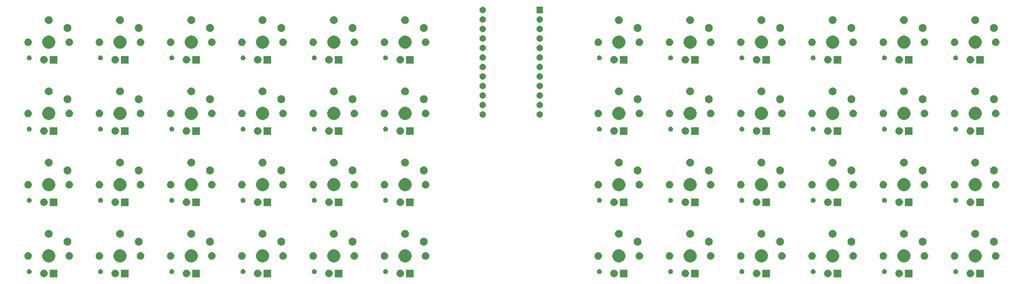
<source format=gbs>
G04 #@! TF.GenerationSoftware,KiCad,Pcbnew,(5.1.5)-3*
G04 #@! TF.CreationDate,2020-07-05T21:00:07-05:00*
G04 #@! TF.ProjectId,starter-ortho,73746172-7465-4722-9d6f-7274686f2e6b,rev?*
G04 #@! TF.SameCoordinates,Original*
G04 #@! TF.FileFunction,Soldermask,Bot*
G04 #@! TF.FilePolarity,Negative*
%FSLAX46Y46*%
G04 Gerber Fmt 4.6, Leading zero omitted, Abs format (unit mm)*
G04 Created by KiCad (PCBNEW (5.1.5)-3) date 2020-07-05 21:00:07*
%MOMM*%
%LPD*%
G04 APERTURE LIST*
%ADD10C,0.020000*%
G04 APERTURE END LIST*
D10*
G36*
X275323500Y-88253500D02*
G01*
X273316500Y-88253500D01*
X273316500Y-86246500D01*
X275323500Y-86246500D01*
X275323500Y-88253500D01*
G37*
G36*
X103873500Y-88253500D02*
G01*
X101866500Y-88253500D01*
X101866500Y-86246500D01*
X103873500Y-86246500D01*
X103873500Y-88253500D01*
G37*
G36*
X176656425Y-86251988D02*
G01*
X176822710Y-86285063D01*
X177005336Y-86360709D01*
X177169694Y-86470530D01*
X177309470Y-86610306D01*
X177419291Y-86774664D01*
X177494937Y-86957290D01*
X177533500Y-87151164D01*
X177533500Y-87348836D01*
X177494937Y-87542710D01*
X177419291Y-87725336D01*
X177309470Y-87889694D01*
X177169694Y-88029470D01*
X177005336Y-88139291D01*
X176822710Y-88214937D01*
X176656425Y-88248012D01*
X176628837Y-88253500D01*
X176431163Y-88253500D01*
X176403575Y-88248012D01*
X176237290Y-88214937D01*
X176054664Y-88139291D01*
X175890306Y-88029470D01*
X175750530Y-87889694D01*
X175640709Y-87725336D01*
X175565063Y-87542710D01*
X175526500Y-87348836D01*
X175526500Y-87151164D01*
X175565063Y-86957290D01*
X175640709Y-86774664D01*
X175750530Y-86610306D01*
X175890306Y-86470530D01*
X176054664Y-86360709D01*
X176237290Y-86285063D01*
X176403575Y-86251988D01*
X176431163Y-86246500D01*
X176628837Y-86246500D01*
X176656425Y-86251988D01*
G37*
G36*
X180073500Y-88253500D02*
G01*
X178066500Y-88253500D01*
X178066500Y-86246500D01*
X180073500Y-86246500D01*
X180073500Y-88253500D01*
G37*
G36*
X195706425Y-86251988D02*
G01*
X195872710Y-86285063D01*
X196055336Y-86360709D01*
X196219694Y-86470530D01*
X196359470Y-86610306D01*
X196469291Y-86774664D01*
X196544937Y-86957290D01*
X196583500Y-87151164D01*
X196583500Y-87348836D01*
X196544937Y-87542710D01*
X196469291Y-87725336D01*
X196359470Y-87889694D01*
X196219694Y-88029470D01*
X196055336Y-88139291D01*
X195872710Y-88214937D01*
X195706425Y-88248012D01*
X195678837Y-88253500D01*
X195481163Y-88253500D01*
X195453575Y-88248012D01*
X195287290Y-88214937D01*
X195104664Y-88139291D01*
X194940306Y-88029470D01*
X194800530Y-87889694D01*
X194690709Y-87725336D01*
X194615063Y-87542710D01*
X194576500Y-87348836D01*
X194576500Y-87151164D01*
X194615063Y-86957290D01*
X194690709Y-86774664D01*
X194800530Y-86610306D01*
X194940306Y-86470530D01*
X195104664Y-86360709D01*
X195287290Y-86285063D01*
X195453575Y-86251988D01*
X195481163Y-86246500D01*
X195678837Y-86246500D01*
X195706425Y-86251988D01*
G37*
G36*
X199123500Y-88253500D02*
G01*
X197116500Y-88253500D01*
X197116500Y-86246500D01*
X199123500Y-86246500D01*
X199123500Y-88253500D01*
G37*
G36*
X122923500Y-88253500D02*
G01*
X120916500Y-88253500D01*
X120916500Y-86246500D01*
X122923500Y-86246500D01*
X122923500Y-88253500D01*
G37*
G36*
X119506425Y-86251988D02*
G01*
X119672710Y-86285063D01*
X119855336Y-86360709D01*
X120019694Y-86470530D01*
X120159470Y-86610306D01*
X120269291Y-86774664D01*
X120344937Y-86957290D01*
X120383500Y-87151164D01*
X120383500Y-87348836D01*
X120344937Y-87542710D01*
X120269291Y-87725336D01*
X120159470Y-87889694D01*
X120019694Y-88029470D01*
X119855336Y-88139291D01*
X119672710Y-88214937D01*
X119506425Y-88248012D01*
X119478837Y-88253500D01*
X119281163Y-88253500D01*
X119253575Y-88248012D01*
X119087290Y-88214937D01*
X118904664Y-88139291D01*
X118740306Y-88029470D01*
X118600530Y-87889694D01*
X118490709Y-87725336D01*
X118415063Y-87542710D01*
X118376500Y-87348836D01*
X118376500Y-87151164D01*
X118415063Y-86957290D01*
X118490709Y-86774664D01*
X118600530Y-86610306D01*
X118740306Y-86470530D01*
X118904664Y-86360709D01*
X119087290Y-86285063D01*
X119253575Y-86251988D01*
X119281163Y-86246500D01*
X119478837Y-86246500D01*
X119506425Y-86251988D01*
G37*
G36*
X214756425Y-86251988D02*
G01*
X214922710Y-86285063D01*
X215105336Y-86360709D01*
X215269694Y-86470530D01*
X215409470Y-86610306D01*
X215519291Y-86774664D01*
X215594937Y-86957290D01*
X215633500Y-87151164D01*
X215633500Y-87348836D01*
X215594937Y-87542710D01*
X215519291Y-87725336D01*
X215409470Y-87889694D01*
X215269694Y-88029470D01*
X215105336Y-88139291D01*
X214922710Y-88214937D01*
X214756425Y-88248012D01*
X214728837Y-88253500D01*
X214531163Y-88253500D01*
X214503575Y-88248012D01*
X214337290Y-88214937D01*
X214154664Y-88139291D01*
X213990306Y-88029470D01*
X213850530Y-87889694D01*
X213740709Y-87725336D01*
X213665063Y-87542710D01*
X213626500Y-87348836D01*
X213626500Y-87151164D01*
X213665063Y-86957290D01*
X213740709Y-86774664D01*
X213850530Y-86610306D01*
X213990306Y-86470530D01*
X214154664Y-86360709D01*
X214337290Y-86285063D01*
X214503575Y-86251988D01*
X214531163Y-86246500D01*
X214728837Y-86246500D01*
X214756425Y-86251988D01*
G37*
G36*
X218173500Y-88253500D02*
G01*
X216166500Y-88253500D01*
X216166500Y-86246500D01*
X218173500Y-86246500D01*
X218173500Y-88253500D01*
G37*
G36*
X233806425Y-86251988D02*
G01*
X233972710Y-86285063D01*
X234155336Y-86360709D01*
X234319694Y-86470530D01*
X234459470Y-86610306D01*
X234569291Y-86774664D01*
X234644937Y-86957290D01*
X234683500Y-87151164D01*
X234683500Y-87348836D01*
X234644937Y-87542710D01*
X234569291Y-87725336D01*
X234459470Y-87889694D01*
X234319694Y-88029470D01*
X234155336Y-88139291D01*
X233972710Y-88214937D01*
X233806425Y-88248012D01*
X233778837Y-88253500D01*
X233581163Y-88253500D01*
X233553575Y-88248012D01*
X233387290Y-88214937D01*
X233204664Y-88139291D01*
X233040306Y-88029470D01*
X232900530Y-87889694D01*
X232790709Y-87725336D01*
X232715063Y-87542710D01*
X232676500Y-87348836D01*
X232676500Y-87151164D01*
X232715063Y-86957290D01*
X232790709Y-86774664D01*
X232900530Y-86610306D01*
X233040306Y-86470530D01*
X233204664Y-86360709D01*
X233387290Y-86285063D01*
X233553575Y-86251988D01*
X233581163Y-86246500D01*
X233778837Y-86246500D01*
X233806425Y-86251988D01*
G37*
G36*
X237223500Y-88253500D02*
G01*
X235216500Y-88253500D01*
X235216500Y-86246500D01*
X237223500Y-86246500D01*
X237223500Y-88253500D01*
G37*
G36*
X252856425Y-86251988D02*
G01*
X253022710Y-86285063D01*
X253205336Y-86360709D01*
X253369694Y-86470530D01*
X253509470Y-86610306D01*
X253619291Y-86774664D01*
X253694937Y-86957290D01*
X253733500Y-87151164D01*
X253733500Y-87348836D01*
X253694937Y-87542710D01*
X253619291Y-87725336D01*
X253509470Y-87889694D01*
X253369694Y-88029470D01*
X253205336Y-88139291D01*
X253022710Y-88214937D01*
X252856425Y-88248012D01*
X252828837Y-88253500D01*
X252631163Y-88253500D01*
X252603575Y-88248012D01*
X252437290Y-88214937D01*
X252254664Y-88139291D01*
X252090306Y-88029470D01*
X251950530Y-87889694D01*
X251840709Y-87725336D01*
X251765063Y-87542710D01*
X251726500Y-87348836D01*
X251726500Y-87151164D01*
X251765063Y-86957290D01*
X251840709Y-86774664D01*
X251950530Y-86610306D01*
X252090306Y-86470530D01*
X252254664Y-86360709D01*
X252437290Y-86285063D01*
X252603575Y-86251988D01*
X252631163Y-86246500D01*
X252828837Y-86246500D01*
X252856425Y-86251988D01*
G37*
G36*
X100456425Y-86251988D02*
G01*
X100622710Y-86285063D01*
X100805336Y-86360709D01*
X100969694Y-86470530D01*
X101109470Y-86610306D01*
X101219291Y-86774664D01*
X101294937Y-86957290D01*
X101333500Y-87151164D01*
X101333500Y-87348836D01*
X101294937Y-87542710D01*
X101219291Y-87725336D01*
X101109470Y-87889694D01*
X100969694Y-88029470D01*
X100805336Y-88139291D01*
X100622710Y-88214937D01*
X100456425Y-88248012D01*
X100428837Y-88253500D01*
X100231163Y-88253500D01*
X100203575Y-88248012D01*
X100037290Y-88214937D01*
X99854664Y-88139291D01*
X99690306Y-88029470D01*
X99550530Y-87889694D01*
X99440709Y-87725336D01*
X99365063Y-87542710D01*
X99326500Y-87348836D01*
X99326500Y-87151164D01*
X99365063Y-86957290D01*
X99440709Y-86774664D01*
X99550530Y-86610306D01*
X99690306Y-86470530D01*
X99854664Y-86360709D01*
X100037290Y-86285063D01*
X100203575Y-86251988D01*
X100231163Y-86246500D01*
X100428837Y-86246500D01*
X100456425Y-86251988D01*
G37*
G36*
X256273500Y-88253500D02*
G01*
X254266500Y-88253500D01*
X254266500Y-86246500D01*
X256273500Y-86246500D01*
X256273500Y-88253500D01*
G37*
G36*
X65773500Y-88253500D02*
G01*
X63766500Y-88253500D01*
X63766500Y-86246500D01*
X65773500Y-86246500D01*
X65773500Y-88253500D01*
G37*
G36*
X62356425Y-86251988D02*
G01*
X62522710Y-86285063D01*
X62705336Y-86360709D01*
X62869694Y-86470530D01*
X63009470Y-86610306D01*
X63119291Y-86774664D01*
X63194937Y-86957290D01*
X63233500Y-87151164D01*
X63233500Y-87348836D01*
X63194937Y-87542710D01*
X63119291Y-87725336D01*
X63009470Y-87889694D01*
X62869694Y-88029470D01*
X62705336Y-88139291D01*
X62522710Y-88214937D01*
X62356425Y-88248012D01*
X62328837Y-88253500D01*
X62131163Y-88253500D01*
X62103575Y-88248012D01*
X61937290Y-88214937D01*
X61754664Y-88139291D01*
X61590306Y-88029470D01*
X61450530Y-87889694D01*
X61340709Y-87725336D01*
X61265063Y-87542710D01*
X61226500Y-87348836D01*
X61226500Y-87151164D01*
X61265063Y-86957290D01*
X61340709Y-86774664D01*
X61450530Y-86610306D01*
X61590306Y-86470530D01*
X61754664Y-86360709D01*
X61937290Y-86285063D01*
X62103575Y-86251988D01*
X62131163Y-86246500D01*
X62328837Y-86246500D01*
X62356425Y-86251988D01*
G37*
G36*
X81406425Y-86251988D02*
G01*
X81572710Y-86285063D01*
X81755336Y-86360709D01*
X81919694Y-86470530D01*
X82059470Y-86610306D01*
X82169291Y-86774664D01*
X82244937Y-86957290D01*
X82283500Y-87151164D01*
X82283500Y-87348836D01*
X82244937Y-87542710D01*
X82169291Y-87725336D01*
X82059470Y-87889694D01*
X81919694Y-88029470D01*
X81755336Y-88139291D01*
X81572710Y-88214937D01*
X81406425Y-88248012D01*
X81378837Y-88253500D01*
X81181163Y-88253500D01*
X81153575Y-88248012D01*
X80987290Y-88214937D01*
X80804664Y-88139291D01*
X80640306Y-88029470D01*
X80500530Y-87889694D01*
X80390709Y-87725336D01*
X80315063Y-87542710D01*
X80276500Y-87348836D01*
X80276500Y-87151164D01*
X80315063Y-86957290D01*
X80390709Y-86774664D01*
X80500530Y-86610306D01*
X80640306Y-86470530D01*
X80804664Y-86360709D01*
X80987290Y-86285063D01*
X81153575Y-86251988D01*
X81181163Y-86246500D01*
X81378837Y-86246500D01*
X81406425Y-86251988D01*
G37*
G36*
X84823500Y-88253500D02*
G01*
X82816500Y-88253500D01*
X82816500Y-86246500D01*
X84823500Y-86246500D01*
X84823500Y-88253500D01*
G37*
G36*
X43306425Y-86251988D02*
G01*
X43472710Y-86285063D01*
X43655336Y-86360709D01*
X43819694Y-86470530D01*
X43959470Y-86610306D01*
X44069291Y-86774664D01*
X44144937Y-86957290D01*
X44183500Y-87151164D01*
X44183500Y-87348836D01*
X44144937Y-87542710D01*
X44069291Y-87725336D01*
X43959470Y-87889694D01*
X43819694Y-88029470D01*
X43655336Y-88139291D01*
X43472710Y-88214937D01*
X43306425Y-88248012D01*
X43278837Y-88253500D01*
X43081163Y-88253500D01*
X43053575Y-88248012D01*
X42887290Y-88214937D01*
X42704664Y-88139291D01*
X42540306Y-88029470D01*
X42400530Y-87889694D01*
X42290709Y-87725336D01*
X42215063Y-87542710D01*
X42176500Y-87348836D01*
X42176500Y-87151164D01*
X42215063Y-86957290D01*
X42290709Y-86774664D01*
X42400530Y-86610306D01*
X42540306Y-86470530D01*
X42704664Y-86360709D01*
X42887290Y-86285063D01*
X43053575Y-86251988D01*
X43081163Y-86246500D01*
X43278837Y-86246500D01*
X43306425Y-86251988D01*
G37*
G36*
X271906425Y-86251988D02*
G01*
X272072710Y-86285063D01*
X272255336Y-86360709D01*
X272419694Y-86470530D01*
X272559470Y-86610306D01*
X272669291Y-86774664D01*
X272744937Y-86957290D01*
X272783500Y-87151164D01*
X272783500Y-87348836D01*
X272744937Y-87542710D01*
X272669291Y-87725336D01*
X272559470Y-87889694D01*
X272419694Y-88029470D01*
X272255336Y-88139291D01*
X272072710Y-88214937D01*
X271906425Y-88248012D01*
X271878837Y-88253500D01*
X271681163Y-88253500D01*
X271653575Y-88248012D01*
X271487290Y-88214937D01*
X271304664Y-88139291D01*
X271140306Y-88029470D01*
X271000530Y-87889694D01*
X270890709Y-87725336D01*
X270815063Y-87542710D01*
X270776500Y-87348836D01*
X270776500Y-87151164D01*
X270815063Y-86957290D01*
X270890709Y-86774664D01*
X271000530Y-86610306D01*
X271140306Y-86470530D01*
X271304664Y-86360709D01*
X271487290Y-86285063D01*
X271653575Y-86251988D01*
X271681163Y-86246500D01*
X271878837Y-86246500D01*
X271906425Y-86251988D01*
G37*
G36*
X27673500Y-88253500D02*
G01*
X25666500Y-88253500D01*
X25666500Y-86246500D01*
X27673500Y-86246500D01*
X27673500Y-88253500D01*
G37*
G36*
X24256425Y-86251988D02*
G01*
X24422710Y-86285063D01*
X24605336Y-86360709D01*
X24769694Y-86470530D01*
X24909470Y-86610306D01*
X25019291Y-86774664D01*
X25094937Y-86957290D01*
X25133500Y-87151164D01*
X25133500Y-87348836D01*
X25094937Y-87542710D01*
X25019291Y-87725336D01*
X24909470Y-87889694D01*
X24769694Y-88029470D01*
X24605336Y-88139291D01*
X24422710Y-88214937D01*
X24256425Y-88248012D01*
X24228837Y-88253500D01*
X24031163Y-88253500D01*
X24003575Y-88248012D01*
X23837290Y-88214937D01*
X23654664Y-88139291D01*
X23490306Y-88029470D01*
X23350530Y-87889694D01*
X23240709Y-87725336D01*
X23165063Y-87542710D01*
X23126500Y-87348836D01*
X23126500Y-87151164D01*
X23165063Y-86957290D01*
X23240709Y-86774664D01*
X23350530Y-86610306D01*
X23490306Y-86470530D01*
X23654664Y-86360709D01*
X23837290Y-86285063D01*
X24003575Y-86251988D01*
X24031163Y-86246500D01*
X24228837Y-86246500D01*
X24256425Y-86251988D01*
G37*
G36*
X46723500Y-88253500D02*
G01*
X44716500Y-88253500D01*
X44716500Y-86246500D01*
X46723500Y-86246500D01*
X46723500Y-88253500D01*
G37*
G36*
X20369890Y-86124017D02*
G01*
X20488364Y-86173091D01*
X20594988Y-86244335D01*
X20685665Y-86335012D01*
X20756910Y-86441638D01*
X20805983Y-86560110D01*
X20831000Y-86685882D01*
X20831000Y-86814118D01*
X20805983Y-86939890D01*
X20756909Y-87058364D01*
X20685665Y-87164988D01*
X20594988Y-87255665D01*
X20488364Y-87326909D01*
X20488363Y-87326910D01*
X20488362Y-87326910D01*
X20369890Y-87375983D01*
X20244119Y-87401000D01*
X20115881Y-87401000D01*
X19990110Y-87375983D01*
X19871638Y-87326910D01*
X19871637Y-87326910D01*
X19871636Y-87326909D01*
X19765012Y-87255665D01*
X19674335Y-87164988D01*
X19603091Y-87058364D01*
X19554017Y-86939890D01*
X19529000Y-86814118D01*
X19529000Y-86685882D01*
X19554017Y-86560110D01*
X19603090Y-86441638D01*
X19674335Y-86335012D01*
X19765012Y-86244335D01*
X19871636Y-86173091D01*
X19990110Y-86124017D01*
X20115881Y-86099000D01*
X20244119Y-86099000D01*
X20369890Y-86124017D01*
G37*
G36*
X172769890Y-86124017D02*
G01*
X172888364Y-86173091D01*
X172994988Y-86244335D01*
X173085665Y-86335012D01*
X173156910Y-86441638D01*
X173205983Y-86560110D01*
X173231000Y-86685882D01*
X173231000Y-86814118D01*
X173205983Y-86939890D01*
X173156909Y-87058364D01*
X173085665Y-87164988D01*
X172994988Y-87255665D01*
X172888364Y-87326909D01*
X172888363Y-87326910D01*
X172888362Y-87326910D01*
X172769890Y-87375983D01*
X172644119Y-87401000D01*
X172515881Y-87401000D01*
X172390110Y-87375983D01*
X172271638Y-87326910D01*
X172271637Y-87326910D01*
X172271636Y-87326909D01*
X172165012Y-87255665D01*
X172074335Y-87164988D01*
X172003091Y-87058364D01*
X171954017Y-86939890D01*
X171929000Y-86814118D01*
X171929000Y-86685882D01*
X171954017Y-86560110D01*
X172003090Y-86441638D01*
X172074335Y-86335012D01*
X172165012Y-86244335D01*
X172271636Y-86173091D01*
X172390110Y-86124017D01*
X172515881Y-86099000D01*
X172644119Y-86099000D01*
X172769890Y-86124017D01*
G37*
G36*
X191819890Y-86124017D02*
G01*
X191938364Y-86173091D01*
X192044988Y-86244335D01*
X192135665Y-86335012D01*
X192206910Y-86441638D01*
X192255983Y-86560110D01*
X192281000Y-86685882D01*
X192281000Y-86814118D01*
X192255983Y-86939890D01*
X192206909Y-87058364D01*
X192135665Y-87164988D01*
X192044988Y-87255665D01*
X191938364Y-87326909D01*
X191938363Y-87326910D01*
X191938362Y-87326910D01*
X191819890Y-87375983D01*
X191694119Y-87401000D01*
X191565881Y-87401000D01*
X191440110Y-87375983D01*
X191321638Y-87326910D01*
X191321637Y-87326910D01*
X191321636Y-87326909D01*
X191215012Y-87255665D01*
X191124335Y-87164988D01*
X191053091Y-87058364D01*
X191004017Y-86939890D01*
X190979000Y-86814118D01*
X190979000Y-86685882D01*
X191004017Y-86560110D01*
X191053090Y-86441638D01*
X191124335Y-86335012D01*
X191215012Y-86244335D01*
X191321636Y-86173091D01*
X191440110Y-86124017D01*
X191565881Y-86099000D01*
X191694119Y-86099000D01*
X191819890Y-86124017D01*
G37*
G36*
X115619890Y-86124017D02*
G01*
X115738364Y-86173091D01*
X115844988Y-86244335D01*
X115935665Y-86335012D01*
X116006910Y-86441638D01*
X116055983Y-86560110D01*
X116081000Y-86685882D01*
X116081000Y-86814118D01*
X116055983Y-86939890D01*
X116006909Y-87058364D01*
X115935665Y-87164988D01*
X115844988Y-87255665D01*
X115738364Y-87326909D01*
X115738363Y-87326910D01*
X115738362Y-87326910D01*
X115619890Y-87375983D01*
X115494119Y-87401000D01*
X115365881Y-87401000D01*
X115240110Y-87375983D01*
X115121638Y-87326910D01*
X115121637Y-87326910D01*
X115121636Y-87326909D01*
X115015012Y-87255665D01*
X114924335Y-87164988D01*
X114853091Y-87058364D01*
X114804017Y-86939890D01*
X114779000Y-86814118D01*
X114779000Y-86685882D01*
X114804017Y-86560110D01*
X114853090Y-86441638D01*
X114924335Y-86335012D01*
X115015012Y-86244335D01*
X115121636Y-86173091D01*
X115240110Y-86124017D01*
X115365881Y-86099000D01*
X115494119Y-86099000D01*
X115619890Y-86124017D01*
G37*
G36*
X229919890Y-86124017D02*
G01*
X230038364Y-86173091D01*
X230144988Y-86244335D01*
X230235665Y-86335012D01*
X230306910Y-86441638D01*
X230355983Y-86560110D01*
X230381000Y-86685882D01*
X230381000Y-86814118D01*
X230355983Y-86939890D01*
X230306909Y-87058364D01*
X230235665Y-87164988D01*
X230144988Y-87255665D01*
X230038364Y-87326909D01*
X230038363Y-87326910D01*
X230038362Y-87326910D01*
X229919890Y-87375983D01*
X229794119Y-87401000D01*
X229665881Y-87401000D01*
X229540110Y-87375983D01*
X229421638Y-87326910D01*
X229421637Y-87326910D01*
X229421636Y-87326909D01*
X229315012Y-87255665D01*
X229224335Y-87164988D01*
X229153091Y-87058364D01*
X229104017Y-86939890D01*
X229079000Y-86814118D01*
X229079000Y-86685882D01*
X229104017Y-86560110D01*
X229153090Y-86441638D01*
X229224335Y-86335012D01*
X229315012Y-86244335D01*
X229421636Y-86173091D01*
X229540110Y-86124017D01*
X229665881Y-86099000D01*
X229794119Y-86099000D01*
X229919890Y-86124017D01*
G37*
G36*
X96569890Y-86124017D02*
G01*
X96688364Y-86173091D01*
X96794988Y-86244335D01*
X96885665Y-86335012D01*
X96956910Y-86441638D01*
X97005983Y-86560110D01*
X97031000Y-86685882D01*
X97031000Y-86814118D01*
X97005983Y-86939890D01*
X96956909Y-87058364D01*
X96885665Y-87164988D01*
X96794988Y-87255665D01*
X96688364Y-87326909D01*
X96688363Y-87326910D01*
X96688362Y-87326910D01*
X96569890Y-87375983D01*
X96444119Y-87401000D01*
X96315881Y-87401000D01*
X96190110Y-87375983D01*
X96071638Y-87326910D01*
X96071637Y-87326910D01*
X96071636Y-87326909D01*
X95965012Y-87255665D01*
X95874335Y-87164988D01*
X95803091Y-87058364D01*
X95754017Y-86939890D01*
X95729000Y-86814118D01*
X95729000Y-86685882D01*
X95754017Y-86560110D01*
X95803090Y-86441638D01*
X95874335Y-86335012D01*
X95965012Y-86244335D01*
X96071636Y-86173091D01*
X96190110Y-86124017D01*
X96315881Y-86099000D01*
X96444119Y-86099000D01*
X96569890Y-86124017D01*
G37*
G36*
X39419890Y-86124017D02*
G01*
X39538364Y-86173091D01*
X39644988Y-86244335D01*
X39735665Y-86335012D01*
X39806910Y-86441638D01*
X39855983Y-86560110D01*
X39881000Y-86685882D01*
X39881000Y-86814118D01*
X39855983Y-86939890D01*
X39806909Y-87058364D01*
X39735665Y-87164988D01*
X39644988Y-87255665D01*
X39538364Y-87326909D01*
X39538363Y-87326910D01*
X39538362Y-87326910D01*
X39419890Y-87375983D01*
X39294119Y-87401000D01*
X39165881Y-87401000D01*
X39040110Y-87375983D01*
X38921638Y-87326910D01*
X38921637Y-87326910D01*
X38921636Y-87326909D01*
X38815012Y-87255665D01*
X38724335Y-87164988D01*
X38653091Y-87058364D01*
X38604017Y-86939890D01*
X38579000Y-86814118D01*
X38579000Y-86685882D01*
X38604017Y-86560110D01*
X38653090Y-86441638D01*
X38724335Y-86335012D01*
X38815012Y-86244335D01*
X38921636Y-86173091D01*
X39040110Y-86124017D01*
X39165881Y-86099000D01*
X39294119Y-86099000D01*
X39419890Y-86124017D01*
G37*
G36*
X210869890Y-86124017D02*
G01*
X210988364Y-86173091D01*
X211094988Y-86244335D01*
X211185665Y-86335012D01*
X211256910Y-86441638D01*
X211305983Y-86560110D01*
X211331000Y-86685882D01*
X211331000Y-86814118D01*
X211305983Y-86939890D01*
X211256909Y-87058364D01*
X211185665Y-87164988D01*
X211094988Y-87255665D01*
X210988364Y-87326909D01*
X210988363Y-87326910D01*
X210988362Y-87326910D01*
X210869890Y-87375983D01*
X210744119Y-87401000D01*
X210615881Y-87401000D01*
X210490110Y-87375983D01*
X210371638Y-87326910D01*
X210371637Y-87326910D01*
X210371636Y-87326909D01*
X210265012Y-87255665D01*
X210174335Y-87164988D01*
X210103091Y-87058364D01*
X210054017Y-86939890D01*
X210029000Y-86814118D01*
X210029000Y-86685882D01*
X210054017Y-86560110D01*
X210103090Y-86441638D01*
X210174335Y-86335012D01*
X210265012Y-86244335D01*
X210371636Y-86173091D01*
X210490110Y-86124017D01*
X210615881Y-86099000D01*
X210744119Y-86099000D01*
X210869890Y-86124017D01*
G37*
G36*
X268019890Y-86124017D02*
G01*
X268138364Y-86173091D01*
X268244988Y-86244335D01*
X268335665Y-86335012D01*
X268406910Y-86441638D01*
X268455983Y-86560110D01*
X268481000Y-86685882D01*
X268481000Y-86814118D01*
X268455983Y-86939890D01*
X268406909Y-87058364D01*
X268335665Y-87164988D01*
X268244988Y-87255665D01*
X268138364Y-87326909D01*
X268138363Y-87326910D01*
X268138362Y-87326910D01*
X268019890Y-87375983D01*
X267894119Y-87401000D01*
X267765881Y-87401000D01*
X267640110Y-87375983D01*
X267521638Y-87326910D01*
X267521637Y-87326910D01*
X267521636Y-87326909D01*
X267415012Y-87255665D01*
X267324335Y-87164988D01*
X267253091Y-87058364D01*
X267204017Y-86939890D01*
X267179000Y-86814118D01*
X267179000Y-86685882D01*
X267204017Y-86560110D01*
X267253090Y-86441638D01*
X267324335Y-86335012D01*
X267415012Y-86244335D01*
X267521636Y-86173091D01*
X267640110Y-86124017D01*
X267765881Y-86099000D01*
X267894119Y-86099000D01*
X268019890Y-86124017D01*
G37*
G36*
X58469890Y-86124017D02*
G01*
X58588364Y-86173091D01*
X58694988Y-86244335D01*
X58785665Y-86335012D01*
X58856910Y-86441638D01*
X58905983Y-86560110D01*
X58931000Y-86685882D01*
X58931000Y-86814118D01*
X58905983Y-86939890D01*
X58856909Y-87058364D01*
X58785665Y-87164988D01*
X58694988Y-87255665D01*
X58588364Y-87326909D01*
X58588363Y-87326910D01*
X58588362Y-87326910D01*
X58469890Y-87375983D01*
X58344119Y-87401000D01*
X58215881Y-87401000D01*
X58090110Y-87375983D01*
X57971638Y-87326910D01*
X57971637Y-87326910D01*
X57971636Y-87326909D01*
X57865012Y-87255665D01*
X57774335Y-87164988D01*
X57703091Y-87058364D01*
X57654017Y-86939890D01*
X57629000Y-86814118D01*
X57629000Y-86685882D01*
X57654017Y-86560110D01*
X57703090Y-86441638D01*
X57774335Y-86335012D01*
X57865012Y-86244335D01*
X57971636Y-86173091D01*
X58090110Y-86124017D01*
X58215881Y-86099000D01*
X58344119Y-86099000D01*
X58469890Y-86124017D01*
G37*
G36*
X77519890Y-86124017D02*
G01*
X77638364Y-86173091D01*
X77744988Y-86244335D01*
X77835665Y-86335012D01*
X77906910Y-86441638D01*
X77955983Y-86560110D01*
X77981000Y-86685882D01*
X77981000Y-86814118D01*
X77955983Y-86939890D01*
X77906909Y-87058364D01*
X77835665Y-87164988D01*
X77744988Y-87255665D01*
X77638364Y-87326909D01*
X77638363Y-87326910D01*
X77638362Y-87326910D01*
X77519890Y-87375983D01*
X77394119Y-87401000D01*
X77265881Y-87401000D01*
X77140110Y-87375983D01*
X77021638Y-87326910D01*
X77021637Y-87326910D01*
X77021636Y-87326909D01*
X76915012Y-87255665D01*
X76824335Y-87164988D01*
X76753091Y-87058364D01*
X76704017Y-86939890D01*
X76679000Y-86814118D01*
X76679000Y-86685882D01*
X76704017Y-86560110D01*
X76753090Y-86441638D01*
X76824335Y-86335012D01*
X76915012Y-86244335D01*
X77021636Y-86173091D01*
X77140110Y-86124017D01*
X77265881Y-86099000D01*
X77394119Y-86099000D01*
X77519890Y-86124017D01*
G37*
G36*
X248969890Y-86124017D02*
G01*
X249088364Y-86173091D01*
X249194988Y-86244335D01*
X249285665Y-86335012D01*
X249356910Y-86441638D01*
X249405983Y-86560110D01*
X249431000Y-86685882D01*
X249431000Y-86814118D01*
X249405983Y-86939890D01*
X249356909Y-87058364D01*
X249285665Y-87164988D01*
X249194988Y-87255665D01*
X249088364Y-87326909D01*
X249088363Y-87326910D01*
X249088362Y-87326910D01*
X248969890Y-87375983D01*
X248844119Y-87401000D01*
X248715881Y-87401000D01*
X248590110Y-87375983D01*
X248471638Y-87326910D01*
X248471637Y-87326910D01*
X248471636Y-87326909D01*
X248365012Y-87255665D01*
X248274335Y-87164988D01*
X248203091Y-87058364D01*
X248154017Y-86939890D01*
X248129000Y-86814118D01*
X248129000Y-86685882D01*
X248154017Y-86560110D01*
X248203090Y-86441638D01*
X248274335Y-86335012D01*
X248365012Y-86244335D01*
X248471636Y-86173091D01*
X248590110Y-86124017D01*
X248715881Y-86099000D01*
X248844119Y-86099000D01*
X248969890Y-86124017D01*
G37*
G36*
X101997985Y-80843860D02*
G01*
X102110748Y-80866290D01*
X102242741Y-80920963D01*
X102429408Y-80998283D01*
X102716196Y-81189909D01*
X102960091Y-81433804D01*
X103151717Y-81720592D01*
X103229037Y-81907259D01*
X103283710Y-82039252D01*
X103290990Y-82075851D01*
X103351000Y-82377540D01*
X103351000Y-82722460D01*
X103306140Y-82947985D01*
X103290990Y-83024151D01*
X103283710Y-83060747D01*
X103151717Y-83379408D01*
X102960091Y-83666196D01*
X102716196Y-83910091D01*
X102429408Y-84101717D01*
X102242741Y-84179037D01*
X102110748Y-84233710D01*
X101997985Y-84256140D01*
X101772460Y-84301000D01*
X101427540Y-84301000D01*
X101202015Y-84256140D01*
X101089252Y-84233710D01*
X100957259Y-84179037D01*
X100770592Y-84101717D01*
X100483804Y-83910091D01*
X100239909Y-83666196D01*
X100048283Y-83379408D01*
X99916290Y-83060747D01*
X99909011Y-83024151D01*
X99893860Y-82947985D01*
X99849000Y-82722460D01*
X99849000Y-82377540D01*
X99909010Y-82075851D01*
X99916290Y-82039252D01*
X99970963Y-81907259D01*
X100048283Y-81720592D01*
X100239909Y-81433804D01*
X100483804Y-81189909D01*
X100770592Y-80998283D01*
X100957259Y-80920963D01*
X101089252Y-80866290D01*
X101202015Y-80843860D01*
X101427540Y-80799000D01*
X101772460Y-80799000D01*
X101997985Y-80843860D01*
G37*
G36*
X25797985Y-80843860D02*
G01*
X25910748Y-80866290D01*
X26042741Y-80920963D01*
X26229408Y-80998283D01*
X26516196Y-81189909D01*
X26760091Y-81433804D01*
X26951717Y-81720592D01*
X27029037Y-81907259D01*
X27083710Y-82039252D01*
X27090990Y-82075851D01*
X27151000Y-82377540D01*
X27151000Y-82722460D01*
X27106140Y-82947985D01*
X27090990Y-83024151D01*
X27083710Y-83060747D01*
X26951717Y-83379408D01*
X26760091Y-83666196D01*
X26516196Y-83910091D01*
X26229408Y-84101717D01*
X26042741Y-84179037D01*
X25910748Y-84233710D01*
X25797985Y-84256140D01*
X25572460Y-84301000D01*
X25227540Y-84301000D01*
X25002015Y-84256140D01*
X24889252Y-84233710D01*
X24757259Y-84179037D01*
X24570592Y-84101717D01*
X24283804Y-83910091D01*
X24039909Y-83666196D01*
X23848283Y-83379408D01*
X23716290Y-83060747D01*
X23709011Y-83024151D01*
X23693860Y-82947985D01*
X23649000Y-82722460D01*
X23649000Y-82377540D01*
X23709010Y-82075851D01*
X23716290Y-82039252D01*
X23770963Y-81907259D01*
X23848283Y-81720592D01*
X24039909Y-81433804D01*
X24283804Y-81189909D01*
X24570592Y-80998283D01*
X24757259Y-80920963D01*
X24889252Y-80866290D01*
X25002015Y-80843860D01*
X25227540Y-80799000D01*
X25572460Y-80799000D01*
X25797985Y-80843860D01*
G37*
G36*
X273447985Y-80843860D02*
G01*
X273560748Y-80866290D01*
X273692741Y-80920963D01*
X273879408Y-80998283D01*
X274166196Y-81189909D01*
X274410091Y-81433804D01*
X274601717Y-81720592D01*
X274679037Y-81907259D01*
X274733710Y-82039252D01*
X274740990Y-82075851D01*
X274801000Y-82377540D01*
X274801000Y-82722460D01*
X274756140Y-82947985D01*
X274740990Y-83024151D01*
X274733710Y-83060747D01*
X274601717Y-83379408D01*
X274410091Y-83666196D01*
X274166196Y-83910091D01*
X273879408Y-84101717D01*
X273692741Y-84179037D01*
X273560748Y-84233710D01*
X273447985Y-84256140D01*
X273222460Y-84301000D01*
X272877540Y-84301000D01*
X272652015Y-84256140D01*
X272539252Y-84233710D01*
X272407259Y-84179037D01*
X272220592Y-84101717D01*
X271933804Y-83910091D01*
X271689909Y-83666196D01*
X271498283Y-83379408D01*
X271366290Y-83060747D01*
X271359011Y-83024151D01*
X271343860Y-82947985D01*
X271299000Y-82722460D01*
X271299000Y-82377540D01*
X271359010Y-82075851D01*
X271366290Y-82039252D01*
X271420963Y-81907259D01*
X271498283Y-81720592D01*
X271689909Y-81433804D01*
X271933804Y-81189909D01*
X272220592Y-80998283D01*
X272407259Y-80920963D01*
X272539252Y-80866290D01*
X272652015Y-80843860D01*
X272877540Y-80799000D01*
X273222460Y-80799000D01*
X273447985Y-80843860D01*
G37*
G36*
X82947985Y-80843860D02*
G01*
X83060748Y-80866290D01*
X83192741Y-80920963D01*
X83379408Y-80998283D01*
X83666196Y-81189909D01*
X83910091Y-81433804D01*
X84101717Y-81720592D01*
X84179037Y-81907259D01*
X84233710Y-82039252D01*
X84240990Y-82075851D01*
X84301000Y-82377540D01*
X84301000Y-82722460D01*
X84256140Y-82947985D01*
X84240990Y-83024151D01*
X84233710Y-83060747D01*
X84101717Y-83379408D01*
X83910091Y-83666196D01*
X83666196Y-83910091D01*
X83379408Y-84101717D01*
X83192741Y-84179037D01*
X83060748Y-84233710D01*
X82947985Y-84256140D01*
X82722460Y-84301000D01*
X82377540Y-84301000D01*
X82152015Y-84256140D01*
X82039252Y-84233710D01*
X81907259Y-84179037D01*
X81720592Y-84101717D01*
X81433804Y-83910091D01*
X81189909Y-83666196D01*
X80998283Y-83379408D01*
X80866290Y-83060747D01*
X80859011Y-83024151D01*
X80843860Y-82947985D01*
X80799000Y-82722460D01*
X80799000Y-82377540D01*
X80859010Y-82075851D01*
X80866290Y-82039252D01*
X80920963Y-81907259D01*
X80998283Y-81720592D01*
X81189909Y-81433804D01*
X81433804Y-81189909D01*
X81720592Y-80998283D01*
X81907259Y-80920963D01*
X82039252Y-80866290D01*
X82152015Y-80843860D01*
X82377540Y-80799000D01*
X82722460Y-80799000D01*
X82947985Y-80843860D01*
G37*
G36*
X121047985Y-80843860D02*
G01*
X121160748Y-80866290D01*
X121292741Y-80920963D01*
X121479408Y-80998283D01*
X121766196Y-81189909D01*
X122010091Y-81433804D01*
X122201717Y-81720592D01*
X122279037Y-81907259D01*
X122333710Y-82039252D01*
X122340990Y-82075851D01*
X122401000Y-82377540D01*
X122401000Y-82722460D01*
X122356140Y-82947985D01*
X122340990Y-83024151D01*
X122333710Y-83060747D01*
X122201717Y-83379408D01*
X122010091Y-83666196D01*
X121766196Y-83910091D01*
X121479408Y-84101717D01*
X121292741Y-84179037D01*
X121160748Y-84233710D01*
X121047985Y-84256140D01*
X120822460Y-84301000D01*
X120477540Y-84301000D01*
X120252015Y-84256140D01*
X120139252Y-84233710D01*
X120007259Y-84179037D01*
X119820592Y-84101717D01*
X119533804Y-83910091D01*
X119289909Y-83666196D01*
X119098283Y-83379408D01*
X118966290Y-83060747D01*
X118959011Y-83024151D01*
X118943860Y-82947985D01*
X118899000Y-82722460D01*
X118899000Y-82377540D01*
X118959010Y-82075851D01*
X118966290Y-82039252D01*
X119020963Y-81907259D01*
X119098283Y-81720592D01*
X119289909Y-81433804D01*
X119533804Y-81189909D01*
X119820592Y-80998283D01*
X120007259Y-80920963D01*
X120139252Y-80866290D01*
X120252015Y-80843860D01*
X120477540Y-80799000D01*
X120822460Y-80799000D01*
X121047985Y-80843860D01*
G37*
G36*
X178197985Y-80843860D02*
G01*
X178310748Y-80866290D01*
X178442741Y-80920963D01*
X178629408Y-80998283D01*
X178916196Y-81189909D01*
X179160091Y-81433804D01*
X179351717Y-81720592D01*
X179429037Y-81907259D01*
X179483710Y-82039252D01*
X179490990Y-82075851D01*
X179551000Y-82377540D01*
X179551000Y-82722460D01*
X179506140Y-82947985D01*
X179490990Y-83024151D01*
X179483710Y-83060747D01*
X179351717Y-83379408D01*
X179160091Y-83666196D01*
X178916196Y-83910091D01*
X178629408Y-84101717D01*
X178442741Y-84179037D01*
X178310748Y-84233710D01*
X178197985Y-84256140D01*
X177972460Y-84301000D01*
X177627540Y-84301000D01*
X177402015Y-84256140D01*
X177289252Y-84233710D01*
X177157259Y-84179037D01*
X176970592Y-84101717D01*
X176683804Y-83910091D01*
X176439909Y-83666196D01*
X176248283Y-83379408D01*
X176116290Y-83060747D01*
X176109011Y-83024151D01*
X176093860Y-82947985D01*
X176049000Y-82722460D01*
X176049000Y-82377540D01*
X176109010Y-82075851D01*
X176116290Y-82039252D01*
X176170963Y-81907259D01*
X176248283Y-81720592D01*
X176439909Y-81433804D01*
X176683804Y-81189909D01*
X176970592Y-80998283D01*
X177157259Y-80920963D01*
X177289252Y-80866290D01*
X177402015Y-80843860D01*
X177627540Y-80799000D01*
X177972460Y-80799000D01*
X178197985Y-80843860D01*
G37*
G36*
X197247985Y-80843860D02*
G01*
X197360748Y-80866290D01*
X197492741Y-80920963D01*
X197679408Y-80998283D01*
X197966196Y-81189909D01*
X198210091Y-81433804D01*
X198401717Y-81720592D01*
X198479037Y-81907259D01*
X198533710Y-82039252D01*
X198540990Y-82075851D01*
X198601000Y-82377540D01*
X198601000Y-82722460D01*
X198556140Y-82947985D01*
X198540990Y-83024151D01*
X198533710Y-83060747D01*
X198401717Y-83379408D01*
X198210091Y-83666196D01*
X197966196Y-83910091D01*
X197679408Y-84101717D01*
X197492741Y-84179037D01*
X197360748Y-84233710D01*
X197247985Y-84256140D01*
X197022460Y-84301000D01*
X196677540Y-84301000D01*
X196452015Y-84256140D01*
X196339252Y-84233710D01*
X196207259Y-84179037D01*
X196020592Y-84101717D01*
X195733804Y-83910091D01*
X195489909Y-83666196D01*
X195298283Y-83379408D01*
X195166290Y-83060747D01*
X195159011Y-83024151D01*
X195143860Y-82947985D01*
X195099000Y-82722460D01*
X195099000Y-82377540D01*
X195159010Y-82075851D01*
X195166290Y-82039252D01*
X195220963Y-81907259D01*
X195298283Y-81720592D01*
X195489909Y-81433804D01*
X195733804Y-81189909D01*
X196020592Y-80998283D01*
X196207259Y-80920963D01*
X196339252Y-80866290D01*
X196452015Y-80843860D01*
X196677540Y-80799000D01*
X197022460Y-80799000D01*
X197247985Y-80843860D01*
G37*
G36*
X216297985Y-80843860D02*
G01*
X216410748Y-80866290D01*
X216542741Y-80920963D01*
X216729408Y-80998283D01*
X217016196Y-81189909D01*
X217260091Y-81433804D01*
X217451717Y-81720592D01*
X217529037Y-81907259D01*
X217583710Y-82039252D01*
X217590990Y-82075851D01*
X217651000Y-82377540D01*
X217651000Y-82722460D01*
X217606140Y-82947985D01*
X217590990Y-83024151D01*
X217583710Y-83060747D01*
X217451717Y-83379408D01*
X217260091Y-83666196D01*
X217016196Y-83910091D01*
X216729408Y-84101717D01*
X216542741Y-84179037D01*
X216410748Y-84233710D01*
X216297985Y-84256140D01*
X216072460Y-84301000D01*
X215727540Y-84301000D01*
X215502015Y-84256140D01*
X215389252Y-84233710D01*
X215257259Y-84179037D01*
X215070592Y-84101717D01*
X214783804Y-83910091D01*
X214539909Y-83666196D01*
X214348283Y-83379408D01*
X214216290Y-83060747D01*
X214209011Y-83024151D01*
X214193860Y-82947985D01*
X214149000Y-82722460D01*
X214149000Y-82377540D01*
X214209010Y-82075851D01*
X214216290Y-82039252D01*
X214270963Y-81907259D01*
X214348283Y-81720592D01*
X214539909Y-81433804D01*
X214783804Y-81189909D01*
X215070592Y-80998283D01*
X215257259Y-80920963D01*
X215389252Y-80866290D01*
X215502015Y-80843860D01*
X215727540Y-80799000D01*
X216072460Y-80799000D01*
X216297985Y-80843860D01*
G37*
G36*
X63897985Y-80843860D02*
G01*
X64010748Y-80866290D01*
X64142741Y-80920963D01*
X64329408Y-80998283D01*
X64616196Y-81189909D01*
X64860091Y-81433804D01*
X65051717Y-81720592D01*
X65129037Y-81907259D01*
X65183710Y-82039252D01*
X65190990Y-82075851D01*
X65251000Y-82377540D01*
X65251000Y-82722460D01*
X65206140Y-82947985D01*
X65190990Y-83024151D01*
X65183710Y-83060747D01*
X65051717Y-83379408D01*
X64860091Y-83666196D01*
X64616196Y-83910091D01*
X64329408Y-84101717D01*
X64142741Y-84179037D01*
X64010748Y-84233710D01*
X63897985Y-84256140D01*
X63672460Y-84301000D01*
X63327540Y-84301000D01*
X63102015Y-84256140D01*
X62989252Y-84233710D01*
X62857259Y-84179037D01*
X62670592Y-84101717D01*
X62383804Y-83910091D01*
X62139909Y-83666196D01*
X61948283Y-83379408D01*
X61816290Y-83060747D01*
X61809011Y-83024151D01*
X61793860Y-82947985D01*
X61749000Y-82722460D01*
X61749000Y-82377540D01*
X61809010Y-82075851D01*
X61816290Y-82039252D01*
X61870963Y-81907259D01*
X61948283Y-81720592D01*
X62139909Y-81433804D01*
X62383804Y-81189909D01*
X62670592Y-80998283D01*
X62857259Y-80920963D01*
X62989252Y-80866290D01*
X63102015Y-80843860D01*
X63327540Y-80799000D01*
X63672460Y-80799000D01*
X63897985Y-80843860D01*
G37*
G36*
X235347985Y-80843860D02*
G01*
X235460748Y-80866290D01*
X235592741Y-80920963D01*
X235779408Y-80998283D01*
X236066196Y-81189909D01*
X236310091Y-81433804D01*
X236501717Y-81720592D01*
X236579037Y-81907259D01*
X236633710Y-82039252D01*
X236640990Y-82075851D01*
X236701000Y-82377540D01*
X236701000Y-82722460D01*
X236656140Y-82947985D01*
X236640990Y-83024151D01*
X236633710Y-83060747D01*
X236501717Y-83379408D01*
X236310091Y-83666196D01*
X236066196Y-83910091D01*
X235779408Y-84101717D01*
X235592741Y-84179037D01*
X235460748Y-84233710D01*
X235347985Y-84256140D01*
X235122460Y-84301000D01*
X234777540Y-84301000D01*
X234552015Y-84256140D01*
X234439252Y-84233710D01*
X234307259Y-84179037D01*
X234120592Y-84101717D01*
X233833804Y-83910091D01*
X233589909Y-83666196D01*
X233398283Y-83379408D01*
X233266290Y-83060747D01*
X233259011Y-83024151D01*
X233243860Y-82947985D01*
X233199000Y-82722460D01*
X233199000Y-82377540D01*
X233259010Y-82075851D01*
X233266290Y-82039252D01*
X233320963Y-81907259D01*
X233398283Y-81720592D01*
X233589909Y-81433804D01*
X233833804Y-81189909D01*
X234120592Y-80998283D01*
X234307259Y-80920963D01*
X234439252Y-80866290D01*
X234552015Y-80843860D01*
X234777540Y-80799000D01*
X235122460Y-80799000D01*
X235347985Y-80843860D01*
G37*
G36*
X44847985Y-80843860D02*
G01*
X44960748Y-80866290D01*
X45092741Y-80920963D01*
X45279408Y-80998283D01*
X45566196Y-81189909D01*
X45810091Y-81433804D01*
X46001717Y-81720592D01*
X46079037Y-81907259D01*
X46133710Y-82039252D01*
X46140990Y-82075851D01*
X46201000Y-82377540D01*
X46201000Y-82722460D01*
X46156140Y-82947985D01*
X46140990Y-83024151D01*
X46133710Y-83060747D01*
X46001717Y-83379408D01*
X45810091Y-83666196D01*
X45566196Y-83910091D01*
X45279408Y-84101717D01*
X45092741Y-84179037D01*
X44960748Y-84233710D01*
X44847985Y-84256140D01*
X44622460Y-84301000D01*
X44277540Y-84301000D01*
X44052015Y-84256140D01*
X43939252Y-84233710D01*
X43807259Y-84179037D01*
X43620592Y-84101717D01*
X43333804Y-83910091D01*
X43089909Y-83666196D01*
X42898283Y-83379408D01*
X42766290Y-83060747D01*
X42759011Y-83024151D01*
X42743860Y-82947985D01*
X42699000Y-82722460D01*
X42699000Y-82377540D01*
X42759010Y-82075851D01*
X42766290Y-82039252D01*
X42820963Y-81907259D01*
X42898283Y-81720592D01*
X43089909Y-81433804D01*
X43333804Y-81189909D01*
X43620592Y-80998283D01*
X43807259Y-80920963D01*
X43939252Y-80866290D01*
X44052015Y-80843860D01*
X44277540Y-80799000D01*
X44622460Y-80799000D01*
X44847985Y-80843860D01*
G37*
G36*
X254397985Y-80843860D02*
G01*
X254510748Y-80866290D01*
X254642741Y-80920963D01*
X254829408Y-80998283D01*
X255116196Y-81189909D01*
X255360091Y-81433804D01*
X255551717Y-81720592D01*
X255629037Y-81907259D01*
X255683710Y-82039252D01*
X255690990Y-82075851D01*
X255751000Y-82377540D01*
X255751000Y-82722460D01*
X255706140Y-82947985D01*
X255690990Y-83024151D01*
X255683710Y-83060747D01*
X255551717Y-83379408D01*
X255360091Y-83666196D01*
X255116196Y-83910091D01*
X254829408Y-84101717D01*
X254642741Y-84179037D01*
X254510748Y-84233710D01*
X254397985Y-84256140D01*
X254172460Y-84301000D01*
X253827540Y-84301000D01*
X253602015Y-84256140D01*
X253489252Y-84233710D01*
X253357259Y-84179037D01*
X253170592Y-84101717D01*
X252883804Y-83910091D01*
X252639909Y-83666196D01*
X252448283Y-83379408D01*
X252316290Y-83060747D01*
X252309011Y-83024151D01*
X252293860Y-82947985D01*
X252249000Y-82722460D01*
X252249000Y-82377540D01*
X252309010Y-82075851D01*
X252316290Y-82039252D01*
X252370963Y-81907259D01*
X252448283Y-81720592D01*
X252639909Y-81433804D01*
X252883804Y-81189909D01*
X253170592Y-80998283D01*
X253357259Y-80920963D01*
X253489252Y-80866290D01*
X253602015Y-80843860D01*
X253827540Y-80799000D01*
X254172460Y-80799000D01*
X254397985Y-80843860D01*
G37*
G36*
X210691981Y-81587468D02*
G01*
X210874151Y-81662926D01*
X211038100Y-81772473D01*
X211177527Y-81911900D01*
X211287074Y-82075849D01*
X211362532Y-82258019D01*
X211401000Y-82451410D01*
X211401000Y-82648590D01*
X211362532Y-82841981D01*
X211287074Y-83024151D01*
X211177527Y-83188100D01*
X211038100Y-83327527D01*
X210874151Y-83437074D01*
X210691981Y-83512532D01*
X210498591Y-83551000D01*
X210301409Y-83551000D01*
X210204715Y-83531766D01*
X210108019Y-83512532D01*
X209925849Y-83437074D01*
X209761900Y-83327527D01*
X209622473Y-83188100D01*
X209512926Y-83024151D01*
X209437468Y-82841981D01*
X209399000Y-82648590D01*
X209399000Y-82451410D01*
X209437468Y-82258019D01*
X209512926Y-82075849D01*
X209622473Y-81911900D01*
X209761900Y-81772473D01*
X209925849Y-81662926D01*
X210108019Y-81587468D01*
X210204715Y-81568234D01*
X210301409Y-81549000D01*
X210498591Y-81549000D01*
X210691981Y-81587468D01*
G37*
G36*
X115441981Y-81587468D02*
G01*
X115624151Y-81662926D01*
X115788100Y-81772473D01*
X115927527Y-81911900D01*
X116037074Y-82075849D01*
X116112532Y-82258019D01*
X116151000Y-82451410D01*
X116151000Y-82648590D01*
X116112532Y-82841981D01*
X116037074Y-83024151D01*
X115927527Y-83188100D01*
X115788100Y-83327527D01*
X115624151Y-83437074D01*
X115441981Y-83512532D01*
X115345285Y-83531766D01*
X115248591Y-83551000D01*
X115051409Y-83551000D01*
X114954715Y-83531766D01*
X114858019Y-83512532D01*
X114675849Y-83437074D01*
X114511900Y-83327527D01*
X114372473Y-83188100D01*
X114262926Y-83024151D01*
X114187468Y-82841981D01*
X114149000Y-82648590D01*
X114149000Y-82451410D01*
X114187468Y-82258019D01*
X114262926Y-82075849D01*
X114372473Y-81911900D01*
X114511900Y-81772473D01*
X114675849Y-81662926D01*
X114858019Y-81587468D01*
X115051409Y-81549000D01*
X115248591Y-81549000D01*
X115441981Y-81587468D01*
G37*
G36*
X126441981Y-81587468D02*
G01*
X126624151Y-81662926D01*
X126788100Y-81772473D01*
X126927527Y-81911900D01*
X127037074Y-82075849D01*
X127112532Y-82258019D01*
X127151000Y-82451410D01*
X127151000Y-82648590D01*
X127112532Y-82841981D01*
X127037074Y-83024151D01*
X126927527Y-83188100D01*
X126788100Y-83327527D01*
X126624151Y-83437074D01*
X126441981Y-83512532D01*
X126248591Y-83551000D01*
X126051409Y-83551000D01*
X125954715Y-83531766D01*
X125858019Y-83512532D01*
X125675849Y-83437074D01*
X125511900Y-83327527D01*
X125372473Y-83188100D01*
X125262926Y-83024151D01*
X125187468Y-82841981D01*
X125149000Y-82648590D01*
X125149000Y-82451410D01*
X125187468Y-82258019D01*
X125262926Y-82075849D01*
X125372473Y-81911900D01*
X125511900Y-81772473D01*
X125675849Y-81662926D01*
X125858019Y-81587468D01*
X126051409Y-81549000D01*
X126248591Y-81549000D01*
X126441981Y-81587468D01*
G37*
G36*
X191641981Y-81587468D02*
G01*
X191824151Y-81662926D01*
X191988100Y-81772473D01*
X192127527Y-81911900D01*
X192237074Y-82075849D01*
X192312532Y-82258019D01*
X192351000Y-82451410D01*
X192351000Y-82648590D01*
X192312532Y-82841981D01*
X192237074Y-83024151D01*
X192127527Y-83188100D01*
X191988100Y-83327527D01*
X191824151Y-83437074D01*
X191641981Y-83512532D01*
X191448591Y-83551000D01*
X191251409Y-83551000D01*
X191154715Y-83531766D01*
X191058019Y-83512532D01*
X190875849Y-83437074D01*
X190711900Y-83327527D01*
X190572473Y-83188100D01*
X190462926Y-83024151D01*
X190387468Y-82841981D01*
X190349000Y-82648590D01*
X190349000Y-82451410D01*
X190387468Y-82258019D01*
X190462926Y-82075849D01*
X190572473Y-81911900D01*
X190711900Y-81772473D01*
X190875849Y-81662926D01*
X191058019Y-81587468D01*
X191154715Y-81568234D01*
X191251409Y-81549000D01*
X191448591Y-81549000D01*
X191641981Y-81587468D01*
G37*
G36*
X183591981Y-81587468D02*
G01*
X183774151Y-81662926D01*
X183938100Y-81772473D01*
X184077527Y-81911900D01*
X184187074Y-82075849D01*
X184262532Y-82258019D01*
X184301000Y-82451410D01*
X184301000Y-82648590D01*
X184262532Y-82841981D01*
X184187074Y-83024151D01*
X184077527Y-83188100D01*
X183938100Y-83327527D01*
X183774151Y-83437074D01*
X183591981Y-83512532D01*
X183398591Y-83551000D01*
X183201409Y-83551000D01*
X183104715Y-83531766D01*
X183008019Y-83512532D01*
X182825849Y-83437074D01*
X182661900Y-83327527D01*
X182522473Y-83188100D01*
X182412926Y-83024151D01*
X182337468Y-82841981D01*
X182299000Y-82648590D01*
X182299000Y-82451410D01*
X182337468Y-82258019D01*
X182412926Y-82075849D01*
X182522473Y-81911900D01*
X182661900Y-81772473D01*
X182825849Y-81662926D01*
X183008019Y-81587468D01*
X183104715Y-81568234D01*
X183201409Y-81549000D01*
X183398591Y-81549000D01*
X183591981Y-81587468D01*
G37*
G36*
X172591981Y-81587468D02*
G01*
X172774151Y-81662926D01*
X172938100Y-81772473D01*
X173077527Y-81911900D01*
X173187074Y-82075849D01*
X173262532Y-82258019D01*
X173301000Y-82451410D01*
X173301000Y-82648590D01*
X173262532Y-82841981D01*
X173187074Y-83024151D01*
X173077527Y-83188100D01*
X172938100Y-83327527D01*
X172774151Y-83437074D01*
X172591981Y-83512532D01*
X172398591Y-83551000D01*
X172201409Y-83551000D01*
X172104715Y-83531766D01*
X172008019Y-83512532D01*
X171825849Y-83437074D01*
X171661900Y-83327527D01*
X171522473Y-83188100D01*
X171412926Y-83024151D01*
X171337468Y-82841981D01*
X171299000Y-82648590D01*
X171299000Y-82451410D01*
X171337468Y-82258019D01*
X171412926Y-82075849D01*
X171522473Y-81911900D01*
X171661900Y-81772473D01*
X171825849Y-81662926D01*
X172008019Y-81587468D01*
X172104715Y-81568234D01*
X172201409Y-81549000D01*
X172398591Y-81549000D01*
X172591981Y-81587468D01*
G37*
G36*
X77341981Y-81587468D02*
G01*
X77524151Y-81662926D01*
X77688100Y-81772473D01*
X77827527Y-81911900D01*
X77937074Y-82075849D01*
X78012532Y-82258019D01*
X78051000Y-82451410D01*
X78051000Y-82648590D01*
X78012532Y-82841981D01*
X77937074Y-83024151D01*
X77827527Y-83188100D01*
X77688100Y-83327527D01*
X77524151Y-83437074D01*
X77341981Y-83512532D01*
X77245285Y-83531766D01*
X77148591Y-83551000D01*
X76951409Y-83551000D01*
X76854715Y-83531766D01*
X76758019Y-83512532D01*
X76575849Y-83437074D01*
X76411900Y-83327527D01*
X76272473Y-83188100D01*
X76162926Y-83024151D01*
X76087468Y-82841981D01*
X76049000Y-82648590D01*
X76049000Y-82451410D01*
X76087468Y-82258019D01*
X76162926Y-82075849D01*
X76272473Y-81911900D01*
X76411900Y-81772473D01*
X76575849Y-81662926D01*
X76758019Y-81587468D01*
X76951409Y-81549000D01*
X77148591Y-81549000D01*
X77341981Y-81587468D01*
G37*
G36*
X58291981Y-81587468D02*
G01*
X58474151Y-81662926D01*
X58638100Y-81772473D01*
X58777527Y-81911900D01*
X58887074Y-82075849D01*
X58962532Y-82258019D01*
X59001000Y-82451410D01*
X59001000Y-82648590D01*
X58962532Y-82841981D01*
X58887074Y-83024151D01*
X58777527Y-83188100D01*
X58638100Y-83327527D01*
X58474151Y-83437074D01*
X58291981Y-83512532D01*
X58195285Y-83531766D01*
X58098591Y-83551000D01*
X57901409Y-83551000D01*
X57804715Y-83531766D01*
X57708019Y-83512532D01*
X57525849Y-83437074D01*
X57361900Y-83327527D01*
X57222473Y-83188100D01*
X57112926Y-83024151D01*
X57037468Y-82841981D01*
X56999000Y-82648590D01*
X56999000Y-82451410D01*
X57037468Y-82258019D01*
X57112926Y-82075849D01*
X57222473Y-81911900D01*
X57361900Y-81772473D01*
X57525849Y-81662926D01*
X57708019Y-81587468D01*
X57901409Y-81549000D01*
X58098591Y-81549000D01*
X58291981Y-81587468D01*
G37*
G36*
X69291981Y-81587468D02*
G01*
X69474151Y-81662926D01*
X69638100Y-81772473D01*
X69777527Y-81911900D01*
X69887074Y-82075849D01*
X69962532Y-82258019D01*
X70001000Y-82451410D01*
X70001000Y-82648590D01*
X69962532Y-82841981D01*
X69887074Y-83024151D01*
X69777527Y-83188100D01*
X69638100Y-83327527D01*
X69474151Y-83437074D01*
X69291981Y-83512532D01*
X69195285Y-83531766D01*
X69098591Y-83551000D01*
X68901409Y-83551000D01*
X68804715Y-83531766D01*
X68708019Y-83512532D01*
X68525849Y-83437074D01*
X68361900Y-83327527D01*
X68222473Y-83188100D01*
X68112926Y-83024151D01*
X68037468Y-82841981D01*
X67999000Y-82648590D01*
X67999000Y-82451410D01*
X68037468Y-82258019D01*
X68112926Y-82075849D01*
X68222473Y-81911900D01*
X68361900Y-81772473D01*
X68525849Y-81662926D01*
X68708019Y-81587468D01*
X68901409Y-81549000D01*
X69098591Y-81549000D01*
X69291981Y-81587468D01*
G37*
G36*
X39241981Y-81587468D02*
G01*
X39424151Y-81662926D01*
X39588100Y-81772473D01*
X39727527Y-81911900D01*
X39837074Y-82075849D01*
X39912532Y-82258019D01*
X39951000Y-82451410D01*
X39951000Y-82648590D01*
X39912532Y-82841981D01*
X39837074Y-83024151D01*
X39727527Y-83188100D01*
X39588100Y-83327527D01*
X39424151Y-83437074D01*
X39241981Y-83512532D01*
X39145285Y-83531766D01*
X39048591Y-83551000D01*
X38851409Y-83551000D01*
X38754715Y-83531766D01*
X38658019Y-83512532D01*
X38475849Y-83437074D01*
X38311900Y-83327527D01*
X38172473Y-83188100D01*
X38062926Y-83024151D01*
X37987468Y-82841981D01*
X37949000Y-82648590D01*
X37949000Y-82451410D01*
X37987468Y-82258019D01*
X38062926Y-82075849D01*
X38172473Y-81911900D01*
X38311900Y-81772473D01*
X38475849Y-81662926D01*
X38658019Y-81587468D01*
X38851409Y-81549000D01*
X39048591Y-81549000D01*
X39241981Y-81587468D01*
G37*
G36*
X50241981Y-81587468D02*
G01*
X50424151Y-81662926D01*
X50588100Y-81772473D01*
X50727527Y-81911900D01*
X50837074Y-82075849D01*
X50912532Y-82258019D01*
X50951000Y-82451410D01*
X50951000Y-82648590D01*
X50912532Y-82841981D01*
X50837074Y-83024151D01*
X50727527Y-83188100D01*
X50588100Y-83327527D01*
X50424151Y-83437074D01*
X50241981Y-83512532D01*
X50145285Y-83531766D01*
X50048591Y-83551000D01*
X49851409Y-83551000D01*
X49754715Y-83531766D01*
X49658019Y-83512532D01*
X49475849Y-83437074D01*
X49311900Y-83327527D01*
X49172473Y-83188100D01*
X49062926Y-83024151D01*
X48987468Y-82841981D01*
X48949000Y-82648590D01*
X48949000Y-82451410D01*
X48987468Y-82258019D01*
X49062926Y-82075849D01*
X49172473Y-81911900D01*
X49311900Y-81772473D01*
X49475849Y-81662926D01*
X49658019Y-81587468D01*
X49851409Y-81549000D01*
X50048591Y-81549000D01*
X50241981Y-81587468D01*
G37*
G36*
X202641981Y-81587468D02*
G01*
X202824151Y-81662926D01*
X202988100Y-81772473D01*
X203127527Y-81911900D01*
X203237074Y-82075849D01*
X203312532Y-82258019D01*
X203351000Y-82451410D01*
X203351000Y-82648590D01*
X203312532Y-82841981D01*
X203237074Y-83024151D01*
X203127527Y-83188100D01*
X202988100Y-83327527D01*
X202824151Y-83437074D01*
X202641981Y-83512532D01*
X202448591Y-83551000D01*
X202251409Y-83551000D01*
X202154715Y-83531766D01*
X202058019Y-83512532D01*
X201875849Y-83437074D01*
X201711900Y-83327527D01*
X201572473Y-83188100D01*
X201462926Y-83024151D01*
X201387468Y-82841981D01*
X201349000Y-82648590D01*
X201349000Y-82451410D01*
X201387468Y-82258019D01*
X201462926Y-82075849D01*
X201572473Y-81911900D01*
X201711900Y-81772473D01*
X201875849Y-81662926D01*
X202058019Y-81587468D01*
X202154715Y-81568234D01*
X202251409Y-81549000D01*
X202448591Y-81549000D01*
X202641981Y-81587468D01*
G37*
G36*
X229741981Y-81587468D02*
G01*
X229924151Y-81662926D01*
X230088100Y-81772473D01*
X230227527Y-81911900D01*
X230337074Y-82075849D01*
X230412532Y-82258019D01*
X230451000Y-82451410D01*
X230451000Y-82648590D01*
X230412532Y-82841981D01*
X230337074Y-83024151D01*
X230227527Y-83188100D01*
X230088100Y-83327527D01*
X229924151Y-83437074D01*
X229741981Y-83512532D01*
X229548591Y-83551000D01*
X229351409Y-83551000D01*
X229254715Y-83531766D01*
X229158019Y-83512532D01*
X228975849Y-83437074D01*
X228811900Y-83327527D01*
X228672473Y-83188100D01*
X228562926Y-83024151D01*
X228487468Y-82841981D01*
X228449000Y-82648590D01*
X228449000Y-82451410D01*
X228487468Y-82258019D01*
X228562926Y-82075849D01*
X228672473Y-81911900D01*
X228811900Y-81772473D01*
X228975849Y-81662926D01*
X229158019Y-81587468D01*
X229254715Y-81568234D01*
X229351409Y-81549000D01*
X229548591Y-81549000D01*
X229741981Y-81587468D01*
G37*
G36*
X221691981Y-81587468D02*
G01*
X221874151Y-81662926D01*
X222038100Y-81772473D01*
X222177527Y-81911900D01*
X222287074Y-82075849D01*
X222362532Y-82258019D01*
X222401000Y-82451410D01*
X222401000Y-82648590D01*
X222362532Y-82841981D01*
X222287074Y-83024151D01*
X222177527Y-83188100D01*
X222038100Y-83327527D01*
X221874151Y-83437074D01*
X221691981Y-83512532D01*
X221498591Y-83551000D01*
X221301409Y-83551000D01*
X221204715Y-83531766D01*
X221108019Y-83512532D01*
X220925849Y-83437074D01*
X220761900Y-83327527D01*
X220622473Y-83188100D01*
X220512926Y-83024151D01*
X220437468Y-82841981D01*
X220399000Y-82648590D01*
X220399000Y-82451410D01*
X220437468Y-82258019D01*
X220512926Y-82075849D01*
X220622473Y-81911900D01*
X220761900Y-81772473D01*
X220925849Y-81662926D01*
X221108019Y-81587468D01*
X221204715Y-81568234D01*
X221301409Y-81549000D01*
X221498591Y-81549000D01*
X221691981Y-81587468D01*
G37*
G36*
X278841981Y-81587468D02*
G01*
X279024151Y-81662926D01*
X279188100Y-81772473D01*
X279327527Y-81911900D01*
X279437074Y-82075849D01*
X279512532Y-82258019D01*
X279551000Y-82451410D01*
X279551000Y-82648590D01*
X279512532Y-82841981D01*
X279437074Y-83024151D01*
X279327527Y-83188100D01*
X279188100Y-83327527D01*
X279024151Y-83437074D01*
X278841981Y-83512532D01*
X278648591Y-83551000D01*
X278451409Y-83551000D01*
X278354715Y-83531766D01*
X278258019Y-83512532D01*
X278075849Y-83437074D01*
X277911900Y-83327527D01*
X277772473Y-83188100D01*
X277662926Y-83024151D01*
X277587468Y-82841981D01*
X277549000Y-82648590D01*
X277549000Y-82451410D01*
X277587468Y-82258019D01*
X277662926Y-82075849D01*
X277772473Y-81911900D01*
X277911900Y-81772473D01*
X278075849Y-81662926D01*
X278258019Y-81587468D01*
X278354715Y-81568234D01*
X278451409Y-81549000D01*
X278648591Y-81549000D01*
X278841981Y-81587468D01*
G37*
G36*
X96391981Y-81587468D02*
G01*
X96574151Y-81662926D01*
X96738100Y-81772473D01*
X96877527Y-81911900D01*
X96987074Y-82075849D01*
X97062532Y-82258019D01*
X97101000Y-82451410D01*
X97101000Y-82648590D01*
X97062532Y-82841981D01*
X96987074Y-83024151D01*
X96877527Y-83188100D01*
X96738100Y-83327527D01*
X96574151Y-83437074D01*
X96391981Y-83512532D01*
X96295285Y-83531766D01*
X96198591Y-83551000D01*
X96001409Y-83551000D01*
X95904715Y-83531766D01*
X95808019Y-83512532D01*
X95625849Y-83437074D01*
X95461900Y-83327527D01*
X95322473Y-83188100D01*
X95212926Y-83024151D01*
X95137468Y-82841981D01*
X95099000Y-82648590D01*
X95099000Y-82451410D01*
X95137468Y-82258019D01*
X95212926Y-82075849D01*
X95322473Y-81911900D01*
X95461900Y-81772473D01*
X95625849Y-81662926D01*
X95808019Y-81587468D01*
X96001409Y-81549000D01*
X96198591Y-81549000D01*
X96391981Y-81587468D01*
G37*
G36*
X267841981Y-81587468D02*
G01*
X268024151Y-81662926D01*
X268188100Y-81772473D01*
X268327527Y-81911900D01*
X268437074Y-82075849D01*
X268512532Y-82258019D01*
X268551000Y-82451410D01*
X268551000Y-82648590D01*
X268512532Y-82841981D01*
X268437074Y-83024151D01*
X268327527Y-83188100D01*
X268188100Y-83327527D01*
X268024151Y-83437074D01*
X267841981Y-83512532D01*
X267648591Y-83551000D01*
X267451409Y-83551000D01*
X267354715Y-83531766D01*
X267258019Y-83512532D01*
X267075849Y-83437074D01*
X266911900Y-83327527D01*
X266772473Y-83188100D01*
X266662926Y-83024151D01*
X266587468Y-82841981D01*
X266549000Y-82648590D01*
X266549000Y-82451410D01*
X266587468Y-82258019D01*
X266662926Y-82075849D01*
X266772473Y-81911900D01*
X266911900Y-81772473D01*
X267075849Y-81662926D01*
X267258019Y-81587468D01*
X267354715Y-81568234D01*
X267451409Y-81549000D01*
X267648591Y-81549000D01*
X267841981Y-81587468D01*
G37*
G36*
X107391981Y-81587468D02*
G01*
X107574151Y-81662926D01*
X107738100Y-81772473D01*
X107877527Y-81911900D01*
X107987074Y-82075849D01*
X108062532Y-82258019D01*
X108101000Y-82451410D01*
X108101000Y-82648590D01*
X108062532Y-82841981D01*
X107987074Y-83024151D01*
X107877527Y-83188100D01*
X107738100Y-83327527D01*
X107574151Y-83437074D01*
X107391981Y-83512532D01*
X107295285Y-83531766D01*
X107198591Y-83551000D01*
X107001409Y-83551000D01*
X106904715Y-83531766D01*
X106808019Y-83512532D01*
X106625849Y-83437074D01*
X106461900Y-83327527D01*
X106322473Y-83188100D01*
X106212926Y-83024151D01*
X106137468Y-82841981D01*
X106099000Y-82648590D01*
X106099000Y-82451410D01*
X106137468Y-82258019D01*
X106212926Y-82075849D01*
X106322473Y-81911900D01*
X106461900Y-81772473D01*
X106625849Y-81662926D01*
X106808019Y-81587468D01*
X107001409Y-81549000D01*
X107198591Y-81549000D01*
X107391981Y-81587468D01*
G37*
G36*
X20191981Y-81587468D02*
G01*
X20374151Y-81662926D01*
X20538100Y-81772473D01*
X20677527Y-81911900D01*
X20787074Y-82075849D01*
X20862532Y-82258019D01*
X20901000Y-82451410D01*
X20901000Y-82648590D01*
X20862532Y-82841981D01*
X20787074Y-83024151D01*
X20677527Y-83188100D01*
X20538100Y-83327527D01*
X20374151Y-83437074D01*
X20191981Y-83512532D01*
X20095285Y-83531766D01*
X19998591Y-83551000D01*
X19801409Y-83551000D01*
X19704715Y-83531766D01*
X19608019Y-83512532D01*
X19425849Y-83437074D01*
X19261900Y-83327527D01*
X19122473Y-83188100D01*
X19012926Y-83024151D01*
X18937468Y-82841981D01*
X18899000Y-82648590D01*
X18899000Y-82451410D01*
X18937468Y-82258019D01*
X19012926Y-82075849D01*
X19122473Y-81911900D01*
X19261900Y-81772473D01*
X19425849Y-81662926D01*
X19608019Y-81587468D01*
X19801409Y-81549000D01*
X19998591Y-81549000D01*
X20191981Y-81587468D01*
G37*
G36*
X31191981Y-81587468D02*
G01*
X31374151Y-81662926D01*
X31538100Y-81772473D01*
X31677527Y-81911900D01*
X31787074Y-82075849D01*
X31862532Y-82258019D01*
X31901000Y-82451410D01*
X31901000Y-82648590D01*
X31862532Y-82841981D01*
X31787074Y-83024151D01*
X31677527Y-83188100D01*
X31538100Y-83327527D01*
X31374151Y-83437074D01*
X31191981Y-83512532D01*
X31095285Y-83531766D01*
X30998591Y-83551000D01*
X30801409Y-83551000D01*
X30704715Y-83531766D01*
X30608019Y-83512532D01*
X30425849Y-83437074D01*
X30261900Y-83327527D01*
X30122473Y-83188100D01*
X30012926Y-83024151D01*
X29937468Y-82841981D01*
X29899000Y-82648590D01*
X29899000Y-82451410D01*
X29937468Y-82258019D01*
X30012926Y-82075849D01*
X30122473Y-81911900D01*
X30261900Y-81772473D01*
X30425849Y-81662926D01*
X30608019Y-81587468D01*
X30801409Y-81549000D01*
X30998591Y-81549000D01*
X31191981Y-81587468D01*
G37*
G36*
X88341981Y-81587468D02*
G01*
X88524151Y-81662926D01*
X88688100Y-81772473D01*
X88827527Y-81911900D01*
X88937074Y-82075849D01*
X89012532Y-82258019D01*
X89051000Y-82451410D01*
X89051000Y-82648590D01*
X89012532Y-82841981D01*
X88937074Y-83024151D01*
X88827527Y-83188100D01*
X88688100Y-83327527D01*
X88524151Y-83437074D01*
X88341981Y-83512532D01*
X88245285Y-83531766D01*
X88148591Y-83551000D01*
X87951409Y-83551000D01*
X87854715Y-83531766D01*
X87758019Y-83512532D01*
X87575849Y-83437074D01*
X87411900Y-83327527D01*
X87272473Y-83188100D01*
X87162926Y-83024151D01*
X87087468Y-82841981D01*
X87049000Y-82648590D01*
X87049000Y-82451410D01*
X87087468Y-82258019D01*
X87162926Y-82075849D01*
X87272473Y-81911900D01*
X87411900Y-81772473D01*
X87575849Y-81662926D01*
X87758019Y-81587468D01*
X87951409Y-81549000D01*
X88148591Y-81549000D01*
X88341981Y-81587468D01*
G37*
G36*
X259791981Y-81587468D02*
G01*
X259974151Y-81662926D01*
X260138100Y-81772473D01*
X260277527Y-81911900D01*
X260387074Y-82075849D01*
X260462532Y-82258019D01*
X260501000Y-82451410D01*
X260501000Y-82648590D01*
X260462532Y-82841981D01*
X260387074Y-83024151D01*
X260277527Y-83188100D01*
X260138100Y-83327527D01*
X259974151Y-83437074D01*
X259791981Y-83512532D01*
X259598591Y-83551000D01*
X259401409Y-83551000D01*
X259304715Y-83531766D01*
X259208019Y-83512532D01*
X259025849Y-83437074D01*
X258861900Y-83327527D01*
X258722473Y-83188100D01*
X258612926Y-83024151D01*
X258537468Y-82841981D01*
X258499000Y-82648590D01*
X258499000Y-82451410D01*
X258537468Y-82258019D01*
X258612926Y-82075849D01*
X258722473Y-81911900D01*
X258861900Y-81772473D01*
X259025849Y-81662926D01*
X259208019Y-81587468D01*
X259304715Y-81568234D01*
X259401409Y-81549000D01*
X259598591Y-81549000D01*
X259791981Y-81587468D01*
G37*
G36*
X248791981Y-81587468D02*
G01*
X248974151Y-81662926D01*
X249138100Y-81772473D01*
X249277527Y-81911900D01*
X249387074Y-82075849D01*
X249462532Y-82258019D01*
X249501000Y-82451410D01*
X249501000Y-82648590D01*
X249462532Y-82841981D01*
X249387074Y-83024151D01*
X249277527Y-83188100D01*
X249138100Y-83327527D01*
X248974151Y-83437074D01*
X248791981Y-83512532D01*
X248598591Y-83551000D01*
X248401409Y-83551000D01*
X248304715Y-83531766D01*
X248208019Y-83512532D01*
X248025849Y-83437074D01*
X247861900Y-83327527D01*
X247722473Y-83188100D01*
X247612926Y-83024151D01*
X247537468Y-82841981D01*
X247499000Y-82648590D01*
X247499000Y-82451410D01*
X247537468Y-82258019D01*
X247612926Y-82075849D01*
X247722473Y-81911900D01*
X247861900Y-81772473D01*
X248025849Y-81662926D01*
X248208019Y-81587468D01*
X248304715Y-81568234D01*
X248401409Y-81549000D01*
X248598591Y-81549000D01*
X248791981Y-81587468D01*
G37*
G36*
X240741981Y-81587468D02*
G01*
X240924151Y-81662926D01*
X241088100Y-81772473D01*
X241227527Y-81911900D01*
X241337074Y-82075849D01*
X241412532Y-82258019D01*
X241451000Y-82451410D01*
X241451000Y-82648590D01*
X241412532Y-82841981D01*
X241337074Y-83024151D01*
X241227527Y-83188100D01*
X241088100Y-83327527D01*
X240924151Y-83437074D01*
X240741981Y-83512532D01*
X240548591Y-83551000D01*
X240351409Y-83551000D01*
X240254715Y-83531766D01*
X240158019Y-83512532D01*
X239975849Y-83437074D01*
X239811900Y-83327527D01*
X239672473Y-83188100D01*
X239562926Y-83024151D01*
X239487468Y-82841981D01*
X239449000Y-82648590D01*
X239449000Y-82451410D01*
X239487468Y-82258019D01*
X239562926Y-82075849D01*
X239672473Y-81911900D01*
X239811900Y-81772473D01*
X239975849Y-81662926D01*
X240158019Y-81587468D01*
X240254715Y-81568234D01*
X240351409Y-81549000D01*
X240548591Y-81549000D01*
X240741981Y-81587468D01*
G37*
G36*
X202156564Y-77739389D02*
G01*
X202347833Y-77818615D01*
X202347835Y-77818616D01*
X202519973Y-77933635D01*
X202666365Y-78080027D01*
X202781385Y-78252167D01*
X202860611Y-78443436D01*
X202901000Y-78646484D01*
X202901000Y-78853516D01*
X202860611Y-79056564D01*
X202781385Y-79247833D01*
X202781384Y-79247835D01*
X202666365Y-79419973D01*
X202519973Y-79566365D01*
X202347835Y-79681384D01*
X202347834Y-79681385D01*
X202347833Y-79681385D01*
X202156564Y-79760611D01*
X201953516Y-79801000D01*
X201746484Y-79801000D01*
X201543436Y-79760611D01*
X201352167Y-79681385D01*
X201352166Y-79681385D01*
X201352165Y-79681384D01*
X201180027Y-79566365D01*
X201033635Y-79419973D01*
X200918616Y-79247835D01*
X200918615Y-79247833D01*
X200839389Y-79056564D01*
X200799000Y-78853516D01*
X200799000Y-78646484D01*
X200839389Y-78443436D01*
X200918615Y-78252167D01*
X201033635Y-78080027D01*
X201180027Y-77933635D01*
X201352165Y-77818616D01*
X201352167Y-77818615D01*
X201543436Y-77739389D01*
X201746484Y-77699000D01*
X201953516Y-77699000D01*
X202156564Y-77739389D01*
G37*
G36*
X87856564Y-77739389D02*
G01*
X88047833Y-77818615D01*
X88047835Y-77818616D01*
X88219973Y-77933635D01*
X88366365Y-78080027D01*
X88481385Y-78252167D01*
X88560611Y-78443436D01*
X88601000Y-78646484D01*
X88601000Y-78853516D01*
X88560611Y-79056564D01*
X88481385Y-79247833D01*
X88481384Y-79247835D01*
X88366365Y-79419973D01*
X88219973Y-79566365D01*
X88047835Y-79681384D01*
X88047834Y-79681385D01*
X88047833Y-79681385D01*
X87856564Y-79760611D01*
X87653516Y-79801000D01*
X87446484Y-79801000D01*
X87243436Y-79760611D01*
X87052167Y-79681385D01*
X87052166Y-79681385D01*
X87052165Y-79681384D01*
X86880027Y-79566365D01*
X86733635Y-79419973D01*
X86618616Y-79247835D01*
X86618615Y-79247833D01*
X86539389Y-79056564D01*
X86499000Y-78853516D01*
X86499000Y-78646484D01*
X86539389Y-78443436D01*
X86618615Y-78252167D01*
X86733635Y-78080027D01*
X86880027Y-77933635D01*
X87052165Y-77818616D01*
X87052167Y-77818615D01*
X87243436Y-77739389D01*
X87446484Y-77699000D01*
X87653516Y-77699000D01*
X87856564Y-77739389D01*
G37*
G36*
X49756564Y-77739389D02*
G01*
X49947833Y-77818615D01*
X49947835Y-77818616D01*
X50119973Y-77933635D01*
X50266365Y-78080027D01*
X50381385Y-78252167D01*
X50460611Y-78443436D01*
X50501000Y-78646484D01*
X50501000Y-78853516D01*
X50460611Y-79056564D01*
X50381385Y-79247833D01*
X50381384Y-79247835D01*
X50266365Y-79419973D01*
X50119973Y-79566365D01*
X49947835Y-79681384D01*
X49947834Y-79681385D01*
X49947833Y-79681385D01*
X49756564Y-79760611D01*
X49553516Y-79801000D01*
X49346484Y-79801000D01*
X49143436Y-79760611D01*
X48952167Y-79681385D01*
X48952166Y-79681385D01*
X48952165Y-79681384D01*
X48780027Y-79566365D01*
X48633635Y-79419973D01*
X48518616Y-79247835D01*
X48518615Y-79247833D01*
X48439389Y-79056564D01*
X48399000Y-78853516D01*
X48399000Y-78646484D01*
X48439389Y-78443436D01*
X48518615Y-78252167D01*
X48633635Y-78080027D01*
X48780027Y-77933635D01*
X48952165Y-77818616D01*
X48952167Y-77818615D01*
X49143436Y-77739389D01*
X49346484Y-77699000D01*
X49553516Y-77699000D01*
X49756564Y-77739389D01*
G37*
G36*
X68806564Y-77739389D02*
G01*
X68997833Y-77818615D01*
X68997835Y-77818616D01*
X69169973Y-77933635D01*
X69316365Y-78080027D01*
X69431385Y-78252167D01*
X69510611Y-78443436D01*
X69551000Y-78646484D01*
X69551000Y-78853516D01*
X69510611Y-79056564D01*
X69431385Y-79247833D01*
X69431384Y-79247835D01*
X69316365Y-79419973D01*
X69169973Y-79566365D01*
X68997835Y-79681384D01*
X68997834Y-79681385D01*
X68997833Y-79681385D01*
X68806564Y-79760611D01*
X68603516Y-79801000D01*
X68396484Y-79801000D01*
X68193436Y-79760611D01*
X68002167Y-79681385D01*
X68002166Y-79681385D01*
X68002165Y-79681384D01*
X67830027Y-79566365D01*
X67683635Y-79419973D01*
X67568616Y-79247835D01*
X67568615Y-79247833D01*
X67489389Y-79056564D01*
X67449000Y-78853516D01*
X67449000Y-78646484D01*
X67489389Y-78443436D01*
X67568615Y-78252167D01*
X67683635Y-78080027D01*
X67830027Y-77933635D01*
X68002165Y-77818616D01*
X68002167Y-77818615D01*
X68193436Y-77739389D01*
X68396484Y-77699000D01*
X68603516Y-77699000D01*
X68806564Y-77739389D01*
G37*
G36*
X30706564Y-77739389D02*
G01*
X30897833Y-77818615D01*
X30897835Y-77818616D01*
X31069973Y-77933635D01*
X31216365Y-78080027D01*
X31331385Y-78252167D01*
X31410611Y-78443436D01*
X31451000Y-78646484D01*
X31451000Y-78853516D01*
X31410611Y-79056564D01*
X31331385Y-79247833D01*
X31331384Y-79247835D01*
X31216365Y-79419973D01*
X31069973Y-79566365D01*
X30897835Y-79681384D01*
X30897834Y-79681385D01*
X30897833Y-79681385D01*
X30706564Y-79760611D01*
X30503516Y-79801000D01*
X30296484Y-79801000D01*
X30093436Y-79760611D01*
X29902167Y-79681385D01*
X29902166Y-79681385D01*
X29902165Y-79681384D01*
X29730027Y-79566365D01*
X29583635Y-79419973D01*
X29468616Y-79247835D01*
X29468615Y-79247833D01*
X29389389Y-79056564D01*
X29349000Y-78853516D01*
X29349000Y-78646484D01*
X29389389Y-78443436D01*
X29468615Y-78252167D01*
X29583635Y-78080027D01*
X29730027Y-77933635D01*
X29902165Y-77818616D01*
X29902167Y-77818615D01*
X30093436Y-77739389D01*
X30296484Y-77699000D01*
X30503516Y-77699000D01*
X30706564Y-77739389D01*
G37*
G36*
X278356564Y-77739389D02*
G01*
X278547833Y-77818615D01*
X278547835Y-77818616D01*
X278719973Y-77933635D01*
X278866365Y-78080027D01*
X278981385Y-78252167D01*
X279060611Y-78443436D01*
X279101000Y-78646484D01*
X279101000Y-78853516D01*
X279060611Y-79056564D01*
X278981385Y-79247833D01*
X278981384Y-79247835D01*
X278866365Y-79419973D01*
X278719973Y-79566365D01*
X278547835Y-79681384D01*
X278547834Y-79681385D01*
X278547833Y-79681385D01*
X278356564Y-79760611D01*
X278153516Y-79801000D01*
X277946484Y-79801000D01*
X277743436Y-79760611D01*
X277552167Y-79681385D01*
X277552166Y-79681385D01*
X277552165Y-79681384D01*
X277380027Y-79566365D01*
X277233635Y-79419973D01*
X277118616Y-79247835D01*
X277118615Y-79247833D01*
X277039389Y-79056564D01*
X276999000Y-78853516D01*
X276999000Y-78646484D01*
X277039389Y-78443436D01*
X277118615Y-78252167D01*
X277233635Y-78080027D01*
X277380027Y-77933635D01*
X277552165Y-77818616D01*
X277552167Y-77818615D01*
X277743436Y-77739389D01*
X277946484Y-77699000D01*
X278153516Y-77699000D01*
X278356564Y-77739389D01*
G37*
G36*
X259306564Y-77739389D02*
G01*
X259497833Y-77818615D01*
X259497835Y-77818616D01*
X259669973Y-77933635D01*
X259816365Y-78080027D01*
X259931385Y-78252167D01*
X260010611Y-78443436D01*
X260051000Y-78646484D01*
X260051000Y-78853516D01*
X260010611Y-79056564D01*
X259931385Y-79247833D01*
X259931384Y-79247835D01*
X259816365Y-79419973D01*
X259669973Y-79566365D01*
X259497835Y-79681384D01*
X259497834Y-79681385D01*
X259497833Y-79681385D01*
X259306564Y-79760611D01*
X259103516Y-79801000D01*
X258896484Y-79801000D01*
X258693436Y-79760611D01*
X258502167Y-79681385D01*
X258502166Y-79681385D01*
X258502165Y-79681384D01*
X258330027Y-79566365D01*
X258183635Y-79419973D01*
X258068616Y-79247835D01*
X258068615Y-79247833D01*
X257989389Y-79056564D01*
X257949000Y-78853516D01*
X257949000Y-78646484D01*
X257989389Y-78443436D01*
X258068615Y-78252167D01*
X258183635Y-78080027D01*
X258330027Y-77933635D01*
X258502165Y-77818616D01*
X258502167Y-77818615D01*
X258693436Y-77739389D01*
X258896484Y-77699000D01*
X259103516Y-77699000D01*
X259306564Y-77739389D01*
G37*
G36*
X240256564Y-77739389D02*
G01*
X240447833Y-77818615D01*
X240447835Y-77818616D01*
X240619973Y-77933635D01*
X240766365Y-78080027D01*
X240881385Y-78252167D01*
X240960611Y-78443436D01*
X241001000Y-78646484D01*
X241001000Y-78853516D01*
X240960611Y-79056564D01*
X240881385Y-79247833D01*
X240881384Y-79247835D01*
X240766365Y-79419973D01*
X240619973Y-79566365D01*
X240447835Y-79681384D01*
X240447834Y-79681385D01*
X240447833Y-79681385D01*
X240256564Y-79760611D01*
X240053516Y-79801000D01*
X239846484Y-79801000D01*
X239643436Y-79760611D01*
X239452167Y-79681385D01*
X239452166Y-79681385D01*
X239452165Y-79681384D01*
X239280027Y-79566365D01*
X239133635Y-79419973D01*
X239018616Y-79247835D01*
X239018615Y-79247833D01*
X238939389Y-79056564D01*
X238899000Y-78853516D01*
X238899000Y-78646484D01*
X238939389Y-78443436D01*
X239018615Y-78252167D01*
X239133635Y-78080027D01*
X239280027Y-77933635D01*
X239452165Y-77818616D01*
X239452167Y-77818615D01*
X239643436Y-77739389D01*
X239846484Y-77699000D01*
X240053516Y-77699000D01*
X240256564Y-77739389D01*
G37*
G36*
X221206564Y-77739389D02*
G01*
X221397833Y-77818615D01*
X221397835Y-77818616D01*
X221569973Y-77933635D01*
X221716365Y-78080027D01*
X221831385Y-78252167D01*
X221910611Y-78443436D01*
X221951000Y-78646484D01*
X221951000Y-78853516D01*
X221910611Y-79056564D01*
X221831385Y-79247833D01*
X221831384Y-79247835D01*
X221716365Y-79419973D01*
X221569973Y-79566365D01*
X221397835Y-79681384D01*
X221397834Y-79681385D01*
X221397833Y-79681385D01*
X221206564Y-79760611D01*
X221003516Y-79801000D01*
X220796484Y-79801000D01*
X220593436Y-79760611D01*
X220402167Y-79681385D01*
X220402166Y-79681385D01*
X220402165Y-79681384D01*
X220230027Y-79566365D01*
X220083635Y-79419973D01*
X219968616Y-79247835D01*
X219968615Y-79247833D01*
X219889389Y-79056564D01*
X219849000Y-78853516D01*
X219849000Y-78646484D01*
X219889389Y-78443436D01*
X219968615Y-78252167D01*
X220083635Y-78080027D01*
X220230027Y-77933635D01*
X220402165Y-77818616D01*
X220402167Y-77818615D01*
X220593436Y-77739389D01*
X220796484Y-77699000D01*
X221003516Y-77699000D01*
X221206564Y-77739389D01*
G37*
G36*
X183106564Y-77739389D02*
G01*
X183297833Y-77818615D01*
X183297835Y-77818616D01*
X183469973Y-77933635D01*
X183616365Y-78080027D01*
X183731385Y-78252167D01*
X183810611Y-78443436D01*
X183851000Y-78646484D01*
X183851000Y-78853516D01*
X183810611Y-79056564D01*
X183731385Y-79247833D01*
X183731384Y-79247835D01*
X183616365Y-79419973D01*
X183469973Y-79566365D01*
X183297835Y-79681384D01*
X183297834Y-79681385D01*
X183297833Y-79681385D01*
X183106564Y-79760611D01*
X182903516Y-79801000D01*
X182696484Y-79801000D01*
X182493436Y-79760611D01*
X182302167Y-79681385D01*
X182302166Y-79681385D01*
X182302165Y-79681384D01*
X182130027Y-79566365D01*
X181983635Y-79419973D01*
X181868616Y-79247835D01*
X181868615Y-79247833D01*
X181789389Y-79056564D01*
X181749000Y-78853516D01*
X181749000Y-78646484D01*
X181789389Y-78443436D01*
X181868615Y-78252167D01*
X181983635Y-78080027D01*
X182130027Y-77933635D01*
X182302165Y-77818616D01*
X182302167Y-77818615D01*
X182493436Y-77739389D01*
X182696484Y-77699000D01*
X182903516Y-77699000D01*
X183106564Y-77739389D01*
G37*
G36*
X106906564Y-77739389D02*
G01*
X107097833Y-77818615D01*
X107097835Y-77818616D01*
X107269973Y-77933635D01*
X107416365Y-78080027D01*
X107531385Y-78252167D01*
X107610611Y-78443436D01*
X107651000Y-78646484D01*
X107651000Y-78853516D01*
X107610611Y-79056564D01*
X107531385Y-79247833D01*
X107531384Y-79247835D01*
X107416365Y-79419973D01*
X107269973Y-79566365D01*
X107097835Y-79681384D01*
X107097834Y-79681385D01*
X107097833Y-79681385D01*
X106906564Y-79760611D01*
X106703516Y-79801000D01*
X106496484Y-79801000D01*
X106293436Y-79760611D01*
X106102167Y-79681385D01*
X106102166Y-79681385D01*
X106102165Y-79681384D01*
X105930027Y-79566365D01*
X105783635Y-79419973D01*
X105668616Y-79247835D01*
X105668615Y-79247833D01*
X105589389Y-79056564D01*
X105549000Y-78853516D01*
X105549000Y-78646484D01*
X105589389Y-78443436D01*
X105668615Y-78252167D01*
X105783635Y-78080027D01*
X105930027Y-77933635D01*
X106102165Y-77818616D01*
X106102167Y-77818615D01*
X106293436Y-77739389D01*
X106496484Y-77699000D01*
X106703516Y-77699000D01*
X106906564Y-77739389D01*
G37*
G36*
X125956564Y-77739389D02*
G01*
X126147833Y-77818615D01*
X126147835Y-77818616D01*
X126319973Y-77933635D01*
X126466365Y-78080027D01*
X126581385Y-78252167D01*
X126660611Y-78443436D01*
X126701000Y-78646484D01*
X126701000Y-78853516D01*
X126660611Y-79056564D01*
X126581385Y-79247833D01*
X126581384Y-79247835D01*
X126466365Y-79419973D01*
X126319973Y-79566365D01*
X126147835Y-79681384D01*
X126147834Y-79681385D01*
X126147833Y-79681385D01*
X125956564Y-79760611D01*
X125753516Y-79801000D01*
X125546484Y-79801000D01*
X125343436Y-79760611D01*
X125152167Y-79681385D01*
X125152166Y-79681385D01*
X125152165Y-79681384D01*
X124980027Y-79566365D01*
X124833635Y-79419973D01*
X124718616Y-79247835D01*
X124718615Y-79247833D01*
X124639389Y-79056564D01*
X124599000Y-78853516D01*
X124599000Y-78646484D01*
X124639389Y-78443436D01*
X124718615Y-78252167D01*
X124833635Y-78080027D01*
X124980027Y-77933635D01*
X125152165Y-77818616D01*
X125152167Y-77818615D01*
X125343436Y-77739389D01*
X125546484Y-77699000D01*
X125753516Y-77699000D01*
X125956564Y-77739389D01*
G37*
G36*
X101906564Y-75639389D02*
G01*
X102097833Y-75718615D01*
X102097835Y-75718616D01*
X102269973Y-75833635D01*
X102416365Y-75980027D01*
X102531385Y-76152167D01*
X102610611Y-76343436D01*
X102651000Y-76546484D01*
X102651000Y-76753516D01*
X102610611Y-76956564D01*
X102531385Y-77147833D01*
X102531384Y-77147835D01*
X102416365Y-77319973D01*
X102269973Y-77466365D01*
X102097835Y-77581384D01*
X102097834Y-77581385D01*
X102097833Y-77581385D01*
X101906564Y-77660611D01*
X101703516Y-77701000D01*
X101496484Y-77701000D01*
X101293436Y-77660611D01*
X101102167Y-77581385D01*
X101102166Y-77581385D01*
X101102165Y-77581384D01*
X100930027Y-77466365D01*
X100783635Y-77319973D01*
X100668616Y-77147835D01*
X100668615Y-77147833D01*
X100589389Y-76956564D01*
X100549000Y-76753516D01*
X100549000Y-76546484D01*
X100589389Y-76343436D01*
X100668615Y-76152167D01*
X100783635Y-75980027D01*
X100930027Y-75833635D01*
X101102165Y-75718616D01*
X101102167Y-75718615D01*
X101293436Y-75639389D01*
X101496484Y-75599000D01*
X101703516Y-75599000D01*
X101906564Y-75639389D01*
G37*
G36*
X216206564Y-75639389D02*
G01*
X216397833Y-75718615D01*
X216397835Y-75718616D01*
X216569973Y-75833635D01*
X216716365Y-75980027D01*
X216831385Y-76152167D01*
X216910611Y-76343436D01*
X216951000Y-76546484D01*
X216951000Y-76753516D01*
X216910611Y-76956564D01*
X216831385Y-77147833D01*
X216831384Y-77147835D01*
X216716365Y-77319973D01*
X216569973Y-77466365D01*
X216397835Y-77581384D01*
X216397834Y-77581385D01*
X216397833Y-77581385D01*
X216206564Y-77660611D01*
X216003516Y-77701000D01*
X215796484Y-77701000D01*
X215593436Y-77660611D01*
X215402167Y-77581385D01*
X215402166Y-77581385D01*
X215402165Y-77581384D01*
X215230027Y-77466365D01*
X215083635Y-77319973D01*
X214968616Y-77147835D01*
X214968615Y-77147833D01*
X214889389Y-76956564D01*
X214849000Y-76753516D01*
X214849000Y-76546484D01*
X214889389Y-76343436D01*
X214968615Y-76152167D01*
X215083635Y-75980027D01*
X215230027Y-75833635D01*
X215402165Y-75718616D01*
X215402167Y-75718615D01*
X215593436Y-75639389D01*
X215796484Y-75599000D01*
X216003516Y-75599000D01*
X216206564Y-75639389D01*
G37*
G36*
X82856564Y-75639389D02*
G01*
X83047833Y-75718615D01*
X83047835Y-75718616D01*
X83219973Y-75833635D01*
X83366365Y-75980027D01*
X83481385Y-76152167D01*
X83560611Y-76343436D01*
X83601000Y-76546484D01*
X83601000Y-76753516D01*
X83560611Y-76956564D01*
X83481385Y-77147833D01*
X83481384Y-77147835D01*
X83366365Y-77319973D01*
X83219973Y-77466365D01*
X83047835Y-77581384D01*
X83047834Y-77581385D01*
X83047833Y-77581385D01*
X82856564Y-77660611D01*
X82653516Y-77701000D01*
X82446484Y-77701000D01*
X82243436Y-77660611D01*
X82052167Y-77581385D01*
X82052166Y-77581385D01*
X82052165Y-77581384D01*
X81880027Y-77466365D01*
X81733635Y-77319973D01*
X81618616Y-77147835D01*
X81618615Y-77147833D01*
X81539389Y-76956564D01*
X81499000Y-76753516D01*
X81499000Y-76546484D01*
X81539389Y-76343436D01*
X81618615Y-76152167D01*
X81733635Y-75980027D01*
X81880027Y-75833635D01*
X82052165Y-75718616D01*
X82052167Y-75718615D01*
X82243436Y-75639389D01*
X82446484Y-75599000D01*
X82653516Y-75599000D01*
X82856564Y-75639389D01*
G37*
G36*
X44756564Y-75639389D02*
G01*
X44947833Y-75718615D01*
X44947835Y-75718616D01*
X45119973Y-75833635D01*
X45266365Y-75980027D01*
X45381385Y-76152167D01*
X45460611Y-76343436D01*
X45501000Y-76546484D01*
X45501000Y-76753516D01*
X45460611Y-76956564D01*
X45381385Y-77147833D01*
X45381384Y-77147835D01*
X45266365Y-77319973D01*
X45119973Y-77466365D01*
X44947835Y-77581384D01*
X44947834Y-77581385D01*
X44947833Y-77581385D01*
X44756564Y-77660611D01*
X44553516Y-77701000D01*
X44346484Y-77701000D01*
X44143436Y-77660611D01*
X43952167Y-77581385D01*
X43952166Y-77581385D01*
X43952165Y-77581384D01*
X43780027Y-77466365D01*
X43633635Y-77319973D01*
X43518616Y-77147835D01*
X43518615Y-77147833D01*
X43439389Y-76956564D01*
X43399000Y-76753516D01*
X43399000Y-76546484D01*
X43439389Y-76343436D01*
X43518615Y-76152167D01*
X43633635Y-75980027D01*
X43780027Y-75833635D01*
X43952165Y-75718616D01*
X43952167Y-75718615D01*
X44143436Y-75639389D01*
X44346484Y-75599000D01*
X44553516Y-75599000D01*
X44756564Y-75639389D01*
G37*
G36*
X120956564Y-75639389D02*
G01*
X121147833Y-75718615D01*
X121147835Y-75718616D01*
X121319973Y-75833635D01*
X121466365Y-75980027D01*
X121581385Y-76152167D01*
X121660611Y-76343436D01*
X121701000Y-76546484D01*
X121701000Y-76753516D01*
X121660611Y-76956564D01*
X121581385Y-77147833D01*
X121581384Y-77147835D01*
X121466365Y-77319973D01*
X121319973Y-77466365D01*
X121147835Y-77581384D01*
X121147834Y-77581385D01*
X121147833Y-77581385D01*
X120956564Y-77660611D01*
X120753516Y-77701000D01*
X120546484Y-77701000D01*
X120343436Y-77660611D01*
X120152167Y-77581385D01*
X120152166Y-77581385D01*
X120152165Y-77581384D01*
X119980027Y-77466365D01*
X119833635Y-77319973D01*
X119718616Y-77147835D01*
X119718615Y-77147833D01*
X119639389Y-76956564D01*
X119599000Y-76753516D01*
X119599000Y-76546484D01*
X119639389Y-76343436D01*
X119718615Y-76152167D01*
X119833635Y-75980027D01*
X119980027Y-75833635D01*
X120152165Y-75718616D01*
X120152167Y-75718615D01*
X120343436Y-75639389D01*
X120546484Y-75599000D01*
X120753516Y-75599000D01*
X120956564Y-75639389D01*
G37*
G36*
X235256564Y-75639389D02*
G01*
X235447833Y-75718615D01*
X235447835Y-75718616D01*
X235619973Y-75833635D01*
X235766365Y-75980027D01*
X235881385Y-76152167D01*
X235960611Y-76343436D01*
X236001000Y-76546484D01*
X236001000Y-76753516D01*
X235960611Y-76956564D01*
X235881385Y-77147833D01*
X235881384Y-77147835D01*
X235766365Y-77319973D01*
X235619973Y-77466365D01*
X235447835Y-77581384D01*
X235447834Y-77581385D01*
X235447833Y-77581385D01*
X235256564Y-77660611D01*
X235053516Y-77701000D01*
X234846484Y-77701000D01*
X234643436Y-77660611D01*
X234452167Y-77581385D01*
X234452166Y-77581385D01*
X234452165Y-77581384D01*
X234280027Y-77466365D01*
X234133635Y-77319973D01*
X234018616Y-77147835D01*
X234018615Y-77147833D01*
X233939389Y-76956564D01*
X233899000Y-76753516D01*
X233899000Y-76546484D01*
X233939389Y-76343436D01*
X234018615Y-76152167D01*
X234133635Y-75980027D01*
X234280027Y-75833635D01*
X234452165Y-75718616D01*
X234452167Y-75718615D01*
X234643436Y-75639389D01*
X234846484Y-75599000D01*
X235053516Y-75599000D01*
X235256564Y-75639389D01*
G37*
G36*
X197156564Y-75639389D02*
G01*
X197347833Y-75718615D01*
X197347835Y-75718616D01*
X197519973Y-75833635D01*
X197666365Y-75980027D01*
X197781385Y-76152167D01*
X197860611Y-76343436D01*
X197901000Y-76546484D01*
X197901000Y-76753516D01*
X197860611Y-76956564D01*
X197781385Y-77147833D01*
X197781384Y-77147835D01*
X197666365Y-77319973D01*
X197519973Y-77466365D01*
X197347835Y-77581384D01*
X197347834Y-77581385D01*
X197347833Y-77581385D01*
X197156564Y-77660611D01*
X196953516Y-77701000D01*
X196746484Y-77701000D01*
X196543436Y-77660611D01*
X196352167Y-77581385D01*
X196352166Y-77581385D01*
X196352165Y-77581384D01*
X196180027Y-77466365D01*
X196033635Y-77319973D01*
X195918616Y-77147835D01*
X195918615Y-77147833D01*
X195839389Y-76956564D01*
X195799000Y-76753516D01*
X195799000Y-76546484D01*
X195839389Y-76343436D01*
X195918615Y-76152167D01*
X196033635Y-75980027D01*
X196180027Y-75833635D01*
X196352165Y-75718616D01*
X196352167Y-75718615D01*
X196543436Y-75639389D01*
X196746484Y-75599000D01*
X196953516Y-75599000D01*
X197156564Y-75639389D01*
G37*
G36*
X273356564Y-75639389D02*
G01*
X273547833Y-75718615D01*
X273547835Y-75718616D01*
X273719973Y-75833635D01*
X273866365Y-75980027D01*
X273981385Y-76152167D01*
X274060611Y-76343436D01*
X274101000Y-76546484D01*
X274101000Y-76753516D01*
X274060611Y-76956564D01*
X273981385Y-77147833D01*
X273981384Y-77147835D01*
X273866365Y-77319973D01*
X273719973Y-77466365D01*
X273547835Y-77581384D01*
X273547834Y-77581385D01*
X273547833Y-77581385D01*
X273356564Y-77660611D01*
X273153516Y-77701000D01*
X272946484Y-77701000D01*
X272743436Y-77660611D01*
X272552167Y-77581385D01*
X272552166Y-77581385D01*
X272552165Y-77581384D01*
X272380027Y-77466365D01*
X272233635Y-77319973D01*
X272118616Y-77147835D01*
X272118615Y-77147833D01*
X272039389Y-76956564D01*
X271999000Y-76753516D01*
X271999000Y-76546484D01*
X272039389Y-76343436D01*
X272118615Y-76152167D01*
X272233635Y-75980027D01*
X272380027Y-75833635D01*
X272552165Y-75718616D01*
X272552167Y-75718615D01*
X272743436Y-75639389D01*
X272946484Y-75599000D01*
X273153516Y-75599000D01*
X273356564Y-75639389D01*
G37*
G36*
X178106564Y-75639389D02*
G01*
X178297833Y-75718615D01*
X178297835Y-75718616D01*
X178469973Y-75833635D01*
X178616365Y-75980027D01*
X178731385Y-76152167D01*
X178810611Y-76343436D01*
X178851000Y-76546484D01*
X178851000Y-76753516D01*
X178810611Y-76956564D01*
X178731385Y-77147833D01*
X178731384Y-77147835D01*
X178616365Y-77319973D01*
X178469973Y-77466365D01*
X178297835Y-77581384D01*
X178297834Y-77581385D01*
X178297833Y-77581385D01*
X178106564Y-77660611D01*
X177903516Y-77701000D01*
X177696484Y-77701000D01*
X177493436Y-77660611D01*
X177302167Y-77581385D01*
X177302166Y-77581385D01*
X177302165Y-77581384D01*
X177130027Y-77466365D01*
X176983635Y-77319973D01*
X176868616Y-77147835D01*
X176868615Y-77147833D01*
X176789389Y-76956564D01*
X176749000Y-76753516D01*
X176749000Y-76546484D01*
X176789389Y-76343436D01*
X176868615Y-76152167D01*
X176983635Y-75980027D01*
X177130027Y-75833635D01*
X177302165Y-75718616D01*
X177302167Y-75718615D01*
X177493436Y-75639389D01*
X177696484Y-75599000D01*
X177903516Y-75599000D01*
X178106564Y-75639389D01*
G37*
G36*
X63806564Y-75639389D02*
G01*
X63997833Y-75718615D01*
X63997835Y-75718616D01*
X64169973Y-75833635D01*
X64316365Y-75980027D01*
X64431385Y-76152167D01*
X64510611Y-76343436D01*
X64551000Y-76546484D01*
X64551000Y-76753516D01*
X64510611Y-76956564D01*
X64431385Y-77147833D01*
X64431384Y-77147835D01*
X64316365Y-77319973D01*
X64169973Y-77466365D01*
X63997835Y-77581384D01*
X63997834Y-77581385D01*
X63997833Y-77581385D01*
X63806564Y-77660611D01*
X63603516Y-77701000D01*
X63396484Y-77701000D01*
X63193436Y-77660611D01*
X63002167Y-77581385D01*
X63002166Y-77581385D01*
X63002165Y-77581384D01*
X62830027Y-77466365D01*
X62683635Y-77319973D01*
X62568616Y-77147835D01*
X62568615Y-77147833D01*
X62489389Y-76956564D01*
X62449000Y-76753516D01*
X62449000Y-76546484D01*
X62489389Y-76343436D01*
X62568615Y-76152167D01*
X62683635Y-75980027D01*
X62830027Y-75833635D01*
X63002165Y-75718616D01*
X63002167Y-75718615D01*
X63193436Y-75639389D01*
X63396484Y-75599000D01*
X63603516Y-75599000D01*
X63806564Y-75639389D01*
G37*
G36*
X254306564Y-75639389D02*
G01*
X254497833Y-75718615D01*
X254497835Y-75718616D01*
X254669973Y-75833635D01*
X254816365Y-75980027D01*
X254931385Y-76152167D01*
X255010611Y-76343436D01*
X255051000Y-76546484D01*
X255051000Y-76753516D01*
X255010611Y-76956564D01*
X254931385Y-77147833D01*
X254931384Y-77147835D01*
X254816365Y-77319973D01*
X254669973Y-77466365D01*
X254497835Y-77581384D01*
X254497834Y-77581385D01*
X254497833Y-77581385D01*
X254306564Y-77660611D01*
X254103516Y-77701000D01*
X253896484Y-77701000D01*
X253693436Y-77660611D01*
X253502167Y-77581385D01*
X253502166Y-77581385D01*
X253502165Y-77581384D01*
X253330027Y-77466365D01*
X253183635Y-77319973D01*
X253068616Y-77147835D01*
X253068615Y-77147833D01*
X252989389Y-76956564D01*
X252949000Y-76753516D01*
X252949000Y-76546484D01*
X252989389Y-76343436D01*
X253068615Y-76152167D01*
X253183635Y-75980027D01*
X253330027Y-75833635D01*
X253502165Y-75718616D01*
X253502167Y-75718615D01*
X253693436Y-75639389D01*
X253896484Y-75599000D01*
X254103516Y-75599000D01*
X254306564Y-75639389D01*
G37*
G36*
X25706564Y-75639389D02*
G01*
X25897833Y-75718615D01*
X25897835Y-75718616D01*
X26069973Y-75833635D01*
X26216365Y-75980027D01*
X26331385Y-76152167D01*
X26410611Y-76343436D01*
X26451000Y-76546484D01*
X26451000Y-76753516D01*
X26410611Y-76956564D01*
X26331385Y-77147833D01*
X26331384Y-77147835D01*
X26216365Y-77319973D01*
X26069973Y-77466365D01*
X25897835Y-77581384D01*
X25897834Y-77581385D01*
X25897833Y-77581385D01*
X25706564Y-77660611D01*
X25503516Y-77701000D01*
X25296484Y-77701000D01*
X25093436Y-77660611D01*
X24902167Y-77581385D01*
X24902166Y-77581385D01*
X24902165Y-77581384D01*
X24730027Y-77466365D01*
X24583635Y-77319973D01*
X24468616Y-77147835D01*
X24468615Y-77147833D01*
X24389389Y-76956564D01*
X24349000Y-76753516D01*
X24349000Y-76546484D01*
X24389389Y-76343436D01*
X24468615Y-76152167D01*
X24583635Y-75980027D01*
X24730027Y-75833635D01*
X24902165Y-75718616D01*
X24902167Y-75718615D01*
X25093436Y-75639389D01*
X25296484Y-75599000D01*
X25503516Y-75599000D01*
X25706564Y-75639389D01*
G37*
G36*
X256273500Y-69203500D02*
G01*
X254266500Y-69203500D01*
X254266500Y-67196500D01*
X256273500Y-67196500D01*
X256273500Y-69203500D01*
G37*
G36*
X103873500Y-69203500D02*
G01*
X101866500Y-69203500D01*
X101866500Y-67196500D01*
X103873500Y-67196500D01*
X103873500Y-69203500D01*
G37*
G36*
X24256425Y-67201988D02*
G01*
X24422710Y-67235063D01*
X24605336Y-67310709D01*
X24769694Y-67420530D01*
X24909470Y-67560306D01*
X25019291Y-67724664D01*
X25094937Y-67907290D01*
X25133500Y-68101164D01*
X25133500Y-68298836D01*
X25094937Y-68492710D01*
X25019291Y-68675336D01*
X24909470Y-68839694D01*
X24769694Y-68979470D01*
X24605336Y-69089291D01*
X24422710Y-69164937D01*
X24256425Y-69198012D01*
X24228837Y-69203500D01*
X24031163Y-69203500D01*
X24003575Y-69198012D01*
X23837290Y-69164937D01*
X23654664Y-69089291D01*
X23490306Y-68979470D01*
X23350530Y-68839694D01*
X23240709Y-68675336D01*
X23165063Y-68492710D01*
X23126500Y-68298836D01*
X23126500Y-68101164D01*
X23165063Y-67907290D01*
X23240709Y-67724664D01*
X23350530Y-67560306D01*
X23490306Y-67420530D01*
X23654664Y-67310709D01*
X23837290Y-67235063D01*
X24003575Y-67201988D01*
X24031163Y-67196500D01*
X24228837Y-67196500D01*
X24256425Y-67201988D01*
G37*
G36*
X27673500Y-69203500D02*
G01*
X25666500Y-69203500D01*
X25666500Y-67196500D01*
X27673500Y-67196500D01*
X27673500Y-69203500D01*
G37*
G36*
X84823500Y-69203500D02*
G01*
X82816500Y-69203500D01*
X82816500Y-67196500D01*
X84823500Y-67196500D01*
X84823500Y-69203500D01*
G37*
G36*
X81406425Y-67201988D02*
G01*
X81572710Y-67235063D01*
X81755336Y-67310709D01*
X81919694Y-67420530D01*
X82059470Y-67560306D01*
X82169291Y-67724664D01*
X82244937Y-67907290D01*
X82283500Y-68101164D01*
X82283500Y-68298836D01*
X82244937Y-68492710D01*
X82169291Y-68675336D01*
X82059470Y-68839694D01*
X81919694Y-68979470D01*
X81755336Y-69089291D01*
X81572710Y-69164937D01*
X81406425Y-69198012D01*
X81378837Y-69203500D01*
X81181163Y-69203500D01*
X81153575Y-69198012D01*
X80987290Y-69164937D01*
X80804664Y-69089291D01*
X80640306Y-68979470D01*
X80500530Y-68839694D01*
X80390709Y-68675336D01*
X80315063Y-68492710D01*
X80276500Y-68298836D01*
X80276500Y-68101164D01*
X80315063Y-67907290D01*
X80390709Y-67724664D01*
X80500530Y-67560306D01*
X80640306Y-67420530D01*
X80804664Y-67310709D01*
X80987290Y-67235063D01*
X81153575Y-67201988D01*
X81181163Y-67196500D01*
X81378837Y-67196500D01*
X81406425Y-67201988D01*
G37*
G36*
X65773500Y-69203500D02*
G01*
X63766500Y-69203500D01*
X63766500Y-67196500D01*
X65773500Y-67196500D01*
X65773500Y-69203500D01*
G37*
G36*
X62356425Y-67201988D02*
G01*
X62522710Y-67235063D01*
X62705336Y-67310709D01*
X62869694Y-67420530D01*
X63009470Y-67560306D01*
X63119291Y-67724664D01*
X63194937Y-67907290D01*
X63233500Y-68101164D01*
X63233500Y-68298836D01*
X63194937Y-68492710D01*
X63119291Y-68675336D01*
X63009470Y-68839694D01*
X62869694Y-68979470D01*
X62705336Y-69089291D01*
X62522710Y-69164937D01*
X62356425Y-69198012D01*
X62328837Y-69203500D01*
X62131163Y-69203500D01*
X62103575Y-69198012D01*
X61937290Y-69164937D01*
X61754664Y-69089291D01*
X61590306Y-68979470D01*
X61450530Y-68839694D01*
X61340709Y-68675336D01*
X61265063Y-68492710D01*
X61226500Y-68298836D01*
X61226500Y-68101164D01*
X61265063Y-67907290D01*
X61340709Y-67724664D01*
X61450530Y-67560306D01*
X61590306Y-67420530D01*
X61754664Y-67310709D01*
X61937290Y-67235063D01*
X62103575Y-67201988D01*
X62131163Y-67196500D01*
X62328837Y-67196500D01*
X62356425Y-67201988D01*
G37*
G36*
X271906425Y-67201988D02*
G01*
X272072710Y-67235063D01*
X272255336Y-67310709D01*
X272419694Y-67420530D01*
X272559470Y-67560306D01*
X272669291Y-67724664D01*
X272744937Y-67907290D01*
X272783500Y-68101164D01*
X272783500Y-68298836D01*
X272744937Y-68492710D01*
X272669291Y-68675336D01*
X272559470Y-68839694D01*
X272419694Y-68979470D01*
X272255336Y-69089291D01*
X272072710Y-69164937D01*
X271906425Y-69198012D01*
X271878837Y-69203500D01*
X271681163Y-69203500D01*
X271653575Y-69198012D01*
X271487290Y-69164937D01*
X271304664Y-69089291D01*
X271140306Y-68979470D01*
X271000530Y-68839694D01*
X270890709Y-68675336D01*
X270815063Y-68492710D01*
X270776500Y-68298836D01*
X270776500Y-68101164D01*
X270815063Y-67907290D01*
X270890709Y-67724664D01*
X271000530Y-67560306D01*
X271140306Y-67420530D01*
X271304664Y-67310709D01*
X271487290Y-67235063D01*
X271653575Y-67201988D01*
X271681163Y-67196500D01*
X271878837Y-67196500D01*
X271906425Y-67201988D01*
G37*
G36*
X275323500Y-69203500D02*
G01*
X273316500Y-69203500D01*
X273316500Y-67196500D01*
X275323500Y-67196500D01*
X275323500Y-69203500D01*
G37*
G36*
X252856425Y-67201988D02*
G01*
X253022710Y-67235063D01*
X253205336Y-67310709D01*
X253369694Y-67420530D01*
X253509470Y-67560306D01*
X253619291Y-67724664D01*
X253694937Y-67907290D01*
X253733500Y-68101164D01*
X253733500Y-68298836D01*
X253694937Y-68492710D01*
X253619291Y-68675336D01*
X253509470Y-68839694D01*
X253369694Y-68979470D01*
X253205336Y-69089291D01*
X253022710Y-69164937D01*
X252856425Y-69198012D01*
X252828837Y-69203500D01*
X252631163Y-69203500D01*
X252603575Y-69198012D01*
X252437290Y-69164937D01*
X252254664Y-69089291D01*
X252090306Y-68979470D01*
X251950530Y-68839694D01*
X251840709Y-68675336D01*
X251765063Y-68492710D01*
X251726500Y-68298836D01*
X251726500Y-68101164D01*
X251765063Y-67907290D01*
X251840709Y-67724664D01*
X251950530Y-67560306D01*
X252090306Y-67420530D01*
X252254664Y-67310709D01*
X252437290Y-67235063D01*
X252603575Y-67201988D01*
X252631163Y-67196500D01*
X252828837Y-67196500D01*
X252856425Y-67201988D01*
G37*
G36*
X237223500Y-69203500D02*
G01*
X235216500Y-69203500D01*
X235216500Y-67196500D01*
X237223500Y-67196500D01*
X237223500Y-69203500D01*
G37*
G36*
X214756425Y-67201988D02*
G01*
X214922710Y-67235063D01*
X215105336Y-67310709D01*
X215269694Y-67420530D01*
X215409470Y-67560306D01*
X215519291Y-67724664D01*
X215594937Y-67907290D01*
X215633500Y-68101164D01*
X215633500Y-68298836D01*
X215594937Y-68492710D01*
X215519291Y-68675336D01*
X215409470Y-68839694D01*
X215269694Y-68979470D01*
X215105336Y-69089291D01*
X214922710Y-69164937D01*
X214756425Y-69198012D01*
X214728837Y-69203500D01*
X214531163Y-69203500D01*
X214503575Y-69198012D01*
X214337290Y-69164937D01*
X214154664Y-69089291D01*
X213990306Y-68979470D01*
X213850530Y-68839694D01*
X213740709Y-68675336D01*
X213665063Y-68492710D01*
X213626500Y-68298836D01*
X213626500Y-68101164D01*
X213665063Y-67907290D01*
X213740709Y-67724664D01*
X213850530Y-67560306D01*
X213990306Y-67420530D01*
X214154664Y-67310709D01*
X214337290Y-67235063D01*
X214503575Y-67201988D01*
X214531163Y-67196500D01*
X214728837Y-67196500D01*
X214756425Y-67201988D01*
G37*
G36*
X218173500Y-69203500D02*
G01*
X216166500Y-69203500D01*
X216166500Y-67196500D01*
X218173500Y-67196500D01*
X218173500Y-69203500D01*
G37*
G36*
X46723500Y-69203500D02*
G01*
X44716500Y-69203500D01*
X44716500Y-67196500D01*
X46723500Y-67196500D01*
X46723500Y-69203500D01*
G37*
G36*
X180073500Y-69203500D02*
G01*
X178066500Y-69203500D01*
X178066500Y-67196500D01*
X180073500Y-67196500D01*
X180073500Y-69203500D01*
G37*
G36*
X43306425Y-67201988D02*
G01*
X43472710Y-67235063D01*
X43655336Y-67310709D01*
X43819694Y-67420530D01*
X43959470Y-67560306D01*
X44069291Y-67724664D01*
X44144937Y-67907290D01*
X44183500Y-68101164D01*
X44183500Y-68298836D01*
X44144937Y-68492710D01*
X44069291Y-68675336D01*
X43959470Y-68839694D01*
X43819694Y-68979470D01*
X43655336Y-69089291D01*
X43472710Y-69164937D01*
X43306425Y-69198012D01*
X43278837Y-69203500D01*
X43081163Y-69203500D01*
X43053575Y-69198012D01*
X42887290Y-69164937D01*
X42704664Y-69089291D01*
X42540306Y-68979470D01*
X42400530Y-68839694D01*
X42290709Y-68675336D01*
X42215063Y-68492710D01*
X42176500Y-68298836D01*
X42176500Y-68101164D01*
X42215063Y-67907290D01*
X42290709Y-67724664D01*
X42400530Y-67560306D01*
X42540306Y-67420530D01*
X42704664Y-67310709D01*
X42887290Y-67235063D01*
X43053575Y-67201988D01*
X43081163Y-67196500D01*
X43278837Y-67196500D01*
X43306425Y-67201988D01*
G37*
G36*
X119506425Y-67201988D02*
G01*
X119672710Y-67235063D01*
X119855336Y-67310709D01*
X120019694Y-67420530D01*
X120159470Y-67560306D01*
X120269291Y-67724664D01*
X120344937Y-67907290D01*
X120383500Y-68101164D01*
X120383500Y-68298836D01*
X120344937Y-68492710D01*
X120269291Y-68675336D01*
X120159470Y-68839694D01*
X120019694Y-68979470D01*
X119855336Y-69089291D01*
X119672710Y-69164937D01*
X119506425Y-69198012D01*
X119478837Y-69203500D01*
X119281163Y-69203500D01*
X119253575Y-69198012D01*
X119087290Y-69164937D01*
X118904664Y-69089291D01*
X118740306Y-68979470D01*
X118600530Y-68839694D01*
X118490709Y-68675336D01*
X118415063Y-68492710D01*
X118376500Y-68298836D01*
X118376500Y-68101164D01*
X118415063Y-67907290D01*
X118490709Y-67724664D01*
X118600530Y-67560306D01*
X118740306Y-67420530D01*
X118904664Y-67310709D01*
X119087290Y-67235063D01*
X119253575Y-67201988D01*
X119281163Y-67196500D01*
X119478837Y-67196500D01*
X119506425Y-67201988D01*
G37*
G36*
X122923500Y-69203500D02*
G01*
X120916500Y-69203500D01*
X120916500Y-67196500D01*
X122923500Y-67196500D01*
X122923500Y-69203500D01*
G37*
G36*
X176656425Y-67201988D02*
G01*
X176822710Y-67235063D01*
X177005336Y-67310709D01*
X177169694Y-67420530D01*
X177309470Y-67560306D01*
X177419291Y-67724664D01*
X177494937Y-67907290D01*
X177533500Y-68101164D01*
X177533500Y-68298836D01*
X177494937Y-68492710D01*
X177419291Y-68675336D01*
X177309470Y-68839694D01*
X177169694Y-68979470D01*
X177005336Y-69089291D01*
X176822710Y-69164937D01*
X176656425Y-69198012D01*
X176628837Y-69203500D01*
X176431163Y-69203500D01*
X176403575Y-69198012D01*
X176237290Y-69164937D01*
X176054664Y-69089291D01*
X175890306Y-68979470D01*
X175750530Y-68839694D01*
X175640709Y-68675336D01*
X175565063Y-68492710D01*
X175526500Y-68298836D01*
X175526500Y-68101164D01*
X175565063Y-67907290D01*
X175640709Y-67724664D01*
X175750530Y-67560306D01*
X175890306Y-67420530D01*
X176054664Y-67310709D01*
X176237290Y-67235063D01*
X176403575Y-67201988D01*
X176431163Y-67196500D01*
X176628837Y-67196500D01*
X176656425Y-67201988D01*
G37*
G36*
X233806425Y-67201988D02*
G01*
X233972710Y-67235063D01*
X234155336Y-67310709D01*
X234319694Y-67420530D01*
X234459470Y-67560306D01*
X234569291Y-67724664D01*
X234644937Y-67907290D01*
X234683500Y-68101164D01*
X234683500Y-68298836D01*
X234644937Y-68492710D01*
X234569291Y-68675336D01*
X234459470Y-68839694D01*
X234319694Y-68979470D01*
X234155336Y-69089291D01*
X233972710Y-69164937D01*
X233806425Y-69198012D01*
X233778837Y-69203500D01*
X233581163Y-69203500D01*
X233553575Y-69198012D01*
X233387290Y-69164937D01*
X233204664Y-69089291D01*
X233040306Y-68979470D01*
X232900530Y-68839694D01*
X232790709Y-68675336D01*
X232715063Y-68492710D01*
X232676500Y-68298836D01*
X232676500Y-68101164D01*
X232715063Y-67907290D01*
X232790709Y-67724664D01*
X232900530Y-67560306D01*
X233040306Y-67420530D01*
X233204664Y-67310709D01*
X233387290Y-67235063D01*
X233553575Y-67201988D01*
X233581163Y-67196500D01*
X233778837Y-67196500D01*
X233806425Y-67201988D01*
G37*
G36*
X195706425Y-67201988D02*
G01*
X195872710Y-67235063D01*
X196055336Y-67310709D01*
X196219694Y-67420530D01*
X196359470Y-67560306D01*
X196469291Y-67724664D01*
X196544937Y-67907290D01*
X196583500Y-68101164D01*
X196583500Y-68298836D01*
X196544937Y-68492710D01*
X196469291Y-68675336D01*
X196359470Y-68839694D01*
X196219694Y-68979470D01*
X196055336Y-69089291D01*
X195872710Y-69164937D01*
X195706425Y-69198012D01*
X195678837Y-69203500D01*
X195481163Y-69203500D01*
X195453575Y-69198012D01*
X195287290Y-69164937D01*
X195104664Y-69089291D01*
X194940306Y-68979470D01*
X194800530Y-68839694D01*
X194690709Y-68675336D01*
X194615063Y-68492710D01*
X194576500Y-68298836D01*
X194576500Y-68101164D01*
X194615063Y-67907290D01*
X194690709Y-67724664D01*
X194800530Y-67560306D01*
X194940306Y-67420530D01*
X195104664Y-67310709D01*
X195287290Y-67235063D01*
X195453575Y-67201988D01*
X195481163Y-67196500D01*
X195678837Y-67196500D01*
X195706425Y-67201988D01*
G37*
G36*
X199123500Y-69203500D02*
G01*
X197116500Y-69203500D01*
X197116500Y-67196500D01*
X199123500Y-67196500D01*
X199123500Y-69203500D01*
G37*
G36*
X100456425Y-67201988D02*
G01*
X100622710Y-67235063D01*
X100805336Y-67310709D01*
X100969694Y-67420530D01*
X101109470Y-67560306D01*
X101219291Y-67724664D01*
X101294937Y-67907290D01*
X101333500Y-68101164D01*
X101333500Y-68298836D01*
X101294937Y-68492710D01*
X101219291Y-68675336D01*
X101109470Y-68839694D01*
X100969694Y-68979470D01*
X100805336Y-69089291D01*
X100622710Y-69164937D01*
X100456425Y-69198012D01*
X100428837Y-69203500D01*
X100231163Y-69203500D01*
X100203575Y-69198012D01*
X100037290Y-69164937D01*
X99854664Y-69089291D01*
X99690306Y-68979470D01*
X99550530Y-68839694D01*
X99440709Y-68675336D01*
X99365063Y-68492710D01*
X99326500Y-68298836D01*
X99326500Y-68101164D01*
X99365063Y-67907290D01*
X99440709Y-67724664D01*
X99550530Y-67560306D01*
X99690306Y-67420530D01*
X99854664Y-67310709D01*
X100037290Y-67235063D01*
X100203575Y-67201988D01*
X100231163Y-67196500D01*
X100428837Y-67196500D01*
X100456425Y-67201988D01*
G37*
G36*
X248969890Y-67074017D02*
G01*
X249088364Y-67123091D01*
X249194988Y-67194335D01*
X249285665Y-67285012D01*
X249356910Y-67391638D01*
X249405983Y-67510110D01*
X249431000Y-67635882D01*
X249431000Y-67764118D01*
X249405983Y-67889890D01*
X249356909Y-68008364D01*
X249285665Y-68114988D01*
X249194988Y-68205665D01*
X249088364Y-68276909D01*
X249088363Y-68276910D01*
X249088362Y-68276910D01*
X248969890Y-68325983D01*
X248844119Y-68351000D01*
X248715881Y-68351000D01*
X248590110Y-68325983D01*
X248471638Y-68276910D01*
X248471637Y-68276910D01*
X248471636Y-68276909D01*
X248365012Y-68205665D01*
X248274335Y-68114988D01*
X248203091Y-68008364D01*
X248154017Y-67889890D01*
X248129000Y-67764118D01*
X248129000Y-67635882D01*
X248154017Y-67510110D01*
X248203090Y-67391638D01*
X248274335Y-67285012D01*
X248365012Y-67194335D01*
X248471636Y-67123091D01*
X248590110Y-67074017D01*
X248715881Y-67049000D01*
X248844119Y-67049000D01*
X248969890Y-67074017D01*
G37*
G36*
X172769890Y-67074017D02*
G01*
X172888364Y-67123091D01*
X172994988Y-67194335D01*
X173085665Y-67285012D01*
X173156910Y-67391638D01*
X173205983Y-67510110D01*
X173231000Y-67635882D01*
X173231000Y-67764118D01*
X173205983Y-67889890D01*
X173156909Y-68008364D01*
X173085665Y-68114988D01*
X172994988Y-68205665D01*
X172888364Y-68276909D01*
X172888363Y-68276910D01*
X172888362Y-68276910D01*
X172769890Y-68325983D01*
X172644119Y-68351000D01*
X172515881Y-68351000D01*
X172390110Y-68325983D01*
X172271638Y-68276910D01*
X172271637Y-68276910D01*
X172271636Y-68276909D01*
X172165012Y-68205665D01*
X172074335Y-68114988D01*
X172003091Y-68008364D01*
X171954017Y-67889890D01*
X171929000Y-67764118D01*
X171929000Y-67635882D01*
X171954017Y-67510110D01*
X172003090Y-67391638D01*
X172074335Y-67285012D01*
X172165012Y-67194335D01*
X172271636Y-67123091D01*
X172390110Y-67074017D01*
X172515881Y-67049000D01*
X172644119Y-67049000D01*
X172769890Y-67074017D01*
G37*
G36*
X191819890Y-67074017D02*
G01*
X191938364Y-67123091D01*
X192044988Y-67194335D01*
X192135665Y-67285012D01*
X192206910Y-67391638D01*
X192255983Y-67510110D01*
X192281000Y-67635882D01*
X192281000Y-67764118D01*
X192255983Y-67889890D01*
X192206909Y-68008364D01*
X192135665Y-68114988D01*
X192044988Y-68205665D01*
X191938364Y-68276909D01*
X191938363Y-68276910D01*
X191938362Y-68276910D01*
X191819890Y-68325983D01*
X191694119Y-68351000D01*
X191565881Y-68351000D01*
X191440110Y-68325983D01*
X191321638Y-68276910D01*
X191321637Y-68276910D01*
X191321636Y-68276909D01*
X191215012Y-68205665D01*
X191124335Y-68114988D01*
X191053091Y-68008364D01*
X191004017Y-67889890D01*
X190979000Y-67764118D01*
X190979000Y-67635882D01*
X191004017Y-67510110D01*
X191053090Y-67391638D01*
X191124335Y-67285012D01*
X191215012Y-67194335D01*
X191321636Y-67123091D01*
X191440110Y-67074017D01*
X191565881Y-67049000D01*
X191694119Y-67049000D01*
X191819890Y-67074017D01*
G37*
G36*
X39419890Y-67074017D02*
G01*
X39538364Y-67123091D01*
X39644988Y-67194335D01*
X39735665Y-67285012D01*
X39806910Y-67391638D01*
X39855983Y-67510110D01*
X39881000Y-67635882D01*
X39881000Y-67764118D01*
X39855983Y-67889890D01*
X39806909Y-68008364D01*
X39735665Y-68114988D01*
X39644988Y-68205665D01*
X39538364Y-68276909D01*
X39538363Y-68276910D01*
X39538362Y-68276910D01*
X39419890Y-68325983D01*
X39294119Y-68351000D01*
X39165881Y-68351000D01*
X39040110Y-68325983D01*
X38921638Y-68276910D01*
X38921637Y-68276910D01*
X38921636Y-68276909D01*
X38815012Y-68205665D01*
X38724335Y-68114988D01*
X38653091Y-68008364D01*
X38604017Y-67889890D01*
X38579000Y-67764118D01*
X38579000Y-67635882D01*
X38604017Y-67510110D01*
X38653090Y-67391638D01*
X38724335Y-67285012D01*
X38815012Y-67194335D01*
X38921636Y-67123091D01*
X39040110Y-67074017D01*
X39165881Y-67049000D01*
X39294119Y-67049000D01*
X39419890Y-67074017D01*
G37*
G36*
X58469890Y-67074017D02*
G01*
X58588364Y-67123091D01*
X58694988Y-67194335D01*
X58785665Y-67285012D01*
X58856910Y-67391638D01*
X58905983Y-67510110D01*
X58931000Y-67635882D01*
X58931000Y-67764118D01*
X58905983Y-67889890D01*
X58856909Y-68008364D01*
X58785665Y-68114988D01*
X58694988Y-68205665D01*
X58588364Y-68276909D01*
X58588363Y-68276910D01*
X58588362Y-68276910D01*
X58469890Y-68325983D01*
X58344119Y-68351000D01*
X58215881Y-68351000D01*
X58090110Y-68325983D01*
X57971638Y-68276910D01*
X57971637Y-68276910D01*
X57971636Y-68276909D01*
X57865012Y-68205665D01*
X57774335Y-68114988D01*
X57703091Y-68008364D01*
X57654017Y-67889890D01*
X57629000Y-67764118D01*
X57629000Y-67635882D01*
X57654017Y-67510110D01*
X57703090Y-67391638D01*
X57774335Y-67285012D01*
X57865012Y-67194335D01*
X57971636Y-67123091D01*
X58090110Y-67074017D01*
X58215881Y-67049000D01*
X58344119Y-67049000D01*
X58469890Y-67074017D01*
G37*
G36*
X268019890Y-67074017D02*
G01*
X268138364Y-67123091D01*
X268244988Y-67194335D01*
X268335665Y-67285012D01*
X268406910Y-67391638D01*
X268455983Y-67510110D01*
X268481000Y-67635882D01*
X268481000Y-67764118D01*
X268455983Y-67889890D01*
X268406909Y-68008364D01*
X268335665Y-68114988D01*
X268244988Y-68205665D01*
X268138364Y-68276909D01*
X268138363Y-68276910D01*
X268138362Y-68276910D01*
X268019890Y-68325983D01*
X267894119Y-68351000D01*
X267765881Y-68351000D01*
X267640110Y-68325983D01*
X267521638Y-68276910D01*
X267521637Y-68276910D01*
X267521636Y-68276909D01*
X267415012Y-68205665D01*
X267324335Y-68114988D01*
X267253091Y-68008364D01*
X267204017Y-67889890D01*
X267179000Y-67764118D01*
X267179000Y-67635882D01*
X267204017Y-67510110D01*
X267253090Y-67391638D01*
X267324335Y-67285012D01*
X267415012Y-67194335D01*
X267521636Y-67123091D01*
X267640110Y-67074017D01*
X267765881Y-67049000D01*
X267894119Y-67049000D01*
X268019890Y-67074017D01*
G37*
G36*
X20369890Y-67074017D02*
G01*
X20488364Y-67123091D01*
X20594988Y-67194335D01*
X20685665Y-67285012D01*
X20756910Y-67391638D01*
X20805983Y-67510110D01*
X20831000Y-67635882D01*
X20831000Y-67764118D01*
X20805983Y-67889890D01*
X20756909Y-68008364D01*
X20685665Y-68114988D01*
X20594988Y-68205665D01*
X20488364Y-68276909D01*
X20488363Y-68276910D01*
X20488362Y-68276910D01*
X20369890Y-68325983D01*
X20244119Y-68351000D01*
X20115881Y-68351000D01*
X19990110Y-68325983D01*
X19871638Y-68276910D01*
X19871637Y-68276910D01*
X19871636Y-68276909D01*
X19765012Y-68205665D01*
X19674335Y-68114988D01*
X19603091Y-68008364D01*
X19554017Y-67889890D01*
X19529000Y-67764118D01*
X19529000Y-67635882D01*
X19554017Y-67510110D01*
X19603090Y-67391638D01*
X19674335Y-67285012D01*
X19765012Y-67194335D01*
X19871636Y-67123091D01*
X19990110Y-67074017D01*
X20115881Y-67049000D01*
X20244119Y-67049000D01*
X20369890Y-67074017D01*
G37*
G36*
X229919890Y-67074017D02*
G01*
X230038364Y-67123091D01*
X230144988Y-67194335D01*
X230235665Y-67285012D01*
X230306910Y-67391638D01*
X230355983Y-67510110D01*
X230381000Y-67635882D01*
X230381000Y-67764118D01*
X230355983Y-67889890D01*
X230306909Y-68008364D01*
X230235665Y-68114988D01*
X230144988Y-68205665D01*
X230038364Y-68276909D01*
X230038363Y-68276910D01*
X230038362Y-68276910D01*
X229919890Y-68325983D01*
X229794119Y-68351000D01*
X229665881Y-68351000D01*
X229540110Y-68325983D01*
X229421638Y-68276910D01*
X229421637Y-68276910D01*
X229421636Y-68276909D01*
X229315012Y-68205665D01*
X229224335Y-68114988D01*
X229153091Y-68008364D01*
X229104017Y-67889890D01*
X229079000Y-67764118D01*
X229079000Y-67635882D01*
X229104017Y-67510110D01*
X229153090Y-67391638D01*
X229224335Y-67285012D01*
X229315012Y-67194335D01*
X229421636Y-67123091D01*
X229540110Y-67074017D01*
X229665881Y-67049000D01*
X229794119Y-67049000D01*
X229919890Y-67074017D01*
G37*
G36*
X77519890Y-67074017D02*
G01*
X77638364Y-67123091D01*
X77744988Y-67194335D01*
X77835665Y-67285012D01*
X77906910Y-67391638D01*
X77955983Y-67510110D01*
X77981000Y-67635882D01*
X77981000Y-67764118D01*
X77955983Y-67889890D01*
X77906909Y-68008364D01*
X77835665Y-68114988D01*
X77744988Y-68205665D01*
X77638364Y-68276909D01*
X77638363Y-68276910D01*
X77638362Y-68276910D01*
X77519890Y-68325983D01*
X77394119Y-68351000D01*
X77265881Y-68351000D01*
X77140110Y-68325983D01*
X77021638Y-68276910D01*
X77021637Y-68276910D01*
X77021636Y-68276909D01*
X76915012Y-68205665D01*
X76824335Y-68114988D01*
X76753091Y-68008364D01*
X76704017Y-67889890D01*
X76679000Y-67764118D01*
X76679000Y-67635882D01*
X76704017Y-67510110D01*
X76753090Y-67391638D01*
X76824335Y-67285012D01*
X76915012Y-67194335D01*
X77021636Y-67123091D01*
X77140110Y-67074017D01*
X77265881Y-67049000D01*
X77394119Y-67049000D01*
X77519890Y-67074017D01*
G37*
G36*
X96569890Y-67074017D02*
G01*
X96688364Y-67123091D01*
X96794988Y-67194335D01*
X96885665Y-67285012D01*
X96956910Y-67391638D01*
X97005983Y-67510110D01*
X97031000Y-67635882D01*
X97031000Y-67764118D01*
X97005983Y-67889890D01*
X96956909Y-68008364D01*
X96885665Y-68114988D01*
X96794988Y-68205665D01*
X96688364Y-68276909D01*
X96688363Y-68276910D01*
X96688362Y-68276910D01*
X96569890Y-68325983D01*
X96444119Y-68351000D01*
X96315881Y-68351000D01*
X96190110Y-68325983D01*
X96071638Y-68276910D01*
X96071637Y-68276910D01*
X96071636Y-68276909D01*
X95965012Y-68205665D01*
X95874335Y-68114988D01*
X95803091Y-68008364D01*
X95754017Y-67889890D01*
X95729000Y-67764118D01*
X95729000Y-67635882D01*
X95754017Y-67510110D01*
X95803090Y-67391638D01*
X95874335Y-67285012D01*
X95965012Y-67194335D01*
X96071636Y-67123091D01*
X96190110Y-67074017D01*
X96315881Y-67049000D01*
X96444119Y-67049000D01*
X96569890Y-67074017D01*
G37*
G36*
X115619890Y-67074017D02*
G01*
X115738364Y-67123091D01*
X115844988Y-67194335D01*
X115935665Y-67285012D01*
X116006910Y-67391638D01*
X116055983Y-67510110D01*
X116081000Y-67635882D01*
X116081000Y-67764118D01*
X116055983Y-67889890D01*
X116006909Y-68008364D01*
X115935665Y-68114988D01*
X115844988Y-68205665D01*
X115738364Y-68276909D01*
X115738363Y-68276910D01*
X115738362Y-68276910D01*
X115619890Y-68325983D01*
X115494119Y-68351000D01*
X115365881Y-68351000D01*
X115240110Y-68325983D01*
X115121638Y-68276910D01*
X115121637Y-68276910D01*
X115121636Y-68276909D01*
X115015012Y-68205665D01*
X114924335Y-68114988D01*
X114853091Y-68008364D01*
X114804017Y-67889890D01*
X114779000Y-67764118D01*
X114779000Y-67635882D01*
X114804017Y-67510110D01*
X114853090Y-67391638D01*
X114924335Y-67285012D01*
X115015012Y-67194335D01*
X115121636Y-67123091D01*
X115240110Y-67074017D01*
X115365881Y-67049000D01*
X115494119Y-67049000D01*
X115619890Y-67074017D01*
G37*
G36*
X210869890Y-67074017D02*
G01*
X210988364Y-67123091D01*
X211094988Y-67194335D01*
X211185665Y-67285012D01*
X211256910Y-67391638D01*
X211305983Y-67510110D01*
X211331000Y-67635882D01*
X211331000Y-67764118D01*
X211305983Y-67889890D01*
X211256909Y-68008364D01*
X211185665Y-68114988D01*
X211094988Y-68205665D01*
X210988364Y-68276909D01*
X210988363Y-68276910D01*
X210988362Y-68276910D01*
X210869890Y-68325983D01*
X210744119Y-68351000D01*
X210615881Y-68351000D01*
X210490110Y-68325983D01*
X210371638Y-68276910D01*
X210371637Y-68276910D01*
X210371636Y-68276909D01*
X210265012Y-68205665D01*
X210174335Y-68114988D01*
X210103091Y-68008364D01*
X210054017Y-67889890D01*
X210029000Y-67764118D01*
X210029000Y-67635882D01*
X210054017Y-67510110D01*
X210103090Y-67391638D01*
X210174335Y-67285012D01*
X210265012Y-67194335D01*
X210371636Y-67123091D01*
X210490110Y-67074017D01*
X210615881Y-67049000D01*
X210744119Y-67049000D01*
X210869890Y-67074017D01*
G37*
G36*
X82947985Y-61793860D02*
G01*
X83060748Y-61816290D01*
X83192741Y-61870963D01*
X83379408Y-61948283D01*
X83666196Y-62139909D01*
X83910091Y-62383804D01*
X84101717Y-62670592D01*
X84179037Y-62857259D01*
X84233710Y-62989252D01*
X84240990Y-63025851D01*
X84301000Y-63327540D01*
X84301000Y-63672460D01*
X84256140Y-63897985D01*
X84240990Y-63974151D01*
X84233710Y-64010747D01*
X84101717Y-64329408D01*
X83910091Y-64616196D01*
X83666196Y-64860091D01*
X83379408Y-65051717D01*
X83192741Y-65129037D01*
X83060748Y-65183710D01*
X82947985Y-65206140D01*
X82722460Y-65251000D01*
X82377540Y-65251000D01*
X82152015Y-65206140D01*
X82039252Y-65183710D01*
X81907259Y-65129037D01*
X81720592Y-65051717D01*
X81433804Y-64860091D01*
X81189909Y-64616196D01*
X80998283Y-64329408D01*
X80866290Y-64010747D01*
X80859011Y-63974151D01*
X80843860Y-63897985D01*
X80799000Y-63672460D01*
X80799000Y-63327540D01*
X80859010Y-63025851D01*
X80866290Y-62989252D01*
X80920963Y-62857259D01*
X80998283Y-62670592D01*
X81189909Y-62383804D01*
X81433804Y-62139909D01*
X81720592Y-61948283D01*
X81907259Y-61870963D01*
X82039252Y-61816290D01*
X82152015Y-61793860D01*
X82377540Y-61749000D01*
X82722460Y-61749000D01*
X82947985Y-61793860D01*
G37*
G36*
X44847985Y-61793860D02*
G01*
X44960748Y-61816290D01*
X45092741Y-61870963D01*
X45279408Y-61948283D01*
X45566196Y-62139909D01*
X45810091Y-62383804D01*
X46001717Y-62670592D01*
X46079037Y-62857259D01*
X46133710Y-62989252D01*
X46140990Y-63025851D01*
X46201000Y-63327540D01*
X46201000Y-63672460D01*
X46156140Y-63897985D01*
X46140990Y-63974151D01*
X46133710Y-64010747D01*
X46001717Y-64329408D01*
X45810091Y-64616196D01*
X45566196Y-64860091D01*
X45279408Y-65051717D01*
X45092741Y-65129037D01*
X44960748Y-65183710D01*
X44847985Y-65206140D01*
X44622460Y-65251000D01*
X44277540Y-65251000D01*
X44052015Y-65206140D01*
X43939252Y-65183710D01*
X43807259Y-65129037D01*
X43620592Y-65051717D01*
X43333804Y-64860091D01*
X43089909Y-64616196D01*
X42898283Y-64329408D01*
X42766290Y-64010747D01*
X42759011Y-63974151D01*
X42743860Y-63897985D01*
X42699000Y-63672460D01*
X42699000Y-63327540D01*
X42759010Y-63025851D01*
X42766290Y-62989252D01*
X42820963Y-62857259D01*
X42898283Y-62670592D01*
X43089909Y-62383804D01*
X43333804Y-62139909D01*
X43620592Y-61948283D01*
X43807259Y-61870963D01*
X43939252Y-61816290D01*
X44052015Y-61793860D01*
X44277540Y-61749000D01*
X44622460Y-61749000D01*
X44847985Y-61793860D01*
G37*
G36*
X25797985Y-61793860D02*
G01*
X25910748Y-61816290D01*
X26042741Y-61870963D01*
X26229408Y-61948283D01*
X26516196Y-62139909D01*
X26760091Y-62383804D01*
X26951717Y-62670592D01*
X27029037Y-62857259D01*
X27083710Y-62989252D01*
X27090990Y-63025851D01*
X27151000Y-63327540D01*
X27151000Y-63672460D01*
X27106140Y-63897985D01*
X27090990Y-63974151D01*
X27083710Y-64010747D01*
X26951717Y-64329408D01*
X26760091Y-64616196D01*
X26516196Y-64860091D01*
X26229408Y-65051717D01*
X26042741Y-65129037D01*
X25910748Y-65183710D01*
X25797985Y-65206140D01*
X25572460Y-65251000D01*
X25227540Y-65251000D01*
X25002015Y-65206140D01*
X24889252Y-65183710D01*
X24757259Y-65129037D01*
X24570592Y-65051717D01*
X24283804Y-64860091D01*
X24039909Y-64616196D01*
X23848283Y-64329408D01*
X23716290Y-64010747D01*
X23709011Y-63974151D01*
X23693860Y-63897985D01*
X23649000Y-63672460D01*
X23649000Y-63327540D01*
X23709010Y-63025851D01*
X23716290Y-62989252D01*
X23770963Y-62857259D01*
X23848283Y-62670592D01*
X24039909Y-62383804D01*
X24283804Y-62139909D01*
X24570592Y-61948283D01*
X24757259Y-61870963D01*
X24889252Y-61816290D01*
X25002015Y-61793860D01*
X25227540Y-61749000D01*
X25572460Y-61749000D01*
X25797985Y-61793860D01*
G37*
G36*
X235347985Y-61793860D02*
G01*
X235460748Y-61816290D01*
X235592741Y-61870963D01*
X235779408Y-61948283D01*
X236066196Y-62139909D01*
X236310091Y-62383804D01*
X236501717Y-62670592D01*
X236579037Y-62857259D01*
X236633710Y-62989252D01*
X236640990Y-63025851D01*
X236701000Y-63327540D01*
X236701000Y-63672460D01*
X236656140Y-63897985D01*
X236640990Y-63974151D01*
X236633710Y-64010747D01*
X236501717Y-64329408D01*
X236310091Y-64616196D01*
X236066196Y-64860091D01*
X235779408Y-65051717D01*
X235592741Y-65129037D01*
X235460748Y-65183710D01*
X235347985Y-65206140D01*
X235122460Y-65251000D01*
X234777540Y-65251000D01*
X234552015Y-65206140D01*
X234439252Y-65183710D01*
X234307259Y-65129037D01*
X234120592Y-65051717D01*
X233833804Y-64860091D01*
X233589909Y-64616196D01*
X233398283Y-64329408D01*
X233266290Y-64010747D01*
X233259011Y-63974151D01*
X233243860Y-63897985D01*
X233199000Y-63672460D01*
X233199000Y-63327540D01*
X233259010Y-63025851D01*
X233266290Y-62989252D01*
X233320963Y-62857259D01*
X233398283Y-62670592D01*
X233589909Y-62383804D01*
X233833804Y-62139909D01*
X234120592Y-61948283D01*
X234307259Y-61870963D01*
X234439252Y-61816290D01*
X234552015Y-61793860D01*
X234777540Y-61749000D01*
X235122460Y-61749000D01*
X235347985Y-61793860D01*
G37*
G36*
X216297985Y-61793860D02*
G01*
X216410748Y-61816290D01*
X216542741Y-61870963D01*
X216729408Y-61948283D01*
X217016196Y-62139909D01*
X217260091Y-62383804D01*
X217451717Y-62670592D01*
X217529037Y-62857259D01*
X217583710Y-62989252D01*
X217590990Y-63025851D01*
X217651000Y-63327540D01*
X217651000Y-63672460D01*
X217606140Y-63897985D01*
X217590990Y-63974151D01*
X217583710Y-64010747D01*
X217451717Y-64329408D01*
X217260091Y-64616196D01*
X217016196Y-64860091D01*
X216729408Y-65051717D01*
X216542741Y-65129037D01*
X216410748Y-65183710D01*
X216297985Y-65206140D01*
X216072460Y-65251000D01*
X215727540Y-65251000D01*
X215502015Y-65206140D01*
X215389252Y-65183710D01*
X215257259Y-65129037D01*
X215070592Y-65051717D01*
X214783804Y-64860091D01*
X214539909Y-64616196D01*
X214348283Y-64329408D01*
X214216290Y-64010747D01*
X214209011Y-63974151D01*
X214193860Y-63897985D01*
X214149000Y-63672460D01*
X214149000Y-63327540D01*
X214209010Y-63025851D01*
X214216290Y-62989252D01*
X214270963Y-62857259D01*
X214348283Y-62670592D01*
X214539909Y-62383804D01*
X214783804Y-62139909D01*
X215070592Y-61948283D01*
X215257259Y-61870963D01*
X215389252Y-61816290D01*
X215502015Y-61793860D01*
X215727540Y-61749000D01*
X216072460Y-61749000D01*
X216297985Y-61793860D01*
G37*
G36*
X197247985Y-61793860D02*
G01*
X197360748Y-61816290D01*
X197492741Y-61870963D01*
X197679408Y-61948283D01*
X197966196Y-62139909D01*
X198210091Y-62383804D01*
X198401717Y-62670592D01*
X198479037Y-62857259D01*
X198533710Y-62989252D01*
X198540990Y-63025851D01*
X198601000Y-63327540D01*
X198601000Y-63672460D01*
X198556140Y-63897985D01*
X198540990Y-63974151D01*
X198533710Y-64010747D01*
X198401717Y-64329408D01*
X198210091Y-64616196D01*
X197966196Y-64860091D01*
X197679408Y-65051717D01*
X197492741Y-65129037D01*
X197360748Y-65183710D01*
X197247985Y-65206140D01*
X197022460Y-65251000D01*
X196677540Y-65251000D01*
X196452015Y-65206140D01*
X196339252Y-65183710D01*
X196207259Y-65129037D01*
X196020592Y-65051717D01*
X195733804Y-64860091D01*
X195489909Y-64616196D01*
X195298283Y-64329408D01*
X195166290Y-64010747D01*
X195159011Y-63974151D01*
X195143860Y-63897985D01*
X195099000Y-63672460D01*
X195099000Y-63327540D01*
X195159010Y-63025851D01*
X195166290Y-62989252D01*
X195220963Y-62857259D01*
X195298283Y-62670592D01*
X195489909Y-62383804D01*
X195733804Y-62139909D01*
X196020592Y-61948283D01*
X196207259Y-61870963D01*
X196339252Y-61816290D01*
X196452015Y-61793860D01*
X196677540Y-61749000D01*
X197022460Y-61749000D01*
X197247985Y-61793860D01*
G37*
G36*
X121047985Y-61793860D02*
G01*
X121160748Y-61816290D01*
X121292741Y-61870963D01*
X121479408Y-61948283D01*
X121766196Y-62139909D01*
X122010091Y-62383804D01*
X122201717Y-62670592D01*
X122279037Y-62857259D01*
X122333710Y-62989252D01*
X122340990Y-63025851D01*
X122401000Y-63327540D01*
X122401000Y-63672460D01*
X122356140Y-63897985D01*
X122340990Y-63974151D01*
X122333710Y-64010747D01*
X122201717Y-64329408D01*
X122010091Y-64616196D01*
X121766196Y-64860091D01*
X121479408Y-65051717D01*
X121292741Y-65129037D01*
X121160748Y-65183710D01*
X121047985Y-65206140D01*
X120822460Y-65251000D01*
X120477540Y-65251000D01*
X120252015Y-65206140D01*
X120139252Y-65183710D01*
X120007259Y-65129037D01*
X119820592Y-65051717D01*
X119533804Y-64860091D01*
X119289909Y-64616196D01*
X119098283Y-64329408D01*
X118966290Y-64010747D01*
X118959011Y-63974151D01*
X118943860Y-63897985D01*
X118899000Y-63672460D01*
X118899000Y-63327540D01*
X118959010Y-63025851D01*
X118966290Y-62989252D01*
X119020963Y-62857259D01*
X119098283Y-62670592D01*
X119289909Y-62383804D01*
X119533804Y-62139909D01*
X119820592Y-61948283D01*
X120007259Y-61870963D01*
X120139252Y-61816290D01*
X120252015Y-61793860D01*
X120477540Y-61749000D01*
X120822460Y-61749000D01*
X121047985Y-61793860D01*
G37*
G36*
X101997985Y-61793860D02*
G01*
X102110748Y-61816290D01*
X102242741Y-61870963D01*
X102429408Y-61948283D01*
X102716196Y-62139909D01*
X102960091Y-62383804D01*
X103151717Y-62670592D01*
X103229037Y-62857259D01*
X103283710Y-62989252D01*
X103290990Y-63025851D01*
X103351000Y-63327540D01*
X103351000Y-63672460D01*
X103306140Y-63897985D01*
X103290990Y-63974151D01*
X103283710Y-64010747D01*
X103151717Y-64329408D01*
X102960091Y-64616196D01*
X102716196Y-64860091D01*
X102429408Y-65051717D01*
X102242741Y-65129037D01*
X102110748Y-65183710D01*
X101997985Y-65206140D01*
X101772460Y-65251000D01*
X101427540Y-65251000D01*
X101202015Y-65206140D01*
X101089252Y-65183710D01*
X100957259Y-65129037D01*
X100770592Y-65051717D01*
X100483804Y-64860091D01*
X100239909Y-64616196D01*
X100048283Y-64329408D01*
X99916290Y-64010747D01*
X99909011Y-63974151D01*
X99893860Y-63897985D01*
X99849000Y-63672460D01*
X99849000Y-63327540D01*
X99909010Y-63025851D01*
X99916290Y-62989252D01*
X99970963Y-62857259D01*
X100048283Y-62670592D01*
X100239909Y-62383804D01*
X100483804Y-62139909D01*
X100770592Y-61948283D01*
X100957259Y-61870963D01*
X101089252Y-61816290D01*
X101202015Y-61793860D01*
X101427540Y-61749000D01*
X101772460Y-61749000D01*
X101997985Y-61793860D01*
G37*
G36*
X254397985Y-61793860D02*
G01*
X254510748Y-61816290D01*
X254642741Y-61870963D01*
X254829408Y-61948283D01*
X255116196Y-62139909D01*
X255360091Y-62383804D01*
X255551717Y-62670592D01*
X255629037Y-62857259D01*
X255683710Y-62989252D01*
X255690990Y-63025851D01*
X255751000Y-63327540D01*
X255751000Y-63672460D01*
X255706140Y-63897985D01*
X255690990Y-63974151D01*
X255683710Y-64010747D01*
X255551717Y-64329408D01*
X255360091Y-64616196D01*
X255116196Y-64860091D01*
X254829408Y-65051717D01*
X254642741Y-65129037D01*
X254510748Y-65183710D01*
X254397985Y-65206140D01*
X254172460Y-65251000D01*
X253827540Y-65251000D01*
X253602015Y-65206140D01*
X253489252Y-65183710D01*
X253357259Y-65129037D01*
X253170592Y-65051717D01*
X252883804Y-64860091D01*
X252639909Y-64616196D01*
X252448283Y-64329408D01*
X252316290Y-64010747D01*
X252309011Y-63974151D01*
X252293860Y-63897985D01*
X252249000Y-63672460D01*
X252249000Y-63327540D01*
X252309010Y-63025851D01*
X252316290Y-62989252D01*
X252370963Y-62857259D01*
X252448283Y-62670592D01*
X252639909Y-62383804D01*
X252883804Y-62139909D01*
X253170592Y-61948283D01*
X253357259Y-61870963D01*
X253489252Y-61816290D01*
X253602015Y-61793860D01*
X253827540Y-61749000D01*
X254172460Y-61749000D01*
X254397985Y-61793860D01*
G37*
G36*
X63897985Y-61793860D02*
G01*
X64010748Y-61816290D01*
X64142741Y-61870963D01*
X64329408Y-61948283D01*
X64616196Y-62139909D01*
X64860091Y-62383804D01*
X65051717Y-62670592D01*
X65129037Y-62857259D01*
X65183710Y-62989252D01*
X65190990Y-63025851D01*
X65251000Y-63327540D01*
X65251000Y-63672460D01*
X65206140Y-63897985D01*
X65190990Y-63974151D01*
X65183710Y-64010747D01*
X65051717Y-64329408D01*
X64860091Y-64616196D01*
X64616196Y-64860091D01*
X64329408Y-65051717D01*
X64142741Y-65129037D01*
X64010748Y-65183710D01*
X63897985Y-65206140D01*
X63672460Y-65251000D01*
X63327540Y-65251000D01*
X63102015Y-65206140D01*
X62989252Y-65183710D01*
X62857259Y-65129037D01*
X62670592Y-65051717D01*
X62383804Y-64860091D01*
X62139909Y-64616196D01*
X61948283Y-64329408D01*
X61816290Y-64010747D01*
X61809011Y-63974151D01*
X61793860Y-63897985D01*
X61749000Y-63672460D01*
X61749000Y-63327540D01*
X61809010Y-63025851D01*
X61816290Y-62989252D01*
X61870963Y-62857259D01*
X61948283Y-62670592D01*
X62139909Y-62383804D01*
X62383804Y-62139909D01*
X62670592Y-61948283D01*
X62857259Y-61870963D01*
X62989252Y-61816290D01*
X63102015Y-61793860D01*
X63327540Y-61749000D01*
X63672460Y-61749000D01*
X63897985Y-61793860D01*
G37*
G36*
X273447985Y-61793860D02*
G01*
X273560748Y-61816290D01*
X273692741Y-61870963D01*
X273879408Y-61948283D01*
X274166196Y-62139909D01*
X274410091Y-62383804D01*
X274601717Y-62670592D01*
X274679037Y-62857259D01*
X274733710Y-62989252D01*
X274740990Y-63025851D01*
X274801000Y-63327540D01*
X274801000Y-63672460D01*
X274756140Y-63897985D01*
X274740990Y-63974151D01*
X274733710Y-64010747D01*
X274601717Y-64329408D01*
X274410091Y-64616196D01*
X274166196Y-64860091D01*
X273879408Y-65051717D01*
X273692741Y-65129037D01*
X273560748Y-65183710D01*
X273447985Y-65206140D01*
X273222460Y-65251000D01*
X272877540Y-65251000D01*
X272652015Y-65206140D01*
X272539252Y-65183710D01*
X272407259Y-65129037D01*
X272220592Y-65051717D01*
X271933804Y-64860091D01*
X271689909Y-64616196D01*
X271498283Y-64329408D01*
X271366290Y-64010747D01*
X271359011Y-63974151D01*
X271343860Y-63897985D01*
X271299000Y-63672460D01*
X271299000Y-63327540D01*
X271359010Y-63025851D01*
X271366290Y-62989252D01*
X271420963Y-62857259D01*
X271498283Y-62670592D01*
X271689909Y-62383804D01*
X271933804Y-62139909D01*
X272220592Y-61948283D01*
X272407259Y-61870963D01*
X272539252Y-61816290D01*
X272652015Y-61793860D01*
X272877540Y-61749000D01*
X273222460Y-61749000D01*
X273447985Y-61793860D01*
G37*
G36*
X178197985Y-61793860D02*
G01*
X178310748Y-61816290D01*
X178442741Y-61870963D01*
X178629408Y-61948283D01*
X178916196Y-62139909D01*
X179160091Y-62383804D01*
X179351717Y-62670592D01*
X179429037Y-62857259D01*
X179483710Y-62989252D01*
X179490990Y-63025851D01*
X179551000Y-63327540D01*
X179551000Y-63672460D01*
X179506140Y-63897985D01*
X179490990Y-63974151D01*
X179483710Y-64010747D01*
X179351717Y-64329408D01*
X179160091Y-64616196D01*
X178916196Y-64860091D01*
X178629408Y-65051717D01*
X178442741Y-65129037D01*
X178310748Y-65183710D01*
X178197985Y-65206140D01*
X177972460Y-65251000D01*
X177627540Y-65251000D01*
X177402015Y-65206140D01*
X177289252Y-65183710D01*
X177157259Y-65129037D01*
X176970592Y-65051717D01*
X176683804Y-64860091D01*
X176439909Y-64616196D01*
X176248283Y-64329408D01*
X176116290Y-64010747D01*
X176109011Y-63974151D01*
X176093860Y-63897985D01*
X176049000Y-63672460D01*
X176049000Y-63327540D01*
X176109010Y-63025851D01*
X176116290Y-62989252D01*
X176170963Y-62857259D01*
X176248283Y-62670592D01*
X176439909Y-62383804D01*
X176683804Y-62139909D01*
X176970592Y-61948283D01*
X177157259Y-61870963D01*
X177289252Y-61816290D01*
X177402015Y-61793860D01*
X177627540Y-61749000D01*
X177972460Y-61749000D01*
X178197985Y-61793860D01*
G37*
G36*
X126441981Y-62537468D02*
G01*
X126624151Y-62612926D01*
X126788100Y-62722473D01*
X126927527Y-62861900D01*
X127037074Y-63025849D01*
X127112532Y-63208019D01*
X127151000Y-63401410D01*
X127151000Y-63598590D01*
X127112532Y-63791981D01*
X127037074Y-63974151D01*
X126927527Y-64138100D01*
X126788100Y-64277527D01*
X126624151Y-64387074D01*
X126441981Y-64462532D01*
X126345285Y-64481766D01*
X126248591Y-64501000D01*
X126051409Y-64501000D01*
X125954715Y-64481766D01*
X125858019Y-64462532D01*
X125675849Y-64387074D01*
X125511900Y-64277527D01*
X125372473Y-64138100D01*
X125262926Y-63974151D01*
X125187468Y-63791981D01*
X125149000Y-63598590D01*
X125149000Y-63401410D01*
X125187468Y-63208019D01*
X125262926Y-63025849D01*
X125372473Y-62861900D01*
X125511900Y-62722473D01*
X125675849Y-62612926D01*
X125858019Y-62537468D01*
X126051409Y-62499000D01*
X126248591Y-62499000D01*
X126441981Y-62537468D01*
G37*
G36*
X229741981Y-62537468D02*
G01*
X229924151Y-62612926D01*
X230088100Y-62722473D01*
X230227527Y-62861900D01*
X230337074Y-63025849D01*
X230412532Y-63208019D01*
X230451000Y-63401410D01*
X230451000Y-63598590D01*
X230412532Y-63791981D01*
X230337074Y-63974151D01*
X230227527Y-64138100D01*
X230088100Y-64277527D01*
X229924151Y-64387074D01*
X229741981Y-64462532D01*
X229645285Y-64481766D01*
X229548591Y-64501000D01*
X229351409Y-64501000D01*
X229254715Y-64481766D01*
X229158019Y-64462532D01*
X228975849Y-64387074D01*
X228811900Y-64277527D01*
X228672473Y-64138100D01*
X228562926Y-63974151D01*
X228487468Y-63791981D01*
X228449000Y-63598590D01*
X228449000Y-63401410D01*
X228487468Y-63208019D01*
X228562926Y-63025849D01*
X228672473Y-62861900D01*
X228811900Y-62722473D01*
X228975849Y-62612926D01*
X229158019Y-62537468D01*
X229351409Y-62499000D01*
X229548591Y-62499000D01*
X229741981Y-62537468D01*
G37*
G36*
X221691981Y-62537468D02*
G01*
X221874151Y-62612926D01*
X222038100Y-62722473D01*
X222177527Y-62861900D01*
X222287074Y-63025849D01*
X222362532Y-63208019D01*
X222401000Y-63401410D01*
X222401000Y-63598590D01*
X222362532Y-63791981D01*
X222287074Y-63974151D01*
X222177527Y-64138100D01*
X222038100Y-64277527D01*
X221874151Y-64387074D01*
X221691981Y-64462532D01*
X221595285Y-64481766D01*
X221498591Y-64501000D01*
X221301409Y-64501000D01*
X221204715Y-64481766D01*
X221108019Y-64462532D01*
X220925849Y-64387074D01*
X220761900Y-64277527D01*
X220622473Y-64138100D01*
X220512926Y-63974151D01*
X220437468Y-63791981D01*
X220399000Y-63598590D01*
X220399000Y-63401410D01*
X220437468Y-63208019D01*
X220512926Y-63025849D01*
X220622473Y-62861900D01*
X220761900Y-62722473D01*
X220925849Y-62612926D01*
X221108019Y-62537468D01*
X221301409Y-62499000D01*
X221498591Y-62499000D01*
X221691981Y-62537468D01*
G37*
G36*
X210691981Y-62537468D02*
G01*
X210874151Y-62612926D01*
X211038100Y-62722473D01*
X211177527Y-62861900D01*
X211287074Y-63025849D01*
X211362532Y-63208019D01*
X211401000Y-63401410D01*
X211401000Y-63598590D01*
X211362532Y-63791981D01*
X211287074Y-63974151D01*
X211177527Y-64138100D01*
X211038100Y-64277527D01*
X210874151Y-64387074D01*
X210691981Y-64462532D01*
X210595285Y-64481766D01*
X210498591Y-64501000D01*
X210301409Y-64501000D01*
X210204715Y-64481766D01*
X210108019Y-64462532D01*
X209925849Y-64387074D01*
X209761900Y-64277527D01*
X209622473Y-64138100D01*
X209512926Y-63974151D01*
X209437468Y-63791981D01*
X209399000Y-63598590D01*
X209399000Y-63401410D01*
X209437468Y-63208019D01*
X209512926Y-63025849D01*
X209622473Y-62861900D01*
X209761900Y-62722473D01*
X209925849Y-62612926D01*
X210108019Y-62537468D01*
X210301409Y-62499000D01*
X210498591Y-62499000D01*
X210691981Y-62537468D01*
G37*
G36*
X202641981Y-62537468D02*
G01*
X202824151Y-62612926D01*
X202988100Y-62722473D01*
X203127527Y-62861900D01*
X203237074Y-63025849D01*
X203312532Y-63208019D01*
X203351000Y-63401410D01*
X203351000Y-63598590D01*
X203312532Y-63791981D01*
X203237074Y-63974151D01*
X203127527Y-64138100D01*
X202988100Y-64277527D01*
X202824151Y-64387074D01*
X202641981Y-64462532D01*
X202545285Y-64481766D01*
X202448591Y-64501000D01*
X202251409Y-64501000D01*
X202154715Y-64481766D01*
X202058019Y-64462532D01*
X201875849Y-64387074D01*
X201711900Y-64277527D01*
X201572473Y-64138100D01*
X201462926Y-63974151D01*
X201387468Y-63791981D01*
X201349000Y-63598590D01*
X201349000Y-63401410D01*
X201387468Y-63208019D01*
X201462926Y-63025849D01*
X201572473Y-62861900D01*
X201711900Y-62722473D01*
X201875849Y-62612926D01*
X202058019Y-62537468D01*
X202251409Y-62499000D01*
X202448591Y-62499000D01*
X202641981Y-62537468D01*
G37*
G36*
X191641981Y-62537468D02*
G01*
X191824151Y-62612926D01*
X191988100Y-62722473D01*
X192127527Y-62861900D01*
X192237074Y-63025849D01*
X192312532Y-63208019D01*
X192351000Y-63401410D01*
X192351000Y-63598590D01*
X192312532Y-63791981D01*
X192237074Y-63974151D01*
X192127527Y-64138100D01*
X191988100Y-64277527D01*
X191824151Y-64387074D01*
X191641981Y-64462532D01*
X191545285Y-64481766D01*
X191448591Y-64501000D01*
X191251409Y-64501000D01*
X191154715Y-64481766D01*
X191058019Y-64462532D01*
X190875849Y-64387074D01*
X190711900Y-64277527D01*
X190572473Y-64138100D01*
X190462926Y-63974151D01*
X190387468Y-63791981D01*
X190349000Y-63598590D01*
X190349000Y-63401410D01*
X190387468Y-63208019D01*
X190462926Y-63025849D01*
X190572473Y-62861900D01*
X190711900Y-62722473D01*
X190875849Y-62612926D01*
X191058019Y-62537468D01*
X191251409Y-62499000D01*
X191448591Y-62499000D01*
X191641981Y-62537468D01*
G37*
G36*
X183591981Y-62537468D02*
G01*
X183774151Y-62612926D01*
X183938100Y-62722473D01*
X184077527Y-62861900D01*
X184187074Y-63025849D01*
X184262532Y-63208019D01*
X184301000Y-63401410D01*
X184301000Y-63598590D01*
X184262532Y-63791981D01*
X184187074Y-63974151D01*
X184077527Y-64138100D01*
X183938100Y-64277527D01*
X183774151Y-64387074D01*
X183591981Y-64462532D01*
X183495285Y-64481766D01*
X183398591Y-64501000D01*
X183201409Y-64501000D01*
X183104715Y-64481766D01*
X183008019Y-64462532D01*
X182825849Y-64387074D01*
X182661900Y-64277527D01*
X182522473Y-64138100D01*
X182412926Y-63974151D01*
X182337468Y-63791981D01*
X182299000Y-63598590D01*
X182299000Y-63401410D01*
X182337468Y-63208019D01*
X182412926Y-63025849D01*
X182522473Y-62861900D01*
X182661900Y-62722473D01*
X182825849Y-62612926D01*
X183008019Y-62537468D01*
X183201409Y-62499000D01*
X183398591Y-62499000D01*
X183591981Y-62537468D01*
G37*
G36*
X172591981Y-62537468D02*
G01*
X172774151Y-62612926D01*
X172938100Y-62722473D01*
X173077527Y-62861900D01*
X173187074Y-63025849D01*
X173262532Y-63208019D01*
X173301000Y-63401410D01*
X173301000Y-63598590D01*
X173262532Y-63791981D01*
X173187074Y-63974151D01*
X173077527Y-64138100D01*
X172938100Y-64277527D01*
X172774151Y-64387074D01*
X172591981Y-64462532D01*
X172495285Y-64481766D01*
X172398591Y-64501000D01*
X172201409Y-64501000D01*
X172104715Y-64481766D01*
X172008019Y-64462532D01*
X171825849Y-64387074D01*
X171661900Y-64277527D01*
X171522473Y-64138100D01*
X171412926Y-63974151D01*
X171337468Y-63791981D01*
X171299000Y-63598590D01*
X171299000Y-63401410D01*
X171337468Y-63208019D01*
X171412926Y-63025849D01*
X171522473Y-62861900D01*
X171661900Y-62722473D01*
X171825849Y-62612926D01*
X172008019Y-62537468D01*
X172201409Y-62499000D01*
X172398591Y-62499000D01*
X172591981Y-62537468D01*
G37*
G36*
X115441981Y-62537468D02*
G01*
X115624151Y-62612926D01*
X115788100Y-62722473D01*
X115927527Y-62861900D01*
X116037074Y-63025849D01*
X116112532Y-63208019D01*
X116151000Y-63401410D01*
X116151000Y-63598590D01*
X116112532Y-63791981D01*
X116037074Y-63974151D01*
X115927527Y-64138100D01*
X115788100Y-64277527D01*
X115624151Y-64387074D01*
X115441981Y-64462532D01*
X115345285Y-64481766D01*
X115248591Y-64501000D01*
X115051409Y-64501000D01*
X114954715Y-64481766D01*
X114858019Y-64462532D01*
X114675849Y-64387074D01*
X114511900Y-64277527D01*
X114372473Y-64138100D01*
X114262926Y-63974151D01*
X114187468Y-63791981D01*
X114149000Y-63598590D01*
X114149000Y-63401410D01*
X114187468Y-63208019D01*
X114262926Y-63025849D01*
X114372473Y-62861900D01*
X114511900Y-62722473D01*
X114675849Y-62612926D01*
X114858019Y-62537468D01*
X115051409Y-62499000D01*
X115248591Y-62499000D01*
X115441981Y-62537468D01*
G37*
G36*
X248791981Y-62537468D02*
G01*
X248974151Y-62612926D01*
X249138100Y-62722473D01*
X249277527Y-62861900D01*
X249387074Y-63025849D01*
X249462532Y-63208019D01*
X249501000Y-63401410D01*
X249501000Y-63598590D01*
X249462532Y-63791981D01*
X249387074Y-63974151D01*
X249277527Y-64138100D01*
X249138100Y-64277527D01*
X248974151Y-64387074D01*
X248791981Y-64462532D01*
X248695285Y-64481766D01*
X248598591Y-64501000D01*
X248401409Y-64501000D01*
X248304715Y-64481766D01*
X248208019Y-64462532D01*
X248025849Y-64387074D01*
X247861900Y-64277527D01*
X247722473Y-64138100D01*
X247612926Y-63974151D01*
X247537468Y-63791981D01*
X247499000Y-63598590D01*
X247499000Y-63401410D01*
X247537468Y-63208019D01*
X247612926Y-63025849D01*
X247722473Y-62861900D01*
X247861900Y-62722473D01*
X248025849Y-62612926D01*
X248208019Y-62537468D01*
X248401409Y-62499000D01*
X248598591Y-62499000D01*
X248791981Y-62537468D01*
G37*
G36*
X259791981Y-62537468D02*
G01*
X259974151Y-62612926D01*
X260138100Y-62722473D01*
X260277527Y-62861900D01*
X260387074Y-63025849D01*
X260462532Y-63208019D01*
X260501000Y-63401410D01*
X260501000Y-63598590D01*
X260462532Y-63791981D01*
X260387074Y-63974151D01*
X260277527Y-64138100D01*
X260138100Y-64277527D01*
X259974151Y-64387074D01*
X259791981Y-64462532D01*
X259695285Y-64481766D01*
X259598591Y-64501000D01*
X259401409Y-64501000D01*
X259304715Y-64481766D01*
X259208019Y-64462532D01*
X259025849Y-64387074D01*
X258861900Y-64277527D01*
X258722473Y-64138100D01*
X258612926Y-63974151D01*
X258537468Y-63791981D01*
X258499000Y-63598590D01*
X258499000Y-63401410D01*
X258537468Y-63208019D01*
X258612926Y-63025849D01*
X258722473Y-62861900D01*
X258861900Y-62722473D01*
X259025849Y-62612926D01*
X259208019Y-62537468D01*
X259401409Y-62499000D01*
X259598591Y-62499000D01*
X259791981Y-62537468D01*
G37*
G36*
X240741981Y-62537468D02*
G01*
X240924151Y-62612926D01*
X241088100Y-62722473D01*
X241227527Y-62861900D01*
X241337074Y-63025849D01*
X241412532Y-63208019D01*
X241451000Y-63401410D01*
X241451000Y-63598590D01*
X241412532Y-63791981D01*
X241337074Y-63974151D01*
X241227527Y-64138100D01*
X241088100Y-64277527D01*
X240924151Y-64387074D01*
X240741981Y-64462532D01*
X240645285Y-64481766D01*
X240548591Y-64501000D01*
X240351409Y-64501000D01*
X240254715Y-64481766D01*
X240158019Y-64462532D01*
X239975849Y-64387074D01*
X239811900Y-64277527D01*
X239672473Y-64138100D01*
X239562926Y-63974151D01*
X239487468Y-63791981D01*
X239449000Y-63598590D01*
X239449000Y-63401410D01*
X239487468Y-63208019D01*
X239562926Y-63025849D01*
X239672473Y-62861900D01*
X239811900Y-62722473D01*
X239975849Y-62612926D01*
X240158019Y-62537468D01*
X240351409Y-62499000D01*
X240548591Y-62499000D01*
X240741981Y-62537468D01*
G37*
G36*
X267841981Y-62537468D02*
G01*
X268024151Y-62612926D01*
X268188100Y-62722473D01*
X268327527Y-62861900D01*
X268437074Y-63025849D01*
X268512532Y-63208019D01*
X268551000Y-63401410D01*
X268551000Y-63598590D01*
X268512532Y-63791981D01*
X268437074Y-63974151D01*
X268327527Y-64138100D01*
X268188100Y-64277527D01*
X268024151Y-64387074D01*
X267841981Y-64462532D01*
X267745285Y-64481766D01*
X267648591Y-64501000D01*
X267451409Y-64501000D01*
X267354715Y-64481766D01*
X267258019Y-64462532D01*
X267075849Y-64387074D01*
X266911900Y-64277527D01*
X266772473Y-64138100D01*
X266662926Y-63974151D01*
X266587468Y-63791981D01*
X266549000Y-63598590D01*
X266549000Y-63401410D01*
X266587468Y-63208019D01*
X266662926Y-63025849D01*
X266772473Y-62861900D01*
X266911900Y-62722473D01*
X267075849Y-62612926D01*
X267258019Y-62537468D01*
X267451409Y-62499000D01*
X267648591Y-62499000D01*
X267841981Y-62537468D01*
G37*
G36*
X278841981Y-62537468D02*
G01*
X279024151Y-62612926D01*
X279188100Y-62722473D01*
X279327527Y-62861900D01*
X279437074Y-63025849D01*
X279512532Y-63208019D01*
X279551000Y-63401410D01*
X279551000Y-63598590D01*
X279512532Y-63791981D01*
X279437074Y-63974151D01*
X279327527Y-64138100D01*
X279188100Y-64277527D01*
X279024151Y-64387074D01*
X278841981Y-64462532D01*
X278745285Y-64481766D01*
X278648591Y-64501000D01*
X278451409Y-64501000D01*
X278354715Y-64481766D01*
X278258019Y-64462532D01*
X278075849Y-64387074D01*
X277911900Y-64277527D01*
X277772473Y-64138100D01*
X277662926Y-63974151D01*
X277587468Y-63791981D01*
X277549000Y-63598590D01*
X277549000Y-63401410D01*
X277587468Y-63208019D01*
X277662926Y-63025849D01*
X277772473Y-62861900D01*
X277911900Y-62722473D01*
X278075849Y-62612926D01*
X278258019Y-62537468D01*
X278451409Y-62499000D01*
X278648591Y-62499000D01*
X278841981Y-62537468D01*
G37*
G36*
X77341981Y-62537468D02*
G01*
X77524151Y-62612926D01*
X77688100Y-62722473D01*
X77827527Y-62861900D01*
X77937074Y-63025849D01*
X78012532Y-63208019D01*
X78051000Y-63401410D01*
X78051000Y-63598590D01*
X78012532Y-63791981D01*
X77937074Y-63974151D01*
X77827527Y-64138100D01*
X77688100Y-64277527D01*
X77524151Y-64387074D01*
X77341981Y-64462532D01*
X77245285Y-64481766D01*
X77148591Y-64501000D01*
X76951409Y-64501000D01*
X76854715Y-64481766D01*
X76758019Y-64462532D01*
X76575849Y-64387074D01*
X76411900Y-64277527D01*
X76272473Y-64138100D01*
X76162926Y-63974151D01*
X76087468Y-63791981D01*
X76049000Y-63598590D01*
X76049000Y-63401410D01*
X76087468Y-63208019D01*
X76162926Y-63025849D01*
X76272473Y-62861900D01*
X76411900Y-62722473D01*
X76575849Y-62612926D01*
X76758019Y-62537468D01*
X76951409Y-62499000D01*
X77148591Y-62499000D01*
X77341981Y-62537468D01*
G37*
G36*
X88341981Y-62537468D02*
G01*
X88524151Y-62612926D01*
X88688100Y-62722473D01*
X88827527Y-62861900D01*
X88937074Y-63025849D01*
X89012532Y-63208019D01*
X89051000Y-63401410D01*
X89051000Y-63598590D01*
X89012532Y-63791981D01*
X88937074Y-63974151D01*
X88827527Y-64138100D01*
X88688100Y-64277527D01*
X88524151Y-64387074D01*
X88341981Y-64462532D01*
X88245285Y-64481766D01*
X88148591Y-64501000D01*
X87951409Y-64501000D01*
X87854715Y-64481766D01*
X87758019Y-64462532D01*
X87575849Y-64387074D01*
X87411900Y-64277527D01*
X87272473Y-64138100D01*
X87162926Y-63974151D01*
X87087468Y-63791981D01*
X87049000Y-63598590D01*
X87049000Y-63401410D01*
X87087468Y-63208019D01*
X87162926Y-63025849D01*
X87272473Y-62861900D01*
X87411900Y-62722473D01*
X87575849Y-62612926D01*
X87758019Y-62537468D01*
X87951409Y-62499000D01*
X88148591Y-62499000D01*
X88341981Y-62537468D01*
G37*
G36*
X69291981Y-62537468D02*
G01*
X69474151Y-62612926D01*
X69638100Y-62722473D01*
X69777527Y-62861900D01*
X69887074Y-63025849D01*
X69962532Y-63208019D01*
X70001000Y-63401410D01*
X70001000Y-63598590D01*
X69962532Y-63791981D01*
X69887074Y-63974151D01*
X69777527Y-64138100D01*
X69638100Y-64277527D01*
X69474151Y-64387074D01*
X69291981Y-64462532D01*
X69195285Y-64481766D01*
X69098591Y-64501000D01*
X68901409Y-64501000D01*
X68804715Y-64481766D01*
X68708019Y-64462532D01*
X68525849Y-64387074D01*
X68361900Y-64277527D01*
X68222473Y-64138100D01*
X68112926Y-63974151D01*
X68037468Y-63791981D01*
X67999000Y-63598590D01*
X67999000Y-63401410D01*
X68037468Y-63208019D01*
X68112926Y-63025849D01*
X68222473Y-62861900D01*
X68361900Y-62722473D01*
X68525849Y-62612926D01*
X68708019Y-62537468D01*
X68901409Y-62499000D01*
X69098591Y-62499000D01*
X69291981Y-62537468D01*
G37*
G36*
X58291981Y-62537468D02*
G01*
X58474151Y-62612926D01*
X58638100Y-62722473D01*
X58777527Y-62861900D01*
X58887074Y-63025849D01*
X58962532Y-63208019D01*
X59001000Y-63401410D01*
X59001000Y-63598590D01*
X58962532Y-63791981D01*
X58887074Y-63974151D01*
X58777527Y-64138100D01*
X58638100Y-64277527D01*
X58474151Y-64387074D01*
X58291981Y-64462532D01*
X58195285Y-64481766D01*
X58098591Y-64501000D01*
X57901409Y-64501000D01*
X57804715Y-64481766D01*
X57708019Y-64462532D01*
X57525849Y-64387074D01*
X57361900Y-64277527D01*
X57222473Y-64138100D01*
X57112926Y-63974151D01*
X57037468Y-63791981D01*
X56999000Y-63598590D01*
X56999000Y-63401410D01*
X57037468Y-63208019D01*
X57112926Y-63025849D01*
X57222473Y-62861900D01*
X57361900Y-62722473D01*
X57525849Y-62612926D01*
X57708019Y-62537468D01*
X57901409Y-62499000D01*
X58098591Y-62499000D01*
X58291981Y-62537468D01*
G37*
G36*
X96391981Y-62537468D02*
G01*
X96574151Y-62612926D01*
X96738100Y-62722473D01*
X96877527Y-62861900D01*
X96987074Y-63025849D01*
X97062532Y-63208019D01*
X97101000Y-63401410D01*
X97101000Y-63598590D01*
X97062532Y-63791981D01*
X96987074Y-63974151D01*
X96877527Y-64138100D01*
X96738100Y-64277527D01*
X96574151Y-64387074D01*
X96391981Y-64462532D01*
X96295285Y-64481766D01*
X96198591Y-64501000D01*
X96001409Y-64501000D01*
X95904715Y-64481766D01*
X95808019Y-64462532D01*
X95625849Y-64387074D01*
X95461900Y-64277527D01*
X95322473Y-64138100D01*
X95212926Y-63974151D01*
X95137468Y-63791981D01*
X95099000Y-63598590D01*
X95099000Y-63401410D01*
X95137468Y-63208019D01*
X95212926Y-63025849D01*
X95322473Y-62861900D01*
X95461900Y-62722473D01*
X95625849Y-62612926D01*
X95808019Y-62537468D01*
X96001409Y-62499000D01*
X96198591Y-62499000D01*
X96391981Y-62537468D01*
G37*
G36*
X107391981Y-62537468D02*
G01*
X107574151Y-62612926D01*
X107738100Y-62722473D01*
X107877527Y-62861900D01*
X107987074Y-63025849D01*
X108062532Y-63208019D01*
X108101000Y-63401410D01*
X108101000Y-63598590D01*
X108062532Y-63791981D01*
X107987074Y-63974151D01*
X107877527Y-64138100D01*
X107738100Y-64277527D01*
X107574151Y-64387074D01*
X107391981Y-64462532D01*
X107295285Y-64481766D01*
X107198591Y-64501000D01*
X107001409Y-64501000D01*
X106904715Y-64481766D01*
X106808019Y-64462532D01*
X106625849Y-64387074D01*
X106461900Y-64277527D01*
X106322473Y-64138100D01*
X106212926Y-63974151D01*
X106137468Y-63791981D01*
X106099000Y-63598590D01*
X106099000Y-63401410D01*
X106137468Y-63208019D01*
X106212926Y-63025849D01*
X106322473Y-62861900D01*
X106461900Y-62722473D01*
X106625849Y-62612926D01*
X106808019Y-62537468D01*
X107001409Y-62499000D01*
X107198591Y-62499000D01*
X107391981Y-62537468D01*
G37*
G36*
X50241981Y-62537468D02*
G01*
X50424151Y-62612926D01*
X50588100Y-62722473D01*
X50727527Y-62861900D01*
X50837074Y-63025849D01*
X50912532Y-63208019D01*
X50951000Y-63401410D01*
X50951000Y-63598590D01*
X50912532Y-63791981D01*
X50837074Y-63974151D01*
X50727527Y-64138100D01*
X50588100Y-64277527D01*
X50424151Y-64387074D01*
X50241981Y-64462532D01*
X50145285Y-64481766D01*
X50048591Y-64501000D01*
X49851409Y-64501000D01*
X49754715Y-64481766D01*
X49658019Y-64462532D01*
X49475849Y-64387074D01*
X49311900Y-64277527D01*
X49172473Y-64138100D01*
X49062926Y-63974151D01*
X48987468Y-63791981D01*
X48949000Y-63598590D01*
X48949000Y-63401410D01*
X48987468Y-63208019D01*
X49062926Y-63025849D01*
X49172473Y-62861900D01*
X49311900Y-62722473D01*
X49475849Y-62612926D01*
X49658019Y-62537468D01*
X49851409Y-62499000D01*
X50048591Y-62499000D01*
X50241981Y-62537468D01*
G37*
G36*
X39241981Y-62537468D02*
G01*
X39424151Y-62612926D01*
X39588100Y-62722473D01*
X39727527Y-62861900D01*
X39837074Y-63025849D01*
X39912532Y-63208019D01*
X39951000Y-63401410D01*
X39951000Y-63598590D01*
X39912532Y-63791981D01*
X39837074Y-63974151D01*
X39727527Y-64138100D01*
X39588100Y-64277527D01*
X39424151Y-64387074D01*
X39241981Y-64462532D01*
X39145285Y-64481766D01*
X39048591Y-64501000D01*
X38851409Y-64501000D01*
X38754715Y-64481766D01*
X38658019Y-64462532D01*
X38475849Y-64387074D01*
X38311900Y-64277527D01*
X38172473Y-64138100D01*
X38062926Y-63974151D01*
X37987468Y-63791981D01*
X37949000Y-63598590D01*
X37949000Y-63401410D01*
X37987468Y-63208019D01*
X38062926Y-63025849D01*
X38172473Y-62861900D01*
X38311900Y-62722473D01*
X38475849Y-62612926D01*
X38658019Y-62537468D01*
X38851409Y-62499000D01*
X39048591Y-62499000D01*
X39241981Y-62537468D01*
G37*
G36*
X31191981Y-62537468D02*
G01*
X31374151Y-62612926D01*
X31538100Y-62722473D01*
X31677527Y-62861900D01*
X31787074Y-63025849D01*
X31862532Y-63208019D01*
X31901000Y-63401410D01*
X31901000Y-63598590D01*
X31862532Y-63791981D01*
X31787074Y-63974151D01*
X31677527Y-64138100D01*
X31538100Y-64277527D01*
X31374151Y-64387074D01*
X31191981Y-64462532D01*
X31095285Y-64481766D01*
X30998591Y-64501000D01*
X30801409Y-64501000D01*
X30704715Y-64481766D01*
X30608019Y-64462532D01*
X30425849Y-64387074D01*
X30261900Y-64277527D01*
X30122473Y-64138100D01*
X30012926Y-63974151D01*
X29937468Y-63791981D01*
X29899000Y-63598590D01*
X29899000Y-63401410D01*
X29937468Y-63208019D01*
X30012926Y-63025849D01*
X30122473Y-62861900D01*
X30261900Y-62722473D01*
X30425849Y-62612926D01*
X30608019Y-62537468D01*
X30801409Y-62499000D01*
X30998591Y-62499000D01*
X31191981Y-62537468D01*
G37*
G36*
X20191981Y-62537468D02*
G01*
X20374151Y-62612926D01*
X20538100Y-62722473D01*
X20677527Y-62861900D01*
X20787074Y-63025849D01*
X20862532Y-63208019D01*
X20901000Y-63401410D01*
X20901000Y-63598590D01*
X20862532Y-63791981D01*
X20787074Y-63974151D01*
X20677527Y-64138100D01*
X20538100Y-64277527D01*
X20374151Y-64387074D01*
X20191981Y-64462532D01*
X20095285Y-64481766D01*
X19998591Y-64501000D01*
X19801409Y-64501000D01*
X19704715Y-64481766D01*
X19608019Y-64462532D01*
X19425849Y-64387074D01*
X19261900Y-64277527D01*
X19122473Y-64138100D01*
X19012926Y-63974151D01*
X18937468Y-63791981D01*
X18899000Y-63598590D01*
X18899000Y-63401410D01*
X18937468Y-63208019D01*
X19012926Y-63025849D01*
X19122473Y-62861900D01*
X19261900Y-62722473D01*
X19425849Y-62612926D01*
X19608019Y-62537468D01*
X19801409Y-62499000D01*
X19998591Y-62499000D01*
X20191981Y-62537468D01*
G37*
G36*
X240256564Y-58689389D02*
G01*
X240447833Y-58768615D01*
X240447835Y-58768616D01*
X240619973Y-58883635D01*
X240766365Y-59030027D01*
X240881385Y-59202167D01*
X240960611Y-59393436D01*
X241001000Y-59596484D01*
X241001000Y-59803516D01*
X240960611Y-60006564D01*
X240881385Y-60197833D01*
X240881384Y-60197835D01*
X240766365Y-60369973D01*
X240619973Y-60516365D01*
X240447835Y-60631384D01*
X240447834Y-60631385D01*
X240447833Y-60631385D01*
X240256564Y-60710611D01*
X240053516Y-60751000D01*
X239846484Y-60751000D01*
X239643436Y-60710611D01*
X239452167Y-60631385D01*
X239452166Y-60631385D01*
X239452165Y-60631384D01*
X239280027Y-60516365D01*
X239133635Y-60369973D01*
X239018616Y-60197835D01*
X239018615Y-60197833D01*
X238939389Y-60006564D01*
X238899000Y-59803516D01*
X238899000Y-59596484D01*
X238939389Y-59393436D01*
X239018615Y-59202167D01*
X239133635Y-59030027D01*
X239280027Y-58883635D01*
X239452165Y-58768616D01*
X239452167Y-58768615D01*
X239643436Y-58689389D01*
X239846484Y-58649000D01*
X240053516Y-58649000D01*
X240256564Y-58689389D01*
G37*
G36*
X125956564Y-58689389D02*
G01*
X126147833Y-58768615D01*
X126147835Y-58768616D01*
X126319973Y-58883635D01*
X126466365Y-59030027D01*
X126581385Y-59202167D01*
X126660611Y-59393436D01*
X126701000Y-59596484D01*
X126701000Y-59803516D01*
X126660611Y-60006564D01*
X126581385Y-60197833D01*
X126581384Y-60197835D01*
X126466365Y-60369973D01*
X126319973Y-60516365D01*
X126147835Y-60631384D01*
X126147834Y-60631385D01*
X126147833Y-60631385D01*
X125956564Y-60710611D01*
X125753516Y-60751000D01*
X125546484Y-60751000D01*
X125343436Y-60710611D01*
X125152167Y-60631385D01*
X125152166Y-60631385D01*
X125152165Y-60631384D01*
X124980027Y-60516365D01*
X124833635Y-60369973D01*
X124718616Y-60197835D01*
X124718615Y-60197833D01*
X124639389Y-60006564D01*
X124599000Y-59803516D01*
X124599000Y-59596484D01*
X124639389Y-59393436D01*
X124718615Y-59202167D01*
X124833635Y-59030027D01*
X124980027Y-58883635D01*
X125152165Y-58768616D01*
X125152167Y-58768615D01*
X125343436Y-58689389D01*
X125546484Y-58649000D01*
X125753516Y-58649000D01*
X125956564Y-58689389D01*
G37*
G36*
X87856564Y-58689389D02*
G01*
X88047833Y-58768615D01*
X88047835Y-58768616D01*
X88219973Y-58883635D01*
X88366365Y-59030027D01*
X88481385Y-59202167D01*
X88560611Y-59393436D01*
X88601000Y-59596484D01*
X88601000Y-59803516D01*
X88560611Y-60006564D01*
X88481385Y-60197833D01*
X88481384Y-60197835D01*
X88366365Y-60369973D01*
X88219973Y-60516365D01*
X88047835Y-60631384D01*
X88047834Y-60631385D01*
X88047833Y-60631385D01*
X87856564Y-60710611D01*
X87653516Y-60751000D01*
X87446484Y-60751000D01*
X87243436Y-60710611D01*
X87052167Y-60631385D01*
X87052166Y-60631385D01*
X87052165Y-60631384D01*
X86880027Y-60516365D01*
X86733635Y-60369973D01*
X86618616Y-60197835D01*
X86618615Y-60197833D01*
X86539389Y-60006564D01*
X86499000Y-59803516D01*
X86499000Y-59596484D01*
X86539389Y-59393436D01*
X86618615Y-59202167D01*
X86733635Y-59030027D01*
X86880027Y-58883635D01*
X87052165Y-58768616D01*
X87052167Y-58768615D01*
X87243436Y-58689389D01*
X87446484Y-58649000D01*
X87653516Y-58649000D01*
X87856564Y-58689389D01*
G37*
G36*
X68806564Y-58689389D02*
G01*
X68997833Y-58768615D01*
X68997835Y-58768616D01*
X69169973Y-58883635D01*
X69316365Y-59030027D01*
X69431385Y-59202167D01*
X69510611Y-59393436D01*
X69551000Y-59596484D01*
X69551000Y-59803516D01*
X69510611Y-60006564D01*
X69431385Y-60197833D01*
X69431384Y-60197835D01*
X69316365Y-60369973D01*
X69169973Y-60516365D01*
X68997835Y-60631384D01*
X68997834Y-60631385D01*
X68997833Y-60631385D01*
X68806564Y-60710611D01*
X68603516Y-60751000D01*
X68396484Y-60751000D01*
X68193436Y-60710611D01*
X68002167Y-60631385D01*
X68002166Y-60631385D01*
X68002165Y-60631384D01*
X67830027Y-60516365D01*
X67683635Y-60369973D01*
X67568616Y-60197835D01*
X67568615Y-60197833D01*
X67489389Y-60006564D01*
X67449000Y-59803516D01*
X67449000Y-59596484D01*
X67489389Y-59393436D01*
X67568615Y-59202167D01*
X67683635Y-59030027D01*
X67830027Y-58883635D01*
X68002165Y-58768616D01*
X68002167Y-58768615D01*
X68193436Y-58689389D01*
X68396484Y-58649000D01*
X68603516Y-58649000D01*
X68806564Y-58689389D01*
G37*
G36*
X49756564Y-58689389D02*
G01*
X49947833Y-58768615D01*
X49947835Y-58768616D01*
X50119973Y-58883635D01*
X50266365Y-59030027D01*
X50381385Y-59202167D01*
X50460611Y-59393436D01*
X50501000Y-59596484D01*
X50501000Y-59803516D01*
X50460611Y-60006564D01*
X50381385Y-60197833D01*
X50381384Y-60197835D01*
X50266365Y-60369973D01*
X50119973Y-60516365D01*
X49947835Y-60631384D01*
X49947834Y-60631385D01*
X49947833Y-60631385D01*
X49756564Y-60710611D01*
X49553516Y-60751000D01*
X49346484Y-60751000D01*
X49143436Y-60710611D01*
X48952167Y-60631385D01*
X48952166Y-60631385D01*
X48952165Y-60631384D01*
X48780027Y-60516365D01*
X48633635Y-60369973D01*
X48518616Y-60197835D01*
X48518615Y-60197833D01*
X48439389Y-60006564D01*
X48399000Y-59803516D01*
X48399000Y-59596484D01*
X48439389Y-59393436D01*
X48518615Y-59202167D01*
X48633635Y-59030027D01*
X48780027Y-58883635D01*
X48952165Y-58768616D01*
X48952167Y-58768615D01*
X49143436Y-58689389D01*
X49346484Y-58649000D01*
X49553516Y-58649000D01*
X49756564Y-58689389D01*
G37*
G36*
X30706564Y-58689389D02*
G01*
X30897833Y-58768615D01*
X30897835Y-58768616D01*
X31069973Y-58883635D01*
X31216365Y-59030027D01*
X31331385Y-59202167D01*
X31410611Y-59393436D01*
X31451000Y-59596484D01*
X31451000Y-59803516D01*
X31410611Y-60006564D01*
X31331385Y-60197833D01*
X31331384Y-60197835D01*
X31216365Y-60369973D01*
X31069973Y-60516365D01*
X30897835Y-60631384D01*
X30897834Y-60631385D01*
X30897833Y-60631385D01*
X30706564Y-60710611D01*
X30503516Y-60751000D01*
X30296484Y-60751000D01*
X30093436Y-60710611D01*
X29902167Y-60631385D01*
X29902166Y-60631385D01*
X29902165Y-60631384D01*
X29730027Y-60516365D01*
X29583635Y-60369973D01*
X29468616Y-60197835D01*
X29468615Y-60197833D01*
X29389389Y-60006564D01*
X29349000Y-59803516D01*
X29349000Y-59596484D01*
X29389389Y-59393436D01*
X29468615Y-59202167D01*
X29583635Y-59030027D01*
X29730027Y-58883635D01*
X29902165Y-58768616D01*
X29902167Y-58768615D01*
X30093436Y-58689389D01*
X30296484Y-58649000D01*
X30503516Y-58649000D01*
X30706564Y-58689389D01*
G37*
G36*
X278356564Y-58689389D02*
G01*
X278547833Y-58768615D01*
X278547835Y-58768616D01*
X278719973Y-58883635D01*
X278866365Y-59030027D01*
X278981385Y-59202167D01*
X279060611Y-59393436D01*
X279101000Y-59596484D01*
X279101000Y-59803516D01*
X279060611Y-60006564D01*
X278981385Y-60197833D01*
X278981384Y-60197835D01*
X278866365Y-60369973D01*
X278719973Y-60516365D01*
X278547835Y-60631384D01*
X278547834Y-60631385D01*
X278547833Y-60631385D01*
X278356564Y-60710611D01*
X278153516Y-60751000D01*
X277946484Y-60751000D01*
X277743436Y-60710611D01*
X277552167Y-60631385D01*
X277552166Y-60631385D01*
X277552165Y-60631384D01*
X277380027Y-60516365D01*
X277233635Y-60369973D01*
X277118616Y-60197835D01*
X277118615Y-60197833D01*
X277039389Y-60006564D01*
X276999000Y-59803516D01*
X276999000Y-59596484D01*
X277039389Y-59393436D01*
X277118615Y-59202167D01*
X277233635Y-59030027D01*
X277380027Y-58883635D01*
X277552165Y-58768616D01*
X277552167Y-58768615D01*
X277743436Y-58689389D01*
X277946484Y-58649000D01*
X278153516Y-58649000D01*
X278356564Y-58689389D01*
G37*
G36*
X106906564Y-58689389D02*
G01*
X107097833Y-58768615D01*
X107097835Y-58768616D01*
X107269973Y-58883635D01*
X107416365Y-59030027D01*
X107531385Y-59202167D01*
X107610611Y-59393436D01*
X107651000Y-59596484D01*
X107651000Y-59803516D01*
X107610611Y-60006564D01*
X107531385Y-60197833D01*
X107531384Y-60197835D01*
X107416365Y-60369973D01*
X107269973Y-60516365D01*
X107097835Y-60631384D01*
X107097834Y-60631385D01*
X107097833Y-60631385D01*
X106906564Y-60710611D01*
X106703516Y-60751000D01*
X106496484Y-60751000D01*
X106293436Y-60710611D01*
X106102167Y-60631385D01*
X106102166Y-60631385D01*
X106102165Y-60631384D01*
X105930027Y-60516365D01*
X105783635Y-60369973D01*
X105668616Y-60197835D01*
X105668615Y-60197833D01*
X105589389Y-60006564D01*
X105549000Y-59803516D01*
X105549000Y-59596484D01*
X105589389Y-59393436D01*
X105668615Y-59202167D01*
X105783635Y-59030027D01*
X105930027Y-58883635D01*
X106102165Y-58768616D01*
X106102167Y-58768615D01*
X106293436Y-58689389D01*
X106496484Y-58649000D01*
X106703516Y-58649000D01*
X106906564Y-58689389D01*
G37*
G36*
X259306564Y-58689389D02*
G01*
X259497833Y-58768615D01*
X259497835Y-58768616D01*
X259669973Y-58883635D01*
X259816365Y-59030027D01*
X259931385Y-59202167D01*
X260010611Y-59393436D01*
X260051000Y-59596484D01*
X260051000Y-59803516D01*
X260010611Y-60006564D01*
X259931385Y-60197833D01*
X259931384Y-60197835D01*
X259816365Y-60369973D01*
X259669973Y-60516365D01*
X259497835Y-60631384D01*
X259497834Y-60631385D01*
X259497833Y-60631385D01*
X259306564Y-60710611D01*
X259103516Y-60751000D01*
X258896484Y-60751000D01*
X258693436Y-60710611D01*
X258502167Y-60631385D01*
X258502166Y-60631385D01*
X258502165Y-60631384D01*
X258330027Y-60516365D01*
X258183635Y-60369973D01*
X258068616Y-60197835D01*
X258068615Y-60197833D01*
X257989389Y-60006564D01*
X257949000Y-59803516D01*
X257949000Y-59596484D01*
X257989389Y-59393436D01*
X258068615Y-59202167D01*
X258183635Y-59030027D01*
X258330027Y-58883635D01*
X258502165Y-58768616D01*
X258502167Y-58768615D01*
X258693436Y-58689389D01*
X258896484Y-58649000D01*
X259103516Y-58649000D01*
X259306564Y-58689389D01*
G37*
G36*
X221206564Y-58689389D02*
G01*
X221397833Y-58768615D01*
X221397835Y-58768616D01*
X221569973Y-58883635D01*
X221716365Y-59030027D01*
X221831385Y-59202167D01*
X221910611Y-59393436D01*
X221951000Y-59596484D01*
X221951000Y-59803516D01*
X221910611Y-60006564D01*
X221831385Y-60197833D01*
X221831384Y-60197835D01*
X221716365Y-60369973D01*
X221569973Y-60516365D01*
X221397835Y-60631384D01*
X221397834Y-60631385D01*
X221397833Y-60631385D01*
X221206564Y-60710611D01*
X221003516Y-60751000D01*
X220796484Y-60751000D01*
X220593436Y-60710611D01*
X220402167Y-60631385D01*
X220402166Y-60631385D01*
X220402165Y-60631384D01*
X220230027Y-60516365D01*
X220083635Y-60369973D01*
X219968616Y-60197835D01*
X219968615Y-60197833D01*
X219889389Y-60006564D01*
X219849000Y-59803516D01*
X219849000Y-59596484D01*
X219889389Y-59393436D01*
X219968615Y-59202167D01*
X220083635Y-59030027D01*
X220230027Y-58883635D01*
X220402165Y-58768616D01*
X220402167Y-58768615D01*
X220593436Y-58689389D01*
X220796484Y-58649000D01*
X221003516Y-58649000D01*
X221206564Y-58689389D01*
G37*
G36*
X183106564Y-58689389D02*
G01*
X183297833Y-58768615D01*
X183297835Y-58768616D01*
X183469973Y-58883635D01*
X183616365Y-59030027D01*
X183731385Y-59202167D01*
X183810611Y-59393436D01*
X183851000Y-59596484D01*
X183851000Y-59803516D01*
X183810611Y-60006564D01*
X183731385Y-60197833D01*
X183731384Y-60197835D01*
X183616365Y-60369973D01*
X183469973Y-60516365D01*
X183297835Y-60631384D01*
X183297834Y-60631385D01*
X183297833Y-60631385D01*
X183106564Y-60710611D01*
X182903516Y-60751000D01*
X182696484Y-60751000D01*
X182493436Y-60710611D01*
X182302167Y-60631385D01*
X182302166Y-60631385D01*
X182302165Y-60631384D01*
X182130027Y-60516365D01*
X181983635Y-60369973D01*
X181868616Y-60197835D01*
X181868615Y-60197833D01*
X181789389Y-60006564D01*
X181749000Y-59803516D01*
X181749000Y-59596484D01*
X181789389Y-59393436D01*
X181868615Y-59202167D01*
X181983635Y-59030027D01*
X182130027Y-58883635D01*
X182302165Y-58768616D01*
X182302167Y-58768615D01*
X182493436Y-58689389D01*
X182696484Y-58649000D01*
X182903516Y-58649000D01*
X183106564Y-58689389D01*
G37*
G36*
X202156564Y-58689389D02*
G01*
X202347833Y-58768615D01*
X202347835Y-58768616D01*
X202519973Y-58883635D01*
X202666365Y-59030027D01*
X202781385Y-59202167D01*
X202860611Y-59393436D01*
X202901000Y-59596484D01*
X202901000Y-59803516D01*
X202860611Y-60006564D01*
X202781385Y-60197833D01*
X202781384Y-60197835D01*
X202666365Y-60369973D01*
X202519973Y-60516365D01*
X202347835Y-60631384D01*
X202347834Y-60631385D01*
X202347833Y-60631385D01*
X202156564Y-60710611D01*
X201953516Y-60751000D01*
X201746484Y-60751000D01*
X201543436Y-60710611D01*
X201352167Y-60631385D01*
X201352166Y-60631385D01*
X201352165Y-60631384D01*
X201180027Y-60516365D01*
X201033635Y-60369973D01*
X200918616Y-60197835D01*
X200918615Y-60197833D01*
X200839389Y-60006564D01*
X200799000Y-59803516D01*
X200799000Y-59596484D01*
X200839389Y-59393436D01*
X200918615Y-59202167D01*
X201033635Y-59030027D01*
X201180027Y-58883635D01*
X201352165Y-58768616D01*
X201352167Y-58768615D01*
X201543436Y-58689389D01*
X201746484Y-58649000D01*
X201953516Y-58649000D01*
X202156564Y-58689389D01*
G37*
G36*
X197156564Y-56589389D02*
G01*
X197347833Y-56668615D01*
X197347835Y-56668616D01*
X197519973Y-56783635D01*
X197666365Y-56930027D01*
X197781385Y-57102167D01*
X197860611Y-57293436D01*
X197901000Y-57496484D01*
X197901000Y-57703516D01*
X197860611Y-57906564D01*
X197781385Y-58097833D01*
X197781384Y-58097835D01*
X197666365Y-58269973D01*
X197519973Y-58416365D01*
X197347835Y-58531384D01*
X197347834Y-58531385D01*
X197347833Y-58531385D01*
X197156564Y-58610611D01*
X196953516Y-58651000D01*
X196746484Y-58651000D01*
X196543436Y-58610611D01*
X196352167Y-58531385D01*
X196352166Y-58531385D01*
X196352165Y-58531384D01*
X196180027Y-58416365D01*
X196033635Y-58269973D01*
X195918616Y-58097835D01*
X195918615Y-58097833D01*
X195839389Y-57906564D01*
X195799000Y-57703516D01*
X195799000Y-57496484D01*
X195839389Y-57293436D01*
X195918615Y-57102167D01*
X196033635Y-56930027D01*
X196180027Y-56783635D01*
X196352165Y-56668616D01*
X196352167Y-56668615D01*
X196543436Y-56589389D01*
X196746484Y-56549000D01*
X196953516Y-56549000D01*
X197156564Y-56589389D01*
G37*
G36*
X44756564Y-56589389D02*
G01*
X44947833Y-56668615D01*
X44947835Y-56668616D01*
X45119973Y-56783635D01*
X45266365Y-56930027D01*
X45381385Y-57102167D01*
X45460611Y-57293436D01*
X45501000Y-57496484D01*
X45501000Y-57703516D01*
X45460611Y-57906564D01*
X45381385Y-58097833D01*
X45381384Y-58097835D01*
X45266365Y-58269973D01*
X45119973Y-58416365D01*
X44947835Y-58531384D01*
X44947834Y-58531385D01*
X44947833Y-58531385D01*
X44756564Y-58610611D01*
X44553516Y-58651000D01*
X44346484Y-58651000D01*
X44143436Y-58610611D01*
X43952167Y-58531385D01*
X43952166Y-58531385D01*
X43952165Y-58531384D01*
X43780027Y-58416365D01*
X43633635Y-58269973D01*
X43518616Y-58097835D01*
X43518615Y-58097833D01*
X43439389Y-57906564D01*
X43399000Y-57703516D01*
X43399000Y-57496484D01*
X43439389Y-57293436D01*
X43518615Y-57102167D01*
X43633635Y-56930027D01*
X43780027Y-56783635D01*
X43952165Y-56668616D01*
X43952167Y-56668615D01*
X44143436Y-56589389D01*
X44346484Y-56549000D01*
X44553516Y-56549000D01*
X44756564Y-56589389D01*
G37*
G36*
X63806564Y-56589389D02*
G01*
X63997833Y-56668615D01*
X63997835Y-56668616D01*
X64169973Y-56783635D01*
X64316365Y-56930027D01*
X64431385Y-57102167D01*
X64510611Y-57293436D01*
X64551000Y-57496484D01*
X64551000Y-57703516D01*
X64510611Y-57906564D01*
X64431385Y-58097833D01*
X64431384Y-58097835D01*
X64316365Y-58269973D01*
X64169973Y-58416365D01*
X63997835Y-58531384D01*
X63997834Y-58531385D01*
X63997833Y-58531385D01*
X63806564Y-58610611D01*
X63603516Y-58651000D01*
X63396484Y-58651000D01*
X63193436Y-58610611D01*
X63002167Y-58531385D01*
X63002166Y-58531385D01*
X63002165Y-58531384D01*
X62830027Y-58416365D01*
X62683635Y-58269973D01*
X62568616Y-58097835D01*
X62568615Y-58097833D01*
X62489389Y-57906564D01*
X62449000Y-57703516D01*
X62449000Y-57496484D01*
X62489389Y-57293436D01*
X62568615Y-57102167D01*
X62683635Y-56930027D01*
X62830027Y-56783635D01*
X63002165Y-56668616D01*
X63002167Y-56668615D01*
X63193436Y-56589389D01*
X63396484Y-56549000D01*
X63603516Y-56549000D01*
X63806564Y-56589389D01*
G37*
G36*
X273356564Y-56589389D02*
G01*
X273547833Y-56668615D01*
X273547835Y-56668616D01*
X273719973Y-56783635D01*
X273866365Y-56930027D01*
X273981385Y-57102167D01*
X274060611Y-57293436D01*
X274101000Y-57496484D01*
X274101000Y-57703516D01*
X274060611Y-57906564D01*
X273981385Y-58097833D01*
X273981384Y-58097835D01*
X273866365Y-58269973D01*
X273719973Y-58416365D01*
X273547835Y-58531384D01*
X273547834Y-58531385D01*
X273547833Y-58531385D01*
X273356564Y-58610611D01*
X273153516Y-58651000D01*
X272946484Y-58651000D01*
X272743436Y-58610611D01*
X272552167Y-58531385D01*
X272552166Y-58531385D01*
X272552165Y-58531384D01*
X272380027Y-58416365D01*
X272233635Y-58269973D01*
X272118616Y-58097835D01*
X272118615Y-58097833D01*
X272039389Y-57906564D01*
X271999000Y-57703516D01*
X271999000Y-57496484D01*
X272039389Y-57293436D01*
X272118615Y-57102167D01*
X272233635Y-56930027D01*
X272380027Y-56783635D01*
X272552165Y-56668616D01*
X272552167Y-56668615D01*
X272743436Y-56589389D01*
X272946484Y-56549000D01*
X273153516Y-56549000D01*
X273356564Y-56589389D01*
G37*
G36*
X101906564Y-56589389D02*
G01*
X102097833Y-56668615D01*
X102097835Y-56668616D01*
X102269973Y-56783635D01*
X102416365Y-56930027D01*
X102531385Y-57102167D01*
X102610611Y-57293436D01*
X102651000Y-57496484D01*
X102651000Y-57703516D01*
X102610611Y-57906564D01*
X102531385Y-58097833D01*
X102531384Y-58097835D01*
X102416365Y-58269973D01*
X102269973Y-58416365D01*
X102097835Y-58531384D01*
X102097834Y-58531385D01*
X102097833Y-58531385D01*
X101906564Y-58610611D01*
X101703516Y-58651000D01*
X101496484Y-58651000D01*
X101293436Y-58610611D01*
X101102167Y-58531385D01*
X101102166Y-58531385D01*
X101102165Y-58531384D01*
X100930027Y-58416365D01*
X100783635Y-58269973D01*
X100668616Y-58097835D01*
X100668615Y-58097833D01*
X100589389Y-57906564D01*
X100549000Y-57703516D01*
X100549000Y-57496484D01*
X100589389Y-57293436D01*
X100668615Y-57102167D01*
X100783635Y-56930027D01*
X100930027Y-56783635D01*
X101102165Y-56668616D01*
X101102167Y-56668615D01*
X101293436Y-56589389D01*
X101496484Y-56549000D01*
X101703516Y-56549000D01*
X101906564Y-56589389D01*
G37*
G36*
X120956564Y-56589389D02*
G01*
X121147833Y-56668615D01*
X121147835Y-56668616D01*
X121319973Y-56783635D01*
X121466365Y-56930027D01*
X121581385Y-57102167D01*
X121660611Y-57293436D01*
X121701000Y-57496484D01*
X121701000Y-57703516D01*
X121660611Y-57906564D01*
X121581385Y-58097833D01*
X121581384Y-58097835D01*
X121466365Y-58269973D01*
X121319973Y-58416365D01*
X121147835Y-58531384D01*
X121147834Y-58531385D01*
X121147833Y-58531385D01*
X120956564Y-58610611D01*
X120753516Y-58651000D01*
X120546484Y-58651000D01*
X120343436Y-58610611D01*
X120152167Y-58531385D01*
X120152166Y-58531385D01*
X120152165Y-58531384D01*
X119980027Y-58416365D01*
X119833635Y-58269973D01*
X119718616Y-58097835D01*
X119718615Y-58097833D01*
X119639389Y-57906564D01*
X119599000Y-57703516D01*
X119599000Y-57496484D01*
X119639389Y-57293436D01*
X119718615Y-57102167D01*
X119833635Y-56930027D01*
X119980027Y-56783635D01*
X120152165Y-56668616D01*
X120152167Y-56668615D01*
X120343436Y-56589389D01*
X120546484Y-56549000D01*
X120753516Y-56549000D01*
X120956564Y-56589389D01*
G37*
G36*
X25706564Y-56589389D02*
G01*
X25897833Y-56668615D01*
X25897835Y-56668616D01*
X26069973Y-56783635D01*
X26216365Y-56930027D01*
X26331385Y-57102167D01*
X26410611Y-57293436D01*
X26451000Y-57496484D01*
X26451000Y-57703516D01*
X26410611Y-57906564D01*
X26331385Y-58097833D01*
X26331384Y-58097835D01*
X26216365Y-58269973D01*
X26069973Y-58416365D01*
X25897835Y-58531384D01*
X25897834Y-58531385D01*
X25897833Y-58531385D01*
X25706564Y-58610611D01*
X25503516Y-58651000D01*
X25296484Y-58651000D01*
X25093436Y-58610611D01*
X24902167Y-58531385D01*
X24902166Y-58531385D01*
X24902165Y-58531384D01*
X24730027Y-58416365D01*
X24583635Y-58269973D01*
X24468616Y-58097835D01*
X24468615Y-58097833D01*
X24389389Y-57906564D01*
X24349000Y-57703516D01*
X24349000Y-57496484D01*
X24389389Y-57293436D01*
X24468615Y-57102167D01*
X24583635Y-56930027D01*
X24730027Y-56783635D01*
X24902165Y-56668616D01*
X24902167Y-56668615D01*
X25093436Y-56589389D01*
X25296484Y-56549000D01*
X25503516Y-56549000D01*
X25706564Y-56589389D01*
G37*
G36*
X216206564Y-56589389D02*
G01*
X216397833Y-56668615D01*
X216397835Y-56668616D01*
X216569973Y-56783635D01*
X216716365Y-56930027D01*
X216831385Y-57102167D01*
X216910611Y-57293436D01*
X216951000Y-57496484D01*
X216951000Y-57703516D01*
X216910611Y-57906564D01*
X216831385Y-58097833D01*
X216831384Y-58097835D01*
X216716365Y-58269973D01*
X216569973Y-58416365D01*
X216397835Y-58531384D01*
X216397834Y-58531385D01*
X216397833Y-58531385D01*
X216206564Y-58610611D01*
X216003516Y-58651000D01*
X215796484Y-58651000D01*
X215593436Y-58610611D01*
X215402167Y-58531385D01*
X215402166Y-58531385D01*
X215402165Y-58531384D01*
X215230027Y-58416365D01*
X215083635Y-58269973D01*
X214968616Y-58097835D01*
X214968615Y-58097833D01*
X214889389Y-57906564D01*
X214849000Y-57703516D01*
X214849000Y-57496484D01*
X214889389Y-57293436D01*
X214968615Y-57102167D01*
X215083635Y-56930027D01*
X215230027Y-56783635D01*
X215402165Y-56668616D01*
X215402167Y-56668615D01*
X215593436Y-56589389D01*
X215796484Y-56549000D01*
X216003516Y-56549000D01*
X216206564Y-56589389D01*
G37*
G36*
X235256564Y-56589389D02*
G01*
X235447833Y-56668615D01*
X235447835Y-56668616D01*
X235619973Y-56783635D01*
X235766365Y-56930027D01*
X235881385Y-57102167D01*
X235960611Y-57293436D01*
X236001000Y-57496484D01*
X236001000Y-57703516D01*
X235960611Y-57906564D01*
X235881385Y-58097833D01*
X235881384Y-58097835D01*
X235766365Y-58269973D01*
X235619973Y-58416365D01*
X235447835Y-58531384D01*
X235447834Y-58531385D01*
X235447833Y-58531385D01*
X235256564Y-58610611D01*
X235053516Y-58651000D01*
X234846484Y-58651000D01*
X234643436Y-58610611D01*
X234452167Y-58531385D01*
X234452166Y-58531385D01*
X234452165Y-58531384D01*
X234280027Y-58416365D01*
X234133635Y-58269973D01*
X234018616Y-58097835D01*
X234018615Y-58097833D01*
X233939389Y-57906564D01*
X233899000Y-57703516D01*
X233899000Y-57496484D01*
X233939389Y-57293436D01*
X234018615Y-57102167D01*
X234133635Y-56930027D01*
X234280027Y-56783635D01*
X234452165Y-56668616D01*
X234452167Y-56668615D01*
X234643436Y-56589389D01*
X234846484Y-56549000D01*
X235053516Y-56549000D01*
X235256564Y-56589389D01*
G37*
G36*
X82856564Y-56589389D02*
G01*
X83047833Y-56668615D01*
X83047835Y-56668616D01*
X83219973Y-56783635D01*
X83366365Y-56930027D01*
X83481385Y-57102167D01*
X83560611Y-57293436D01*
X83601000Y-57496484D01*
X83601000Y-57703516D01*
X83560611Y-57906564D01*
X83481385Y-58097833D01*
X83481384Y-58097835D01*
X83366365Y-58269973D01*
X83219973Y-58416365D01*
X83047835Y-58531384D01*
X83047834Y-58531385D01*
X83047833Y-58531385D01*
X82856564Y-58610611D01*
X82653516Y-58651000D01*
X82446484Y-58651000D01*
X82243436Y-58610611D01*
X82052167Y-58531385D01*
X82052166Y-58531385D01*
X82052165Y-58531384D01*
X81880027Y-58416365D01*
X81733635Y-58269973D01*
X81618616Y-58097835D01*
X81618615Y-58097833D01*
X81539389Y-57906564D01*
X81499000Y-57703516D01*
X81499000Y-57496484D01*
X81539389Y-57293436D01*
X81618615Y-57102167D01*
X81733635Y-56930027D01*
X81880027Y-56783635D01*
X82052165Y-56668616D01*
X82052167Y-56668615D01*
X82243436Y-56589389D01*
X82446484Y-56549000D01*
X82653516Y-56549000D01*
X82856564Y-56589389D01*
G37*
G36*
X254306564Y-56589389D02*
G01*
X254497833Y-56668615D01*
X254497835Y-56668616D01*
X254669973Y-56783635D01*
X254816365Y-56930027D01*
X254931385Y-57102167D01*
X255010611Y-57293436D01*
X255051000Y-57496484D01*
X255051000Y-57703516D01*
X255010611Y-57906564D01*
X254931385Y-58097833D01*
X254931384Y-58097835D01*
X254816365Y-58269973D01*
X254669973Y-58416365D01*
X254497835Y-58531384D01*
X254497834Y-58531385D01*
X254497833Y-58531385D01*
X254306564Y-58610611D01*
X254103516Y-58651000D01*
X253896484Y-58651000D01*
X253693436Y-58610611D01*
X253502167Y-58531385D01*
X253502166Y-58531385D01*
X253502165Y-58531384D01*
X253330027Y-58416365D01*
X253183635Y-58269973D01*
X253068616Y-58097835D01*
X253068615Y-58097833D01*
X252989389Y-57906564D01*
X252949000Y-57703516D01*
X252949000Y-57496484D01*
X252989389Y-57293436D01*
X253068615Y-57102167D01*
X253183635Y-56930027D01*
X253330027Y-56783635D01*
X253502165Y-56668616D01*
X253502167Y-56668615D01*
X253693436Y-56589389D01*
X253896484Y-56549000D01*
X254103516Y-56549000D01*
X254306564Y-56589389D01*
G37*
G36*
X178106564Y-56589389D02*
G01*
X178297833Y-56668615D01*
X178297835Y-56668616D01*
X178469973Y-56783635D01*
X178616365Y-56930027D01*
X178731385Y-57102167D01*
X178810611Y-57293436D01*
X178851000Y-57496484D01*
X178851000Y-57703516D01*
X178810611Y-57906564D01*
X178731385Y-58097833D01*
X178731384Y-58097835D01*
X178616365Y-58269973D01*
X178469973Y-58416365D01*
X178297835Y-58531384D01*
X178297834Y-58531385D01*
X178297833Y-58531385D01*
X178106564Y-58610611D01*
X177903516Y-58651000D01*
X177696484Y-58651000D01*
X177493436Y-58610611D01*
X177302167Y-58531385D01*
X177302166Y-58531385D01*
X177302165Y-58531384D01*
X177130027Y-58416365D01*
X176983635Y-58269973D01*
X176868616Y-58097835D01*
X176868615Y-58097833D01*
X176789389Y-57906564D01*
X176749000Y-57703516D01*
X176749000Y-57496484D01*
X176789389Y-57293436D01*
X176868615Y-57102167D01*
X176983635Y-56930027D01*
X177130027Y-56783635D01*
X177302165Y-56668616D01*
X177302167Y-56668615D01*
X177493436Y-56589389D01*
X177696484Y-56549000D01*
X177903516Y-56549000D01*
X178106564Y-56589389D01*
G37*
G36*
X103873500Y-50153500D02*
G01*
X101866500Y-50153500D01*
X101866500Y-48146500D01*
X103873500Y-48146500D01*
X103873500Y-50153500D01*
G37*
G36*
X100456425Y-48151988D02*
G01*
X100622710Y-48185063D01*
X100805336Y-48260709D01*
X100969694Y-48370530D01*
X101109470Y-48510306D01*
X101219291Y-48674664D01*
X101294937Y-48857290D01*
X101333500Y-49051164D01*
X101333500Y-49248836D01*
X101294937Y-49442710D01*
X101219291Y-49625336D01*
X101109470Y-49789694D01*
X100969694Y-49929470D01*
X100805336Y-50039291D01*
X100622710Y-50114937D01*
X100456425Y-50148012D01*
X100428837Y-50153500D01*
X100231163Y-50153500D01*
X100203575Y-50148012D01*
X100037290Y-50114937D01*
X99854664Y-50039291D01*
X99690306Y-49929470D01*
X99550530Y-49789694D01*
X99440709Y-49625336D01*
X99365063Y-49442710D01*
X99326500Y-49248836D01*
X99326500Y-49051164D01*
X99365063Y-48857290D01*
X99440709Y-48674664D01*
X99550530Y-48510306D01*
X99690306Y-48370530D01*
X99854664Y-48260709D01*
X100037290Y-48185063D01*
X100203575Y-48151988D01*
X100231163Y-48146500D01*
X100428837Y-48146500D01*
X100456425Y-48151988D01*
G37*
G36*
X199123500Y-50153500D02*
G01*
X197116500Y-50153500D01*
X197116500Y-48146500D01*
X199123500Y-48146500D01*
X199123500Y-50153500D01*
G37*
G36*
X195706425Y-48151988D02*
G01*
X195872710Y-48185063D01*
X196055336Y-48260709D01*
X196219694Y-48370530D01*
X196359470Y-48510306D01*
X196469291Y-48674664D01*
X196544937Y-48857290D01*
X196583500Y-49051164D01*
X196583500Y-49248836D01*
X196544937Y-49442710D01*
X196469291Y-49625336D01*
X196359470Y-49789694D01*
X196219694Y-49929470D01*
X196055336Y-50039291D01*
X195872710Y-50114937D01*
X195706425Y-50148012D01*
X195678837Y-50153500D01*
X195481163Y-50153500D01*
X195453575Y-50148012D01*
X195287290Y-50114937D01*
X195104664Y-50039291D01*
X194940306Y-49929470D01*
X194800530Y-49789694D01*
X194690709Y-49625336D01*
X194615063Y-49442710D01*
X194576500Y-49248836D01*
X194576500Y-49051164D01*
X194615063Y-48857290D01*
X194690709Y-48674664D01*
X194800530Y-48510306D01*
X194940306Y-48370530D01*
X195104664Y-48260709D01*
X195287290Y-48185063D01*
X195453575Y-48151988D01*
X195481163Y-48146500D01*
X195678837Y-48146500D01*
X195706425Y-48151988D01*
G37*
G36*
X24256425Y-48151988D02*
G01*
X24422710Y-48185063D01*
X24605336Y-48260709D01*
X24769694Y-48370530D01*
X24909470Y-48510306D01*
X25019291Y-48674664D01*
X25094937Y-48857290D01*
X25133500Y-49051164D01*
X25133500Y-49248836D01*
X25094937Y-49442710D01*
X25019291Y-49625336D01*
X24909470Y-49789694D01*
X24769694Y-49929470D01*
X24605336Y-50039291D01*
X24422710Y-50114937D01*
X24256425Y-50148012D01*
X24228837Y-50153500D01*
X24031163Y-50153500D01*
X24003575Y-50148012D01*
X23837290Y-50114937D01*
X23654664Y-50039291D01*
X23490306Y-49929470D01*
X23350530Y-49789694D01*
X23240709Y-49625336D01*
X23165063Y-49442710D01*
X23126500Y-49248836D01*
X23126500Y-49051164D01*
X23165063Y-48857290D01*
X23240709Y-48674664D01*
X23350530Y-48510306D01*
X23490306Y-48370530D01*
X23654664Y-48260709D01*
X23837290Y-48185063D01*
X24003575Y-48151988D01*
X24031163Y-48146500D01*
X24228837Y-48146500D01*
X24256425Y-48151988D01*
G37*
G36*
X46723500Y-50153500D02*
G01*
X44716500Y-50153500D01*
X44716500Y-48146500D01*
X46723500Y-48146500D01*
X46723500Y-50153500D01*
G37*
G36*
X43306425Y-48151988D02*
G01*
X43472710Y-48185063D01*
X43655336Y-48260709D01*
X43819694Y-48370530D01*
X43959470Y-48510306D01*
X44069291Y-48674664D01*
X44144937Y-48857290D01*
X44183500Y-49051164D01*
X44183500Y-49248836D01*
X44144937Y-49442710D01*
X44069291Y-49625336D01*
X43959470Y-49789694D01*
X43819694Y-49929470D01*
X43655336Y-50039291D01*
X43472710Y-50114937D01*
X43306425Y-50148012D01*
X43278837Y-50153500D01*
X43081163Y-50153500D01*
X43053575Y-50148012D01*
X42887290Y-50114937D01*
X42704664Y-50039291D01*
X42540306Y-49929470D01*
X42400530Y-49789694D01*
X42290709Y-49625336D01*
X42215063Y-49442710D01*
X42176500Y-49248836D01*
X42176500Y-49051164D01*
X42215063Y-48857290D01*
X42290709Y-48674664D01*
X42400530Y-48510306D01*
X42540306Y-48370530D01*
X42704664Y-48260709D01*
X42887290Y-48185063D01*
X43053575Y-48151988D01*
X43081163Y-48146500D01*
X43278837Y-48146500D01*
X43306425Y-48151988D01*
G37*
G36*
X27673500Y-50153500D02*
G01*
X25666500Y-50153500D01*
X25666500Y-48146500D01*
X27673500Y-48146500D01*
X27673500Y-50153500D01*
G37*
G36*
X81406425Y-48151988D02*
G01*
X81572710Y-48185063D01*
X81755336Y-48260709D01*
X81919694Y-48370530D01*
X82059470Y-48510306D01*
X82169291Y-48674664D01*
X82244937Y-48857290D01*
X82283500Y-49051164D01*
X82283500Y-49248836D01*
X82244937Y-49442710D01*
X82169291Y-49625336D01*
X82059470Y-49789694D01*
X81919694Y-49929470D01*
X81755336Y-50039291D01*
X81572710Y-50114937D01*
X81406425Y-50148012D01*
X81378837Y-50153500D01*
X81181163Y-50153500D01*
X81153575Y-50148012D01*
X80987290Y-50114937D01*
X80804664Y-50039291D01*
X80640306Y-49929470D01*
X80500530Y-49789694D01*
X80390709Y-49625336D01*
X80315063Y-49442710D01*
X80276500Y-49248836D01*
X80276500Y-49051164D01*
X80315063Y-48857290D01*
X80390709Y-48674664D01*
X80500530Y-48510306D01*
X80640306Y-48370530D01*
X80804664Y-48260709D01*
X80987290Y-48185063D01*
X81153575Y-48151988D01*
X81181163Y-48146500D01*
X81378837Y-48146500D01*
X81406425Y-48151988D01*
G37*
G36*
X84823500Y-50153500D02*
G01*
X82816500Y-50153500D01*
X82816500Y-48146500D01*
X84823500Y-48146500D01*
X84823500Y-50153500D01*
G37*
G36*
X62356425Y-48151988D02*
G01*
X62522710Y-48185063D01*
X62705336Y-48260709D01*
X62869694Y-48370530D01*
X63009470Y-48510306D01*
X63119291Y-48674664D01*
X63194937Y-48857290D01*
X63233500Y-49051164D01*
X63233500Y-49248836D01*
X63194937Y-49442710D01*
X63119291Y-49625336D01*
X63009470Y-49789694D01*
X62869694Y-49929470D01*
X62705336Y-50039291D01*
X62522710Y-50114937D01*
X62356425Y-50148012D01*
X62328837Y-50153500D01*
X62131163Y-50153500D01*
X62103575Y-50148012D01*
X61937290Y-50114937D01*
X61754664Y-50039291D01*
X61590306Y-49929470D01*
X61450530Y-49789694D01*
X61340709Y-49625336D01*
X61265063Y-49442710D01*
X61226500Y-49248836D01*
X61226500Y-49051164D01*
X61265063Y-48857290D01*
X61340709Y-48674664D01*
X61450530Y-48510306D01*
X61590306Y-48370530D01*
X61754664Y-48260709D01*
X61937290Y-48185063D01*
X62103575Y-48151988D01*
X62131163Y-48146500D01*
X62328837Y-48146500D01*
X62356425Y-48151988D01*
G37*
G36*
X65773500Y-50153500D02*
G01*
X63766500Y-50153500D01*
X63766500Y-48146500D01*
X65773500Y-48146500D01*
X65773500Y-50153500D01*
G37*
G36*
X256273500Y-50153500D02*
G01*
X254266500Y-50153500D01*
X254266500Y-48146500D01*
X256273500Y-48146500D01*
X256273500Y-50153500D01*
G37*
G36*
X180073500Y-50153500D02*
G01*
X178066500Y-50153500D01*
X178066500Y-48146500D01*
X180073500Y-48146500D01*
X180073500Y-50153500D01*
G37*
G36*
X275323500Y-50153500D02*
G01*
X273316500Y-50153500D01*
X273316500Y-48146500D01*
X275323500Y-48146500D01*
X275323500Y-50153500D01*
G37*
G36*
X233806425Y-48151988D02*
G01*
X233972710Y-48185063D01*
X234155336Y-48260709D01*
X234319694Y-48370530D01*
X234459470Y-48510306D01*
X234569291Y-48674664D01*
X234644937Y-48857290D01*
X234683500Y-49051164D01*
X234683500Y-49248836D01*
X234644937Y-49442710D01*
X234569291Y-49625336D01*
X234459470Y-49789694D01*
X234319694Y-49929470D01*
X234155336Y-50039291D01*
X233972710Y-50114937D01*
X233806425Y-50148012D01*
X233778837Y-50153500D01*
X233581163Y-50153500D01*
X233553575Y-50148012D01*
X233387290Y-50114937D01*
X233204664Y-50039291D01*
X233040306Y-49929470D01*
X232900530Y-49789694D01*
X232790709Y-49625336D01*
X232715063Y-49442710D01*
X232676500Y-49248836D01*
X232676500Y-49051164D01*
X232715063Y-48857290D01*
X232790709Y-48674664D01*
X232900530Y-48510306D01*
X233040306Y-48370530D01*
X233204664Y-48260709D01*
X233387290Y-48185063D01*
X233553575Y-48151988D01*
X233581163Y-48146500D01*
X233778837Y-48146500D01*
X233806425Y-48151988D01*
G37*
G36*
X237223500Y-50153500D02*
G01*
X235216500Y-50153500D01*
X235216500Y-48146500D01*
X237223500Y-48146500D01*
X237223500Y-50153500D01*
G37*
G36*
X218173500Y-50153500D02*
G01*
X216166500Y-50153500D01*
X216166500Y-48146500D01*
X218173500Y-48146500D01*
X218173500Y-50153500D01*
G37*
G36*
X214756425Y-48151988D02*
G01*
X214922710Y-48185063D01*
X215105336Y-48260709D01*
X215269694Y-48370530D01*
X215409470Y-48510306D01*
X215519291Y-48674664D01*
X215594937Y-48857290D01*
X215633500Y-49051164D01*
X215633500Y-49248836D01*
X215594937Y-49442710D01*
X215519291Y-49625336D01*
X215409470Y-49789694D01*
X215269694Y-49929470D01*
X215105336Y-50039291D01*
X214922710Y-50114937D01*
X214756425Y-50148012D01*
X214728837Y-50153500D01*
X214531163Y-50153500D01*
X214503575Y-50148012D01*
X214337290Y-50114937D01*
X214154664Y-50039291D01*
X213990306Y-49929470D01*
X213850530Y-49789694D01*
X213740709Y-49625336D01*
X213665063Y-49442710D01*
X213626500Y-49248836D01*
X213626500Y-49051164D01*
X213665063Y-48857290D01*
X213740709Y-48674664D01*
X213850530Y-48510306D01*
X213990306Y-48370530D01*
X214154664Y-48260709D01*
X214337290Y-48185063D01*
X214503575Y-48151988D01*
X214531163Y-48146500D01*
X214728837Y-48146500D01*
X214756425Y-48151988D01*
G37*
G36*
X122923500Y-50153500D02*
G01*
X120916500Y-50153500D01*
X120916500Y-48146500D01*
X122923500Y-48146500D01*
X122923500Y-50153500D01*
G37*
G36*
X119506425Y-48151988D02*
G01*
X119672710Y-48185063D01*
X119855336Y-48260709D01*
X120019694Y-48370530D01*
X120159470Y-48510306D01*
X120269291Y-48674664D01*
X120344937Y-48857290D01*
X120383500Y-49051164D01*
X120383500Y-49248836D01*
X120344937Y-49442710D01*
X120269291Y-49625336D01*
X120159470Y-49789694D01*
X120019694Y-49929470D01*
X119855336Y-50039291D01*
X119672710Y-50114937D01*
X119506425Y-50148012D01*
X119478837Y-50153500D01*
X119281163Y-50153500D01*
X119253575Y-50148012D01*
X119087290Y-50114937D01*
X118904664Y-50039291D01*
X118740306Y-49929470D01*
X118600530Y-49789694D01*
X118490709Y-49625336D01*
X118415063Y-49442710D01*
X118376500Y-49248836D01*
X118376500Y-49051164D01*
X118415063Y-48857290D01*
X118490709Y-48674664D01*
X118600530Y-48510306D01*
X118740306Y-48370530D01*
X118904664Y-48260709D01*
X119087290Y-48185063D01*
X119253575Y-48151988D01*
X119281163Y-48146500D01*
X119478837Y-48146500D01*
X119506425Y-48151988D01*
G37*
G36*
X176656425Y-48151988D02*
G01*
X176822710Y-48185063D01*
X177005336Y-48260709D01*
X177169694Y-48370530D01*
X177309470Y-48510306D01*
X177419291Y-48674664D01*
X177494937Y-48857290D01*
X177533500Y-49051164D01*
X177533500Y-49248836D01*
X177494937Y-49442710D01*
X177419291Y-49625336D01*
X177309470Y-49789694D01*
X177169694Y-49929470D01*
X177005336Y-50039291D01*
X176822710Y-50114937D01*
X176656425Y-50148012D01*
X176628837Y-50153500D01*
X176431163Y-50153500D01*
X176403575Y-50148012D01*
X176237290Y-50114937D01*
X176054664Y-50039291D01*
X175890306Y-49929470D01*
X175750530Y-49789694D01*
X175640709Y-49625336D01*
X175565063Y-49442710D01*
X175526500Y-49248836D01*
X175526500Y-49051164D01*
X175565063Y-48857290D01*
X175640709Y-48674664D01*
X175750530Y-48510306D01*
X175890306Y-48370530D01*
X176054664Y-48260709D01*
X176237290Y-48185063D01*
X176403575Y-48151988D01*
X176431163Y-48146500D01*
X176628837Y-48146500D01*
X176656425Y-48151988D01*
G37*
G36*
X271906425Y-48151988D02*
G01*
X272072710Y-48185063D01*
X272255336Y-48260709D01*
X272419694Y-48370530D01*
X272559470Y-48510306D01*
X272669291Y-48674664D01*
X272744937Y-48857290D01*
X272783500Y-49051164D01*
X272783500Y-49248836D01*
X272744937Y-49442710D01*
X272669291Y-49625336D01*
X272559470Y-49789694D01*
X272419694Y-49929470D01*
X272255336Y-50039291D01*
X272072710Y-50114937D01*
X271906425Y-50148012D01*
X271878837Y-50153500D01*
X271681163Y-50153500D01*
X271653575Y-50148012D01*
X271487290Y-50114937D01*
X271304664Y-50039291D01*
X271140306Y-49929470D01*
X271000530Y-49789694D01*
X270890709Y-49625336D01*
X270815063Y-49442710D01*
X270776500Y-49248836D01*
X270776500Y-49051164D01*
X270815063Y-48857290D01*
X270890709Y-48674664D01*
X271000530Y-48510306D01*
X271140306Y-48370530D01*
X271304664Y-48260709D01*
X271487290Y-48185063D01*
X271653575Y-48151988D01*
X271681163Y-48146500D01*
X271878837Y-48146500D01*
X271906425Y-48151988D01*
G37*
G36*
X252856425Y-48151988D02*
G01*
X253022710Y-48185063D01*
X253205336Y-48260709D01*
X253369694Y-48370530D01*
X253509470Y-48510306D01*
X253619291Y-48674664D01*
X253694937Y-48857290D01*
X253733500Y-49051164D01*
X253733500Y-49248836D01*
X253694937Y-49442710D01*
X253619291Y-49625336D01*
X253509470Y-49789694D01*
X253369694Y-49929470D01*
X253205336Y-50039291D01*
X253022710Y-50114937D01*
X252856425Y-50148012D01*
X252828837Y-50153500D01*
X252631163Y-50153500D01*
X252603575Y-50148012D01*
X252437290Y-50114937D01*
X252254664Y-50039291D01*
X252090306Y-49929470D01*
X251950530Y-49789694D01*
X251840709Y-49625336D01*
X251765063Y-49442710D01*
X251726500Y-49248836D01*
X251726500Y-49051164D01*
X251765063Y-48857290D01*
X251840709Y-48674664D01*
X251950530Y-48510306D01*
X252090306Y-48370530D01*
X252254664Y-48260709D01*
X252437290Y-48185063D01*
X252603575Y-48151988D01*
X252631163Y-48146500D01*
X252828837Y-48146500D01*
X252856425Y-48151988D01*
G37*
G36*
X229919890Y-48024017D02*
G01*
X230038364Y-48073091D01*
X230144988Y-48144335D01*
X230235665Y-48235012D01*
X230306910Y-48341638D01*
X230355983Y-48460110D01*
X230381000Y-48585882D01*
X230381000Y-48714118D01*
X230355983Y-48839890D01*
X230306909Y-48958364D01*
X230235665Y-49064988D01*
X230144988Y-49155665D01*
X230038364Y-49226909D01*
X230038363Y-49226910D01*
X230038362Y-49226910D01*
X229919890Y-49275983D01*
X229794119Y-49301000D01*
X229665881Y-49301000D01*
X229540110Y-49275983D01*
X229421638Y-49226910D01*
X229421637Y-49226910D01*
X229421636Y-49226909D01*
X229315012Y-49155665D01*
X229224335Y-49064988D01*
X229153091Y-48958364D01*
X229104017Y-48839890D01*
X229079000Y-48714118D01*
X229079000Y-48585882D01*
X229104017Y-48460110D01*
X229153090Y-48341638D01*
X229224335Y-48235012D01*
X229315012Y-48144335D01*
X229421636Y-48073091D01*
X229540110Y-48024017D01*
X229665881Y-47999000D01*
X229794119Y-47999000D01*
X229919890Y-48024017D01*
G37*
G36*
X77519890Y-48024017D02*
G01*
X77638364Y-48073091D01*
X77744988Y-48144335D01*
X77835665Y-48235012D01*
X77906910Y-48341638D01*
X77955983Y-48460110D01*
X77981000Y-48585882D01*
X77981000Y-48714118D01*
X77955983Y-48839890D01*
X77906909Y-48958364D01*
X77835665Y-49064988D01*
X77744988Y-49155665D01*
X77638364Y-49226909D01*
X77638363Y-49226910D01*
X77638362Y-49226910D01*
X77519890Y-49275983D01*
X77394119Y-49301000D01*
X77265881Y-49301000D01*
X77140110Y-49275983D01*
X77021638Y-49226910D01*
X77021637Y-49226910D01*
X77021636Y-49226909D01*
X76915012Y-49155665D01*
X76824335Y-49064988D01*
X76753091Y-48958364D01*
X76704017Y-48839890D01*
X76679000Y-48714118D01*
X76679000Y-48585882D01*
X76704017Y-48460110D01*
X76753090Y-48341638D01*
X76824335Y-48235012D01*
X76915012Y-48144335D01*
X77021636Y-48073091D01*
X77140110Y-48024017D01*
X77265881Y-47999000D01*
X77394119Y-47999000D01*
X77519890Y-48024017D01*
G37*
G36*
X172769890Y-48024017D02*
G01*
X172888364Y-48073091D01*
X172994988Y-48144335D01*
X173085665Y-48235012D01*
X173156910Y-48341638D01*
X173205983Y-48460110D01*
X173231000Y-48585882D01*
X173231000Y-48714118D01*
X173205983Y-48839890D01*
X173156909Y-48958364D01*
X173085665Y-49064988D01*
X172994988Y-49155665D01*
X172888364Y-49226909D01*
X172888363Y-49226910D01*
X172888362Y-49226910D01*
X172769890Y-49275983D01*
X172644119Y-49301000D01*
X172515881Y-49301000D01*
X172390110Y-49275983D01*
X172271638Y-49226910D01*
X172271637Y-49226910D01*
X172271636Y-49226909D01*
X172165012Y-49155665D01*
X172074335Y-49064988D01*
X172003091Y-48958364D01*
X171954017Y-48839890D01*
X171929000Y-48714118D01*
X171929000Y-48585882D01*
X171954017Y-48460110D01*
X172003090Y-48341638D01*
X172074335Y-48235012D01*
X172165012Y-48144335D01*
X172271636Y-48073091D01*
X172390110Y-48024017D01*
X172515881Y-47999000D01*
X172644119Y-47999000D01*
X172769890Y-48024017D01*
G37*
G36*
X58469890Y-48024017D02*
G01*
X58588364Y-48073091D01*
X58694988Y-48144335D01*
X58785665Y-48235012D01*
X58856910Y-48341638D01*
X58905983Y-48460110D01*
X58931000Y-48585882D01*
X58931000Y-48714118D01*
X58905983Y-48839890D01*
X58856909Y-48958364D01*
X58785665Y-49064988D01*
X58694988Y-49155665D01*
X58588364Y-49226909D01*
X58588363Y-49226910D01*
X58588362Y-49226910D01*
X58469890Y-49275983D01*
X58344119Y-49301000D01*
X58215881Y-49301000D01*
X58090110Y-49275983D01*
X57971638Y-49226910D01*
X57971637Y-49226910D01*
X57971636Y-49226909D01*
X57865012Y-49155665D01*
X57774335Y-49064988D01*
X57703091Y-48958364D01*
X57654017Y-48839890D01*
X57629000Y-48714118D01*
X57629000Y-48585882D01*
X57654017Y-48460110D01*
X57703090Y-48341638D01*
X57774335Y-48235012D01*
X57865012Y-48144335D01*
X57971636Y-48073091D01*
X58090110Y-48024017D01*
X58215881Y-47999000D01*
X58344119Y-47999000D01*
X58469890Y-48024017D01*
G37*
G36*
X39419890Y-48024017D02*
G01*
X39538364Y-48073091D01*
X39644988Y-48144335D01*
X39735665Y-48235012D01*
X39806910Y-48341638D01*
X39855983Y-48460110D01*
X39881000Y-48585882D01*
X39881000Y-48714118D01*
X39855983Y-48839890D01*
X39806909Y-48958364D01*
X39735665Y-49064988D01*
X39644988Y-49155665D01*
X39538364Y-49226909D01*
X39538363Y-49226910D01*
X39538362Y-49226910D01*
X39419890Y-49275983D01*
X39294119Y-49301000D01*
X39165881Y-49301000D01*
X39040110Y-49275983D01*
X38921638Y-49226910D01*
X38921637Y-49226910D01*
X38921636Y-49226909D01*
X38815012Y-49155665D01*
X38724335Y-49064988D01*
X38653091Y-48958364D01*
X38604017Y-48839890D01*
X38579000Y-48714118D01*
X38579000Y-48585882D01*
X38604017Y-48460110D01*
X38653090Y-48341638D01*
X38724335Y-48235012D01*
X38815012Y-48144335D01*
X38921636Y-48073091D01*
X39040110Y-48024017D01*
X39165881Y-47999000D01*
X39294119Y-47999000D01*
X39419890Y-48024017D01*
G37*
G36*
X20369890Y-48024017D02*
G01*
X20488364Y-48073091D01*
X20594988Y-48144335D01*
X20685665Y-48235012D01*
X20756910Y-48341638D01*
X20805983Y-48460110D01*
X20831000Y-48585882D01*
X20831000Y-48714118D01*
X20805983Y-48839890D01*
X20756909Y-48958364D01*
X20685665Y-49064988D01*
X20594988Y-49155665D01*
X20488364Y-49226909D01*
X20488363Y-49226910D01*
X20488362Y-49226910D01*
X20369890Y-49275983D01*
X20244119Y-49301000D01*
X20115881Y-49301000D01*
X19990110Y-49275983D01*
X19871638Y-49226910D01*
X19871637Y-49226910D01*
X19871636Y-49226909D01*
X19765012Y-49155665D01*
X19674335Y-49064988D01*
X19603091Y-48958364D01*
X19554017Y-48839890D01*
X19529000Y-48714118D01*
X19529000Y-48585882D01*
X19554017Y-48460110D01*
X19603090Y-48341638D01*
X19674335Y-48235012D01*
X19765012Y-48144335D01*
X19871636Y-48073091D01*
X19990110Y-48024017D01*
X20115881Y-47999000D01*
X20244119Y-47999000D01*
X20369890Y-48024017D01*
G37*
G36*
X248969890Y-48024017D02*
G01*
X249088364Y-48073091D01*
X249194988Y-48144335D01*
X249285665Y-48235012D01*
X249356910Y-48341638D01*
X249405983Y-48460110D01*
X249431000Y-48585882D01*
X249431000Y-48714118D01*
X249405983Y-48839890D01*
X249356909Y-48958364D01*
X249285665Y-49064988D01*
X249194988Y-49155665D01*
X249088364Y-49226909D01*
X249088363Y-49226910D01*
X249088362Y-49226910D01*
X248969890Y-49275983D01*
X248844119Y-49301000D01*
X248715881Y-49301000D01*
X248590110Y-49275983D01*
X248471638Y-49226910D01*
X248471637Y-49226910D01*
X248471636Y-49226909D01*
X248365012Y-49155665D01*
X248274335Y-49064988D01*
X248203091Y-48958364D01*
X248154017Y-48839890D01*
X248129000Y-48714118D01*
X248129000Y-48585882D01*
X248154017Y-48460110D01*
X248203090Y-48341638D01*
X248274335Y-48235012D01*
X248365012Y-48144335D01*
X248471636Y-48073091D01*
X248590110Y-48024017D01*
X248715881Y-47999000D01*
X248844119Y-47999000D01*
X248969890Y-48024017D01*
G37*
G36*
X96569890Y-48024017D02*
G01*
X96688364Y-48073091D01*
X96794988Y-48144335D01*
X96885665Y-48235012D01*
X96956910Y-48341638D01*
X97005983Y-48460110D01*
X97031000Y-48585882D01*
X97031000Y-48714118D01*
X97005983Y-48839890D01*
X96956909Y-48958364D01*
X96885665Y-49064988D01*
X96794988Y-49155665D01*
X96688364Y-49226909D01*
X96688363Y-49226910D01*
X96688362Y-49226910D01*
X96569890Y-49275983D01*
X96444119Y-49301000D01*
X96315881Y-49301000D01*
X96190110Y-49275983D01*
X96071638Y-49226910D01*
X96071637Y-49226910D01*
X96071636Y-49226909D01*
X95965012Y-49155665D01*
X95874335Y-49064988D01*
X95803091Y-48958364D01*
X95754017Y-48839890D01*
X95729000Y-48714118D01*
X95729000Y-48585882D01*
X95754017Y-48460110D01*
X95803090Y-48341638D01*
X95874335Y-48235012D01*
X95965012Y-48144335D01*
X96071636Y-48073091D01*
X96190110Y-48024017D01*
X96315881Y-47999000D01*
X96444119Y-47999000D01*
X96569890Y-48024017D01*
G37*
G36*
X191819890Y-48024017D02*
G01*
X191938364Y-48073091D01*
X192044988Y-48144335D01*
X192135665Y-48235012D01*
X192206910Y-48341638D01*
X192255983Y-48460110D01*
X192281000Y-48585882D01*
X192281000Y-48714118D01*
X192255983Y-48839890D01*
X192206909Y-48958364D01*
X192135665Y-49064988D01*
X192044988Y-49155665D01*
X191938364Y-49226909D01*
X191938363Y-49226910D01*
X191938362Y-49226910D01*
X191819890Y-49275983D01*
X191694119Y-49301000D01*
X191565881Y-49301000D01*
X191440110Y-49275983D01*
X191321638Y-49226910D01*
X191321637Y-49226910D01*
X191321636Y-49226909D01*
X191215012Y-49155665D01*
X191124335Y-49064988D01*
X191053091Y-48958364D01*
X191004017Y-48839890D01*
X190979000Y-48714118D01*
X190979000Y-48585882D01*
X191004017Y-48460110D01*
X191053090Y-48341638D01*
X191124335Y-48235012D01*
X191215012Y-48144335D01*
X191321636Y-48073091D01*
X191440110Y-48024017D01*
X191565881Y-47999000D01*
X191694119Y-47999000D01*
X191819890Y-48024017D01*
G37*
G36*
X210869890Y-48024017D02*
G01*
X210988364Y-48073091D01*
X211094988Y-48144335D01*
X211185665Y-48235012D01*
X211256910Y-48341638D01*
X211305983Y-48460110D01*
X211331000Y-48585882D01*
X211331000Y-48714118D01*
X211305983Y-48839890D01*
X211256909Y-48958364D01*
X211185665Y-49064988D01*
X211094988Y-49155665D01*
X210988364Y-49226909D01*
X210988363Y-49226910D01*
X210988362Y-49226910D01*
X210869890Y-49275983D01*
X210744119Y-49301000D01*
X210615881Y-49301000D01*
X210490110Y-49275983D01*
X210371638Y-49226910D01*
X210371637Y-49226910D01*
X210371636Y-49226909D01*
X210265012Y-49155665D01*
X210174335Y-49064988D01*
X210103091Y-48958364D01*
X210054017Y-48839890D01*
X210029000Y-48714118D01*
X210029000Y-48585882D01*
X210054017Y-48460110D01*
X210103090Y-48341638D01*
X210174335Y-48235012D01*
X210265012Y-48144335D01*
X210371636Y-48073091D01*
X210490110Y-48024017D01*
X210615881Y-47999000D01*
X210744119Y-47999000D01*
X210869890Y-48024017D01*
G37*
G36*
X115619890Y-48024017D02*
G01*
X115738364Y-48073091D01*
X115844988Y-48144335D01*
X115935665Y-48235012D01*
X116006910Y-48341638D01*
X116055983Y-48460110D01*
X116081000Y-48585882D01*
X116081000Y-48714118D01*
X116055983Y-48839890D01*
X116006909Y-48958364D01*
X115935665Y-49064988D01*
X115844988Y-49155665D01*
X115738364Y-49226909D01*
X115738363Y-49226910D01*
X115738362Y-49226910D01*
X115619890Y-49275983D01*
X115494119Y-49301000D01*
X115365881Y-49301000D01*
X115240110Y-49275983D01*
X115121638Y-49226910D01*
X115121637Y-49226910D01*
X115121636Y-49226909D01*
X115015012Y-49155665D01*
X114924335Y-49064988D01*
X114853091Y-48958364D01*
X114804017Y-48839890D01*
X114779000Y-48714118D01*
X114779000Y-48585882D01*
X114804017Y-48460110D01*
X114853090Y-48341638D01*
X114924335Y-48235012D01*
X115015012Y-48144335D01*
X115121636Y-48073091D01*
X115240110Y-48024017D01*
X115365881Y-47999000D01*
X115494119Y-47999000D01*
X115619890Y-48024017D01*
G37*
G36*
X268019890Y-48024017D02*
G01*
X268138364Y-48073091D01*
X268244988Y-48144335D01*
X268335665Y-48235012D01*
X268406910Y-48341638D01*
X268455983Y-48460110D01*
X268481000Y-48585882D01*
X268481000Y-48714118D01*
X268455983Y-48839890D01*
X268406909Y-48958364D01*
X268335665Y-49064988D01*
X268244988Y-49155665D01*
X268138364Y-49226909D01*
X268138363Y-49226910D01*
X268138362Y-49226910D01*
X268019890Y-49275983D01*
X267894119Y-49301000D01*
X267765881Y-49301000D01*
X267640110Y-49275983D01*
X267521638Y-49226910D01*
X267521637Y-49226910D01*
X267521636Y-49226909D01*
X267415012Y-49155665D01*
X267324335Y-49064988D01*
X267253091Y-48958364D01*
X267204017Y-48839890D01*
X267179000Y-48714118D01*
X267179000Y-48585882D01*
X267204017Y-48460110D01*
X267253090Y-48341638D01*
X267324335Y-48235012D01*
X267415012Y-48144335D01*
X267521636Y-48073091D01*
X267640110Y-48024017D01*
X267765881Y-47999000D01*
X267894119Y-47999000D01*
X268019890Y-48024017D01*
G37*
G36*
X121019681Y-42738230D02*
G01*
X121160748Y-42766290D01*
X121292741Y-42820963D01*
X121479408Y-42898283D01*
X121766196Y-43089909D01*
X122010091Y-43333804D01*
X122201717Y-43620592D01*
X122279037Y-43807259D01*
X122333710Y-43939252D01*
X122340990Y-43975851D01*
X122401000Y-44277540D01*
X122401000Y-44622460D01*
X122361793Y-44819565D01*
X122333710Y-44960748D01*
X122324087Y-44983979D01*
X122201717Y-45279408D01*
X122010091Y-45566196D01*
X121766196Y-45810091D01*
X121479408Y-46001717D01*
X121292741Y-46079037D01*
X121160748Y-46133710D01*
X121047985Y-46156140D01*
X120822460Y-46201000D01*
X120477540Y-46201000D01*
X120252015Y-46156140D01*
X120139252Y-46133710D01*
X120007259Y-46079037D01*
X119820592Y-46001717D01*
X119533804Y-45810091D01*
X119289909Y-45566196D01*
X119098283Y-45279408D01*
X118975913Y-44983979D01*
X118966290Y-44960748D01*
X118938207Y-44819565D01*
X118899000Y-44622460D01*
X118899000Y-44277540D01*
X118959010Y-43975851D01*
X118966290Y-43939252D01*
X119020963Y-43807259D01*
X119098283Y-43620592D01*
X119289909Y-43333804D01*
X119533804Y-43089909D01*
X119820592Y-42898283D01*
X120007259Y-42820963D01*
X120139252Y-42766290D01*
X120280319Y-42738230D01*
X120477540Y-42699000D01*
X120822460Y-42699000D01*
X121019681Y-42738230D01*
G37*
G36*
X178169681Y-42738230D02*
G01*
X178310748Y-42766290D01*
X178442741Y-42820963D01*
X178629408Y-42898283D01*
X178916196Y-43089909D01*
X179160091Y-43333804D01*
X179351717Y-43620592D01*
X179429037Y-43807259D01*
X179483710Y-43939252D01*
X179490990Y-43975851D01*
X179551000Y-44277540D01*
X179551000Y-44622460D01*
X179511793Y-44819565D01*
X179483710Y-44960748D01*
X179474087Y-44983979D01*
X179351717Y-45279408D01*
X179160091Y-45566196D01*
X178916196Y-45810091D01*
X178629408Y-46001717D01*
X178442741Y-46079037D01*
X178310748Y-46133710D01*
X178197985Y-46156140D01*
X177972460Y-46201000D01*
X177627540Y-46201000D01*
X177402015Y-46156140D01*
X177289252Y-46133710D01*
X177157259Y-46079037D01*
X176970592Y-46001717D01*
X176683804Y-45810091D01*
X176439909Y-45566196D01*
X176248283Y-45279408D01*
X176125913Y-44983979D01*
X176116290Y-44960748D01*
X176088207Y-44819565D01*
X176049000Y-44622460D01*
X176049000Y-44277540D01*
X176109010Y-43975851D01*
X176116290Y-43939252D01*
X176170963Y-43807259D01*
X176248283Y-43620592D01*
X176439909Y-43333804D01*
X176683804Y-43089909D01*
X176970592Y-42898283D01*
X177157259Y-42820963D01*
X177289252Y-42766290D01*
X177430319Y-42738230D01*
X177627540Y-42699000D01*
X177972460Y-42699000D01*
X178169681Y-42738230D01*
G37*
G36*
X197219681Y-42738230D02*
G01*
X197360748Y-42766290D01*
X197492741Y-42820963D01*
X197679408Y-42898283D01*
X197966196Y-43089909D01*
X198210091Y-43333804D01*
X198401717Y-43620592D01*
X198479037Y-43807259D01*
X198533710Y-43939252D01*
X198540990Y-43975851D01*
X198601000Y-44277540D01*
X198601000Y-44622460D01*
X198561793Y-44819565D01*
X198533710Y-44960748D01*
X198524087Y-44983979D01*
X198401717Y-45279408D01*
X198210091Y-45566196D01*
X197966196Y-45810091D01*
X197679408Y-46001717D01*
X197492741Y-46079037D01*
X197360748Y-46133710D01*
X197247985Y-46156140D01*
X197022460Y-46201000D01*
X196677540Y-46201000D01*
X196452015Y-46156140D01*
X196339252Y-46133710D01*
X196207259Y-46079037D01*
X196020592Y-46001717D01*
X195733804Y-45810091D01*
X195489909Y-45566196D01*
X195298283Y-45279408D01*
X195175913Y-44983979D01*
X195166290Y-44960748D01*
X195138207Y-44819565D01*
X195099000Y-44622460D01*
X195099000Y-44277540D01*
X195159010Y-43975851D01*
X195166290Y-43939252D01*
X195220963Y-43807259D01*
X195298283Y-43620592D01*
X195489909Y-43333804D01*
X195733804Y-43089909D01*
X196020592Y-42898283D01*
X196207259Y-42820963D01*
X196339252Y-42766290D01*
X196480319Y-42738230D01*
X196677540Y-42699000D01*
X197022460Y-42699000D01*
X197219681Y-42738230D01*
G37*
G36*
X25769681Y-42738230D02*
G01*
X25910748Y-42766290D01*
X26042741Y-42820963D01*
X26229408Y-42898283D01*
X26516196Y-43089909D01*
X26760091Y-43333804D01*
X26951717Y-43620592D01*
X27029037Y-43807259D01*
X27083710Y-43939252D01*
X27090990Y-43975851D01*
X27151000Y-44277540D01*
X27151000Y-44622460D01*
X27111793Y-44819565D01*
X27083710Y-44960748D01*
X27074087Y-44983979D01*
X26951717Y-45279408D01*
X26760091Y-45566196D01*
X26516196Y-45810091D01*
X26229408Y-46001717D01*
X26042741Y-46079037D01*
X25910748Y-46133710D01*
X25797985Y-46156140D01*
X25572460Y-46201000D01*
X25227540Y-46201000D01*
X25002015Y-46156140D01*
X24889252Y-46133710D01*
X24757259Y-46079037D01*
X24570592Y-46001717D01*
X24283804Y-45810091D01*
X24039909Y-45566196D01*
X23848283Y-45279408D01*
X23725913Y-44983979D01*
X23716290Y-44960748D01*
X23688207Y-44819565D01*
X23649000Y-44622460D01*
X23649000Y-44277540D01*
X23709010Y-43975851D01*
X23716290Y-43939252D01*
X23770963Y-43807259D01*
X23848283Y-43620592D01*
X24039909Y-43333804D01*
X24283804Y-43089909D01*
X24570592Y-42898283D01*
X24757259Y-42820963D01*
X24889252Y-42766290D01*
X25030319Y-42738230D01*
X25227540Y-42699000D01*
X25572460Y-42699000D01*
X25769681Y-42738230D01*
G37*
G36*
X101969681Y-42738230D02*
G01*
X102110748Y-42766290D01*
X102242741Y-42820963D01*
X102429408Y-42898283D01*
X102716196Y-43089909D01*
X102960091Y-43333804D01*
X103151717Y-43620592D01*
X103229037Y-43807259D01*
X103283710Y-43939252D01*
X103290990Y-43975851D01*
X103351000Y-44277540D01*
X103351000Y-44622460D01*
X103311793Y-44819565D01*
X103283710Y-44960748D01*
X103274087Y-44983979D01*
X103151717Y-45279408D01*
X102960091Y-45566196D01*
X102716196Y-45810091D01*
X102429408Y-46001717D01*
X102242741Y-46079037D01*
X102110748Y-46133710D01*
X101997985Y-46156140D01*
X101772460Y-46201000D01*
X101427540Y-46201000D01*
X101202015Y-46156140D01*
X101089252Y-46133710D01*
X100957259Y-46079037D01*
X100770592Y-46001717D01*
X100483804Y-45810091D01*
X100239909Y-45566196D01*
X100048283Y-45279408D01*
X99925913Y-44983979D01*
X99916290Y-44960748D01*
X99888207Y-44819565D01*
X99849000Y-44622460D01*
X99849000Y-44277540D01*
X99909010Y-43975851D01*
X99916290Y-43939252D01*
X99970963Y-43807259D01*
X100048283Y-43620592D01*
X100239909Y-43333804D01*
X100483804Y-43089909D01*
X100770592Y-42898283D01*
X100957259Y-42820963D01*
X101089252Y-42766290D01*
X101230319Y-42738230D01*
X101427540Y-42699000D01*
X101772460Y-42699000D01*
X101969681Y-42738230D01*
G37*
G36*
X216269681Y-42738230D02*
G01*
X216410748Y-42766290D01*
X216542741Y-42820963D01*
X216729408Y-42898283D01*
X217016196Y-43089909D01*
X217260091Y-43333804D01*
X217451717Y-43620592D01*
X217529037Y-43807259D01*
X217583710Y-43939252D01*
X217590990Y-43975851D01*
X217651000Y-44277540D01*
X217651000Y-44622460D01*
X217611793Y-44819565D01*
X217583710Y-44960748D01*
X217574087Y-44983979D01*
X217451717Y-45279408D01*
X217260091Y-45566196D01*
X217016196Y-45810091D01*
X216729408Y-46001717D01*
X216542741Y-46079037D01*
X216410748Y-46133710D01*
X216297985Y-46156140D01*
X216072460Y-46201000D01*
X215727540Y-46201000D01*
X215502015Y-46156140D01*
X215389252Y-46133710D01*
X215257259Y-46079037D01*
X215070592Y-46001717D01*
X214783804Y-45810091D01*
X214539909Y-45566196D01*
X214348283Y-45279408D01*
X214225913Y-44983979D01*
X214216290Y-44960748D01*
X214188207Y-44819565D01*
X214149000Y-44622460D01*
X214149000Y-44277540D01*
X214209010Y-43975851D01*
X214216290Y-43939252D01*
X214270963Y-43807259D01*
X214348283Y-43620592D01*
X214539909Y-43333804D0
... [163820 chars truncated]
</source>
